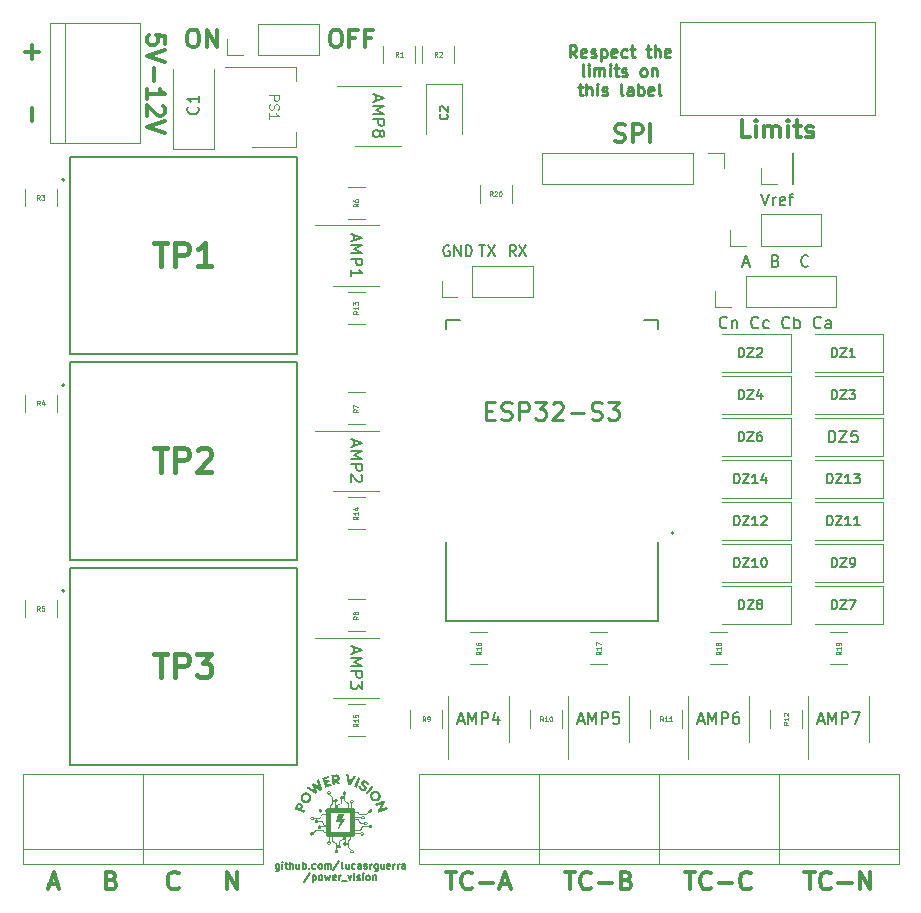
<source format=gbr>
%TF.GenerationSoftware,KiCad,Pcbnew,7.0.10*%
%TF.CreationDate,2024-07-15T02:50:03-03:00*%
%TF.ProjectId,board,626f6172-642e-46b6-9963-61645f706362,1.0*%
%TF.SameCoordinates,Original*%
%TF.FileFunction,Legend,Top*%
%TF.FilePolarity,Positive*%
%FSLAX46Y46*%
G04 Gerber Fmt 4.6, Leading zero omitted, Abs format (unit mm)*
G04 Created by KiCad (PCBNEW 7.0.10) date 2024-07-15 02:50:03*
%MOMM*%
%LPD*%
G01*
G04 APERTURE LIST*
%ADD10C,0.100000*%
%ADD11C,0.150000*%
%ADD12C,0.250000*%
%ADD13C,0.300000*%
%ADD14C,0.400000*%
%ADD15C,0.200000*%
%ADD16C,0.120000*%
%ADD17C,0.127000*%
G04 APERTURE END LIST*
D10*
X162179600Y-47244000D02*
X178740400Y-47244000D01*
X178740400Y-55118000D01*
X162179600Y-55118000D01*
X162179600Y-47244000D01*
D11*
X128263315Y-118542371D02*
X128263315Y-119028085D01*
X128263315Y-119028085D02*
X128234743Y-119085228D01*
X128234743Y-119085228D02*
X128206172Y-119113800D01*
X128206172Y-119113800D02*
X128149029Y-119142371D01*
X128149029Y-119142371D02*
X128063315Y-119142371D01*
X128063315Y-119142371D02*
X128006172Y-119113800D01*
X128263315Y-118913800D02*
X128206172Y-118942371D01*
X128206172Y-118942371D02*
X128091886Y-118942371D01*
X128091886Y-118942371D02*
X128034743Y-118913800D01*
X128034743Y-118913800D02*
X128006172Y-118885228D01*
X128006172Y-118885228D02*
X127977600Y-118828085D01*
X127977600Y-118828085D02*
X127977600Y-118656657D01*
X127977600Y-118656657D02*
X128006172Y-118599514D01*
X128006172Y-118599514D02*
X128034743Y-118570942D01*
X128034743Y-118570942D02*
X128091886Y-118542371D01*
X128091886Y-118542371D02*
X128206172Y-118542371D01*
X128206172Y-118542371D02*
X128263315Y-118570942D01*
X128549029Y-118942371D02*
X128549029Y-118542371D01*
X128549029Y-118342371D02*
X128520457Y-118370942D01*
X128520457Y-118370942D02*
X128549029Y-118399514D01*
X128549029Y-118399514D02*
X128577600Y-118370942D01*
X128577600Y-118370942D02*
X128549029Y-118342371D01*
X128549029Y-118342371D02*
X128549029Y-118399514D01*
X128749028Y-118542371D02*
X128977600Y-118542371D01*
X128834743Y-118342371D02*
X128834743Y-118856657D01*
X128834743Y-118856657D02*
X128863314Y-118913800D01*
X128863314Y-118913800D02*
X128920457Y-118942371D01*
X128920457Y-118942371D02*
X128977600Y-118942371D01*
X129177600Y-118942371D02*
X129177600Y-118342371D01*
X129434743Y-118942371D02*
X129434743Y-118628085D01*
X129434743Y-118628085D02*
X129406171Y-118570942D01*
X129406171Y-118570942D02*
X129349028Y-118542371D01*
X129349028Y-118542371D02*
X129263314Y-118542371D01*
X129263314Y-118542371D02*
X129206171Y-118570942D01*
X129206171Y-118570942D02*
X129177600Y-118599514D01*
X129977600Y-118542371D02*
X129977600Y-118942371D01*
X129720457Y-118542371D02*
X129720457Y-118856657D01*
X129720457Y-118856657D02*
X129749028Y-118913800D01*
X129749028Y-118913800D02*
X129806171Y-118942371D01*
X129806171Y-118942371D02*
X129891885Y-118942371D01*
X129891885Y-118942371D02*
X129949028Y-118913800D01*
X129949028Y-118913800D02*
X129977600Y-118885228D01*
X130263314Y-118942371D02*
X130263314Y-118342371D01*
X130263314Y-118570942D02*
X130320457Y-118542371D01*
X130320457Y-118542371D02*
X130434742Y-118542371D01*
X130434742Y-118542371D02*
X130491885Y-118570942D01*
X130491885Y-118570942D02*
X130520457Y-118599514D01*
X130520457Y-118599514D02*
X130549028Y-118656657D01*
X130549028Y-118656657D02*
X130549028Y-118828085D01*
X130549028Y-118828085D02*
X130520457Y-118885228D01*
X130520457Y-118885228D02*
X130491885Y-118913800D01*
X130491885Y-118913800D02*
X130434742Y-118942371D01*
X130434742Y-118942371D02*
X130320457Y-118942371D01*
X130320457Y-118942371D02*
X130263314Y-118913800D01*
X130806171Y-118885228D02*
X130834742Y-118913800D01*
X130834742Y-118913800D02*
X130806171Y-118942371D01*
X130806171Y-118942371D02*
X130777599Y-118913800D01*
X130777599Y-118913800D02*
X130806171Y-118885228D01*
X130806171Y-118885228D02*
X130806171Y-118942371D01*
X131349028Y-118913800D02*
X131291885Y-118942371D01*
X131291885Y-118942371D02*
X131177599Y-118942371D01*
X131177599Y-118942371D02*
X131120456Y-118913800D01*
X131120456Y-118913800D02*
X131091885Y-118885228D01*
X131091885Y-118885228D02*
X131063313Y-118828085D01*
X131063313Y-118828085D02*
X131063313Y-118656657D01*
X131063313Y-118656657D02*
X131091885Y-118599514D01*
X131091885Y-118599514D02*
X131120456Y-118570942D01*
X131120456Y-118570942D02*
X131177599Y-118542371D01*
X131177599Y-118542371D02*
X131291885Y-118542371D01*
X131291885Y-118542371D02*
X131349028Y-118570942D01*
X131691885Y-118942371D02*
X131634742Y-118913800D01*
X131634742Y-118913800D02*
X131606171Y-118885228D01*
X131606171Y-118885228D02*
X131577599Y-118828085D01*
X131577599Y-118828085D02*
X131577599Y-118656657D01*
X131577599Y-118656657D02*
X131606171Y-118599514D01*
X131606171Y-118599514D02*
X131634742Y-118570942D01*
X131634742Y-118570942D02*
X131691885Y-118542371D01*
X131691885Y-118542371D02*
X131777599Y-118542371D01*
X131777599Y-118542371D02*
X131834742Y-118570942D01*
X131834742Y-118570942D02*
X131863314Y-118599514D01*
X131863314Y-118599514D02*
X131891885Y-118656657D01*
X131891885Y-118656657D02*
X131891885Y-118828085D01*
X131891885Y-118828085D02*
X131863314Y-118885228D01*
X131863314Y-118885228D02*
X131834742Y-118913800D01*
X131834742Y-118913800D02*
X131777599Y-118942371D01*
X131777599Y-118942371D02*
X131691885Y-118942371D01*
X132149028Y-118942371D02*
X132149028Y-118542371D01*
X132149028Y-118599514D02*
X132177599Y-118570942D01*
X132177599Y-118570942D02*
X132234742Y-118542371D01*
X132234742Y-118542371D02*
X132320456Y-118542371D01*
X132320456Y-118542371D02*
X132377599Y-118570942D01*
X132377599Y-118570942D02*
X132406171Y-118628085D01*
X132406171Y-118628085D02*
X132406171Y-118942371D01*
X132406171Y-118628085D02*
X132434742Y-118570942D01*
X132434742Y-118570942D02*
X132491885Y-118542371D01*
X132491885Y-118542371D02*
X132577599Y-118542371D01*
X132577599Y-118542371D02*
X132634742Y-118570942D01*
X132634742Y-118570942D02*
X132663313Y-118628085D01*
X132663313Y-118628085D02*
X132663313Y-118942371D01*
X133377599Y-118313800D02*
X132863313Y-119085228D01*
X133663313Y-118942371D02*
X133606170Y-118913800D01*
X133606170Y-118913800D02*
X133577599Y-118856657D01*
X133577599Y-118856657D02*
X133577599Y-118342371D01*
X134149028Y-118542371D02*
X134149028Y-118942371D01*
X133891885Y-118542371D02*
X133891885Y-118856657D01*
X133891885Y-118856657D02*
X133920456Y-118913800D01*
X133920456Y-118913800D02*
X133977599Y-118942371D01*
X133977599Y-118942371D02*
X134063313Y-118942371D01*
X134063313Y-118942371D02*
X134120456Y-118913800D01*
X134120456Y-118913800D02*
X134149028Y-118885228D01*
X134691885Y-118913800D02*
X134634742Y-118942371D01*
X134634742Y-118942371D02*
X134520456Y-118942371D01*
X134520456Y-118942371D02*
X134463313Y-118913800D01*
X134463313Y-118913800D02*
X134434742Y-118885228D01*
X134434742Y-118885228D02*
X134406170Y-118828085D01*
X134406170Y-118828085D02*
X134406170Y-118656657D01*
X134406170Y-118656657D02*
X134434742Y-118599514D01*
X134434742Y-118599514D02*
X134463313Y-118570942D01*
X134463313Y-118570942D02*
X134520456Y-118542371D01*
X134520456Y-118542371D02*
X134634742Y-118542371D01*
X134634742Y-118542371D02*
X134691885Y-118570942D01*
X135206171Y-118942371D02*
X135206171Y-118628085D01*
X135206171Y-118628085D02*
X135177599Y-118570942D01*
X135177599Y-118570942D02*
X135120456Y-118542371D01*
X135120456Y-118542371D02*
X135006171Y-118542371D01*
X135006171Y-118542371D02*
X134949028Y-118570942D01*
X135206171Y-118913800D02*
X135149028Y-118942371D01*
X135149028Y-118942371D02*
X135006171Y-118942371D01*
X135006171Y-118942371D02*
X134949028Y-118913800D01*
X134949028Y-118913800D02*
X134920456Y-118856657D01*
X134920456Y-118856657D02*
X134920456Y-118799514D01*
X134920456Y-118799514D02*
X134949028Y-118742371D01*
X134949028Y-118742371D02*
X135006171Y-118713800D01*
X135006171Y-118713800D02*
X135149028Y-118713800D01*
X135149028Y-118713800D02*
X135206171Y-118685228D01*
X135463313Y-118913800D02*
X135520456Y-118942371D01*
X135520456Y-118942371D02*
X135634742Y-118942371D01*
X135634742Y-118942371D02*
X135691885Y-118913800D01*
X135691885Y-118913800D02*
X135720456Y-118856657D01*
X135720456Y-118856657D02*
X135720456Y-118828085D01*
X135720456Y-118828085D02*
X135691885Y-118770942D01*
X135691885Y-118770942D02*
X135634742Y-118742371D01*
X135634742Y-118742371D02*
X135549028Y-118742371D01*
X135549028Y-118742371D02*
X135491885Y-118713800D01*
X135491885Y-118713800D02*
X135463313Y-118656657D01*
X135463313Y-118656657D02*
X135463313Y-118628085D01*
X135463313Y-118628085D02*
X135491885Y-118570942D01*
X135491885Y-118570942D02*
X135549028Y-118542371D01*
X135549028Y-118542371D02*
X135634742Y-118542371D01*
X135634742Y-118542371D02*
X135691885Y-118570942D01*
X135977599Y-118942371D02*
X135977599Y-118542371D01*
X135977599Y-118656657D02*
X136006170Y-118599514D01*
X136006170Y-118599514D02*
X136034742Y-118570942D01*
X136034742Y-118570942D02*
X136091884Y-118542371D01*
X136091884Y-118542371D02*
X136149027Y-118542371D01*
X136606171Y-118542371D02*
X136606171Y-119028085D01*
X136606171Y-119028085D02*
X136577599Y-119085228D01*
X136577599Y-119085228D02*
X136549028Y-119113800D01*
X136549028Y-119113800D02*
X136491885Y-119142371D01*
X136491885Y-119142371D02*
X136406171Y-119142371D01*
X136406171Y-119142371D02*
X136349028Y-119113800D01*
X136606171Y-118913800D02*
X136549028Y-118942371D01*
X136549028Y-118942371D02*
X136434742Y-118942371D01*
X136434742Y-118942371D02*
X136377599Y-118913800D01*
X136377599Y-118913800D02*
X136349028Y-118885228D01*
X136349028Y-118885228D02*
X136320456Y-118828085D01*
X136320456Y-118828085D02*
X136320456Y-118656657D01*
X136320456Y-118656657D02*
X136349028Y-118599514D01*
X136349028Y-118599514D02*
X136377599Y-118570942D01*
X136377599Y-118570942D02*
X136434742Y-118542371D01*
X136434742Y-118542371D02*
X136549028Y-118542371D01*
X136549028Y-118542371D02*
X136606171Y-118570942D01*
X137149028Y-118542371D02*
X137149028Y-118942371D01*
X136891885Y-118542371D02*
X136891885Y-118856657D01*
X136891885Y-118856657D02*
X136920456Y-118913800D01*
X136920456Y-118913800D02*
X136977599Y-118942371D01*
X136977599Y-118942371D02*
X137063313Y-118942371D01*
X137063313Y-118942371D02*
X137120456Y-118913800D01*
X137120456Y-118913800D02*
X137149028Y-118885228D01*
X137663313Y-118913800D02*
X137606170Y-118942371D01*
X137606170Y-118942371D02*
X137491885Y-118942371D01*
X137491885Y-118942371D02*
X137434742Y-118913800D01*
X137434742Y-118913800D02*
X137406170Y-118856657D01*
X137406170Y-118856657D02*
X137406170Y-118628085D01*
X137406170Y-118628085D02*
X137434742Y-118570942D01*
X137434742Y-118570942D02*
X137491885Y-118542371D01*
X137491885Y-118542371D02*
X137606170Y-118542371D01*
X137606170Y-118542371D02*
X137663313Y-118570942D01*
X137663313Y-118570942D02*
X137691885Y-118628085D01*
X137691885Y-118628085D02*
X137691885Y-118685228D01*
X137691885Y-118685228D02*
X137406170Y-118742371D01*
X137949028Y-118942371D02*
X137949028Y-118542371D01*
X137949028Y-118656657D02*
X137977599Y-118599514D01*
X137977599Y-118599514D02*
X138006171Y-118570942D01*
X138006171Y-118570942D02*
X138063313Y-118542371D01*
X138063313Y-118542371D02*
X138120456Y-118542371D01*
X138320457Y-118942371D02*
X138320457Y-118542371D01*
X138320457Y-118656657D02*
X138349028Y-118599514D01*
X138349028Y-118599514D02*
X138377600Y-118570942D01*
X138377600Y-118570942D02*
X138434742Y-118542371D01*
X138434742Y-118542371D02*
X138491885Y-118542371D01*
X138949029Y-118942371D02*
X138949029Y-118628085D01*
X138949029Y-118628085D02*
X138920457Y-118570942D01*
X138920457Y-118570942D02*
X138863314Y-118542371D01*
X138863314Y-118542371D02*
X138749029Y-118542371D01*
X138749029Y-118542371D02*
X138691886Y-118570942D01*
X138949029Y-118913800D02*
X138891886Y-118942371D01*
X138891886Y-118942371D02*
X138749029Y-118942371D01*
X138749029Y-118942371D02*
X138691886Y-118913800D01*
X138691886Y-118913800D02*
X138663314Y-118856657D01*
X138663314Y-118856657D02*
X138663314Y-118799514D01*
X138663314Y-118799514D02*
X138691886Y-118742371D01*
X138691886Y-118742371D02*
X138749029Y-118713800D01*
X138749029Y-118713800D02*
X138891886Y-118713800D01*
X138891886Y-118713800D02*
X138949029Y-118685228D01*
X130906172Y-119279800D02*
X130391886Y-120051228D01*
X131106172Y-119508371D02*
X131106172Y-120108371D01*
X131106172Y-119536942D02*
X131163315Y-119508371D01*
X131163315Y-119508371D02*
X131277600Y-119508371D01*
X131277600Y-119508371D02*
X131334743Y-119536942D01*
X131334743Y-119536942D02*
X131363315Y-119565514D01*
X131363315Y-119565514D02*
X131391886Y-119622657D01*
X131391886Y-119622657D02*
X131391886Y-119794085D01*
X131391886Y-119794085D02*
X131363315Y-119851228D01*
X131363315Y-119851228D02*
X131334743Y-119879800D01*
X131334743Y-119879800D02*
X131277600Y-119908371D01*
X131277600Y-119908371D02*
X131163315Y-119908371D01*
X131163315Y-119908371D02*
X131106172Y-119879800D01*
X131734743Y-119908371D02*
X131677600Y-119879800D01*
X131677600Y-119879800D02*
X131649029Y-119851228D01*
X131649029Y-119851228D02*
X131620457Y-119794085D01*
X131620457Y-119794085D02*
X131620457Y-119622657D01*
X131620457Y-119622657D02*
X131649029Y-119565514D01*
X131649029Y-119565514D02*
X131677600Y-119536942D01*
X131677600Y-119536942D02*
X131734743Y-119508371D01*
X131734743Y-119508371D02*
X131820457Y-119508371D01*
X131820457Y-119508371D02*
X131877600Y-119536942D01*
X131877600Y-119536942D02*
X131906172Y-119565514D01*
X131906172Y-119565514D02*
X131934743Y-119622657D01*
X131934743Y-119622657D02*
X131934743Y-119794085D01*
X131934743Y-119794085D02*
X131906172Y-119851228D01*
X131906172Y-119851228D02*
X131877600Y-119879800D01*
X131877600Y-119879800D02*
X131820457Y-119908371D01*
X131820457Y-119908371D02*
X131734743Y-119908371D01*
X132134743Y-119508371D02*
X132249029Y-119908371D01*
X132249029Y-119908371D02*
X132363314Y-119622657D01*
X132363314Y-119622657D02*
X132477600Y-119908371D01*
X132477600Y-119908371D02*
X132591886Y-119508371D01*
X133049028Y-119879800D02*
X132991885Y-119908371D01*
X132991885Y-119908371D02*
X132877600Y-119908371D01*
X132877600Y-119908371D02*
X132820457Y-119879800D01*
X132820457Y-119879800D02*
X132791885Y-119822657D01*
X132791885Y-119822657D02*
X132791885Y-119594085D01*
X132791885Y-119594085D02*
X132820457Y-119536942D01*
X132820457Y-119536942D02*
X132877600Y-119508371D01*
X132877600Y-119508371D02*
X132991885Y-119508371D01*
X132991885Y-119508371D02*
X133049028Y-119536942D01*
X133049028Y-119536942D02*
X133077600Y-119594085D01*
X133077600Y-119594085D02*
X133077600Y-119651228D01*
X133077600Y-119651228D02*
X132791885Y-119708371D01*
X133334743Y-119908371D02*
X133334743Y-119508371D01*
X133334743Y-119622657D02*
X133363314Y-119565514D01*
X133363314Y-119565514D02*
X133391886Y-119536942D01*
X133391886Y-119536942D02*
X133449028Y-119508371D01*
X133449028Y-119508371D02*
X133506171Y-119508371D01*
X133563315Y-119965514D02*
X134020457Y-119965514D01*
X134106172Y-119508371D02*
X134249029Y-119908371D01*
X134249029Y-119908371D02*
X134391886Y-119508371D01*
X134620458Y-119908371D02*
X134620458Y-119508371D01*
X134620458Y-119308371D02*
X134591886Y-119336942D01*
X134591886Y-119336942D02*
X134620458Y-119365514D01*
X134620458Y-119365514D02*
X134649029Y-119336942D01*
X134649029Y-119336942D02*
X134620458Y-119308371D01*
X134620458Y-119308371D02*
X134620458Y-119365514D01*
X134877600Y-119879800D02*
X134934743Y-119908371D01*
X134934743Y-119908371D02*
X135049029Y-119908371D01*
X135049029Y-119908371D02*
X135106172Y-119879800D01*
X135106172Y-119879800D02*
X135134743Y-119822657D01*
X135134743Y-119822657D02*
X135134743Y-119794085D01*
X135134743Y-119794085D02*
X135106172Y-119736942D01*
X135106172Y-119736942D02*
X135049029Y-119708371D01*
X135049029Y-119708371D02*
X134963315Y-119708371D01*
X134963315Y-119708371D02*
X134906172Y-119679800D01*
X134906172Y-119679800D02*
X134877600Y-119622657D01*
X134877600Y-119622657D02*
X134877600Y-119594085D01*
X134877600Y-119594085D02*
X134906172Y-119536942D01*
X134906172Y-119536942D02*
X134963315Y-119508371D01*
X134963315Y-119508371D02*
X135049029Y-119508371D01*
X135049029Y-119508371D02*
X135106172Y-119536942D01*
X135391886Y-119908371D02*
X135391886Y-119508371D01*
X135391886Y-119308371D02*
X135363314Y-119336942D01*
X135363314Y-119336942D02*
X135391886Y-119365514D01*
X135391886Y-119365514D02*
X135420457Y-119336942D01*
X135420457Y-119336942D02*
X135391886Y-119308371D01*
X135391886Y-119308371D02*
X135391886Y-119365514D01*
X135763314Y-119908371D02*
X135706171Y-119879800D01*
X135706171Y-119879800D02*
X135677600Y-119851228D01*
X135677600Y-119851228D02*
X135649028Y-119794085D01*
X135649028Y-119794085D02*
X135649028Y-119622657D01*
X135649028Y-119622657D02*
X135677600Y-119565514D01*
X135677600Y-119565514D02*
X135706171Y-119536942D01*
X135706171Y-119536942D02*
X135763314Y-119508371D01*
X135763314Y-119508371D02*
X135849028Y-119508371D01*
X135849028Y-119508371D02*
X135906171Y-119536942D01*
X135906171Y-119536942D02*
X135934743Y-119565514D01*
X135934743Y-119565514D02*
X135963314Y-119622657D01*
X135963314Y-119622657D02*
X135963314Y-119794085D01*
X135963314Y-119794085D02*
X135934743Y-119851228D01*
X135934743Y-119851228D02*
X135906171Y-119879800D01*
X135906171Y-119879800D02*
X135849028Y-119908371D01*
X135849028Y-119908371D02*
X135763314Y-119908371D01*
X136220457Y-119508371D02*
X136220457Y-119908371D01*
X136220457Y-119565514D02*
X136249028Y-119536942D01*
X136249028Y-119536942D02*
X136306171Y-119508371D01*
X136306171Y-119508371D02*
X136391885Y-119508371D01*
X136391885Y-119508371D02*
X136449028Y-119536942D01*
X136449028Y-119536942D02*
X136477600Y-119594085D01*
X136477600Y-119594085D02*
X136477600Y-119908371D01*
D12*
X153432932Y-50249219D02*
X153099599Y-49773028D01*
X152861504Y-50249219D02*
X152861504Y-49249219D01*
X152861504Y-49249219D02*
X153242456Y-49249219D01*
X153242456Y-49249219D02*
X153337694Y-49296838D01*
X153337694Y-49296838D02*
X153385313Y-49344457D01*
X153385313Y-49344457D02*
X153432932Y-49439695D01*
X153432932Y-49439695D02*
X153432932Y-49582552D01*
X153432932Y-49582552D02*
X153385313Y-49677790D01*
X153385313Y-49677790D02*
X153337694Y-49725409D01*
X153337694Y-49725409D02*
X153242456Y-49773028D01*
X153242456Y-49773028D02*
X152861504Y-49773028D01*
X154242456Y-50201600D02*
X154147218Y-50249219D01*
X154147218Y-50249219D02*
X153956742Y-50249219D01*
X153956742Y-50249219D02*
X153861504Y-50201600D01*
X153861504Y-50201600D02*
X153813885Y-50106361D01*
X153813885Y-50106361D02*
X153813885Y-49725409D01*
X153813885Y-49725409D02*
X153861504Y-49630171D01*
X153861504Y-49630171D02*
X153956742Y-49582552D01*
X153956742Y-49582552D02*
X154147218Y-49582552D01*
X154147218Y-49582552D02*
X154242456Y-49630171D01*
X154242456Y-49630171D02*
X154290075Y-49725409D01*
X154290075Y-49725409D02*
X154290075Y-49820647D01*
X154290075Y-49820647D02*
X153813885Y-49915885D01*
X154671028Y-50201600D02*
X154766266Y-50249219D01*
X154766266Y-50249219D02*
X154956742Y-50249219D01*
X154956742Y-50249219D02*
X155051980Y-50201600D01*
X155051980Y-50201600D02*
X155099599Y-50106361D01*
X155099599Y-50106361D02*
X155099599Y-50058742D01*
X155099599Y-50058742D02*
X155051980Y-49963504D01*
X155051980Y-49963504D02*
X154956742Y-49915885D01*
X154956742Y-49915885D02*
X154813885Y-49915885D01*
X154813885Y-49915885D02*
X154718647Y-49868266D01*
X154718647Y-49868266D02*
X154671028Y-49773028D01*
X154671028Y-49773028D02*
X154671028Y-49725409D01*
X154671028Y-49725409D02*
X154718647Y-49630171D01*
X154718647Y-49630171D02*
X154813885Y-49582552D01*
X154813885Y-49582552D02*
X154956742Y-49582552D01*
X154956742Y-49582552D02*
X155051980Y-49630171D01*
X155528171Y-49582552D02*
X155528171Y-50582552D01*
X155528171Y-49630171D02*
X155623409Y-49582552D01*
X155623409Y-49582552D02*
X155813885Y-49582552D01*
X155813885Y-49582552D02*
X155909123Y-49630171D01*
X155909123Y-49630171D02*
X155956742Y-49677790D01*
X155956742Y-49677790D02*
X156004361Y-49773028D01*
X156004361Y-49773028D02*
X156004361Y-50058742D01*
X156004361Y-50058742D02*
X155956742Y-50153980D01*
X155956742Y-50153980D02*
X155909123Y-50201600D01*
X155909123Y-50201600D02*
X155813885Y-50249219D01*
X155813885Y-50249219D02*
X155623409Y-50249219D01*
X155623409Y-50249219D02*
X155528171Y-50201600D01*
X156813885Y-50201600D02*
X156718647Y-50249219D01*
X156718647Y-50249219D02*
X156528171Y-50249219D01*
X156528171Y-50249219D02*
X156432933Y-50201600D01*
X156432933Y-50201600D02*
X156385314Y-50106361D01*
X156385314Y-50106361D02*
X156385314Y-49725409D01*
X156385314Y-49725409D02*
X156432933Y-49630171D01*
X156432933Y-49630171D02*
X156528171Y-49582552D01*
X156528171Y-49582552D02*
X156718647Y-49582552D01*
X156718647Y-49582552D02*
X156813885Y-49630171D01*
X156813885Y-49630171D02*
X156861504Y-49725409D01*
X156861504Y-49725409D02*
X156861504Y-49820647D01*
X156861504Y-49820647D02*
X156385314Y-49915885D01*
X157718647Y-50201600D02*
X157623409Y-50249219D01*
X157623409Y-50249219D02*
X157432933Y-50249219D01*
X157432933Y-50249219D02*
X157337695Y-50201600D01*
X157337695Y-50201600D02*
X157290076Y-50153980D01*
X157290076Y-50153980D02*
X157242457Y-50058742D01*
X157242457Y-50058742D02*
X157242457Y-49773028D01*
X157242457Y-49773028D02*
X157290076Y-49677790D01*
X157290076Y-49677790D02*
X157337695Y-49630171D01*
X157337695Y-49630171D02*
X157432933Y-49582552D01*
X157432933Y-49582552D02*
X157623409Y-49582552D01*
X157623409Y-49582552D02*
X157718647Y-49630171D01*
X158004362Y-49582552D02*
X158385314Y-49582552D01*
X158147219Y-49249219D02*
X158147219Y-50106361D01*
X158147219Y-50106361D02*
X158194838Y-50201600D01*
X158194838Y-50201600D02*
X158290076Y-50249219D01*
X158290076Y-50249219D02*
X158385314Y-50249219D01*
X159337696Y-49582552D02*
X159718648Y-49582552D01*
X159480553Y-49249219D02*
X159480553Y-50106361D01*
X159480553Y-50106361D02*
X159528172Y-50201600D01*
X159528172Y-50201600D02*
X159623410Y-50249219D01*
X159623410Y-50249219D02*
X159718648Y-50249219D01*
X160051982Y-50249219D02*
X160051982Y-49249219D01*
X160480553Y-50249219D02*
X160480553Y-49725409D01*
X160480553Y-49725409D02*
X160432934Y-49630171D01*
X160432934Y-49630171D02*
X160337696Y-49582552D01*
X160337696Y-49582552D02*
X160194839Y-49582552D01*
X160194839Y-49582552D02*
X160099601Y-49630171D01*
X160099601Y-49630171D02*
X160051982Y-49677790D01*
X161337696Y-50201600D02*
X161242458Y-50249219D01*
X161242458Y-50249219D02*
X161051982Y-50249219D01*
X161051982Y-50249219D02*
X160956744Y-50201600D01*
X160956744Y-50201600D02*
X160909125Y-50106361D01*
X160909125Y-50106361D02*
X160909125Y-49725409D01*
X160909125Y-49725409D02*
X160956744Y-49630171D01*
X160956744Y-49630171D02*
X161051982Y-49582552D01*
X161051982Y-49582552D02*
X161242458Y-49582552D01*
X161242458Y-49582552D02*
X161337696Y-49630171D01*
X161337696Y-49630171D02*
X161385315Y-49725409D01*
X161385315Y-49725409D02*
X161385315Y-49820647D01*
X161385315Y-49820647D02*
X160909125Y-49915885D01*
X154099600Y-51859219D02*
X154004362Y-51811600D01*
X154004362Y-51811600D02*
X153956743Y-51716361D01*
X153956743Y-51716361D02*
X153956743Y-50859219D01*
X154480553Y-51859219D02*
X154480553Y-51192552D01*
X154480553Y-50859219D02*
X154432934Y-50906838D01*
X154432934Y-50906838D02*
X154480553Y-50954457D01*
X154480553Y-50954457D02*
X154528172Y-50906838D01*
X154528172Y-50906838D02*
X154480553Y-50859219D01*
X154480553Y-50859219D02*
X154480553Y-50954457D01*
X154956743Y-51859219D02*
X154956743Y-51192552D01*
X154956743Y-51287790D02*
X155004362Y-51240171D01*
X155004362Y-51240171D02*
X155099600Y-51192552D01*
X155099600Y-51192552D02*
X155242457Y-51192552D01*
X155242457Y-51192552D02*
X155337695Y-51240171D01*
X155337695Y-51240171D02*
X155385314Y-51335409D01*
X155385314Y-51335409D02*
X155385314Y-51859219D01*
X155385314Y-51335409D02*
X155432933Y-51240171D01*
X155432933Y-51240171D02*
X155528171Y-51192552D01*
X155528171Y-51192552D02*
X155671028Y-51192552D01*
X155671028Y-51192552D02*
X155766267Y-51240171D01*
X155766267Y-51240171D02*
X155813886Y-51335409D01*
X155813886Y-51335409D02*
X155813886Y-51859219D01*
X156290076Y-51859219D02*
X156290076Y-51192552D01*
X156290076Y-50859219D02*
X156242457Y-50906838D01*
X156242457Y-50906838D02*
X156290076Y-50954457D01*
X156290076Y-50954457D02*
X156337695Y-50906838D01*
X156337695Y-50906838D02*
X156290076Y-50859219D01*
X156290076Y-50859219D02*
X156290076Y-50954457D01*
X156623409Y-51192552D02*
X157004361Y-51192552D01*
X156766266Y-50859219D02*
X156766266Y-51716361D01*
X156766266Y-51716361D02*
X156813885Y-51811600D01*
X156813885Y-51811600D02*
X156909123Y-51859219D01*
X156909123Y-51859219D02*
X157004361Y-51859219D01*
X157290076Y-51811600D02*
X157385314Y-51859219D01*
X157385314Y-51859219D02*
X157575790Y-51859219D01*
X157575790Y-51859219D02*
X157671028Y-51811600D01*
X157671028Y-51811600D02*
X157718647Y-51716361D01*
X157718647Y-51716361D02*
X157718647Y-51668742D01*
X157718647Y-51668742D02*
X157671028Y-51573504D01*
X157671028Y-51573504D02*
X157575790Y-51525885D01*
X157575790Y-51525885D02*
X157432933Y-51525885D01*
X157432933Y-51525885D02*
X157337695Y-51478266D01*
X157337695Y-51478266D02*
X157290076Y-51383028D01*
X157290076Y-51383028D02*
X157290076Y-51335409D01*
X157290076Y-51335409D02*
X157337695Y-51240171D01*
X157337695Y-51240171D02*
X157432933Y-51192552D01*
X157432933Y-51192552D02*
X157575790Y-51192552D01*
X157575790Y-51192552D02*
X157671028Y-51240171D01*
X159051981Y-51859219D02*
X158956743Y-51811600D01*
X158956743Y-51811600D02*
X158909124Y-51763980D01*
X158909124Y-51763980D02*
X158861505Y-51668742D01*
X158861505Y-51668742D02*
X158861505Y-51383028D01*
X158861505Y-51383028D02*
X158909124Y-51287790D01*
X158909124Y-51287790D02*
X158956743Y-51240171D01*
X158956743Y-51240171D02*
X159051981Y-51192552D01*
X159051981Y-51192552D02*
X159194838Y-51192552D01*
X159194838Y-51192552D02*
X159290076Y-51240171D01*
X159290076Y-51240171D02*
X159337695Y-51287790D01*
X159337695Y-51287790D02*
X159385314Y-51383028D01*
X159385314Y-51383028D02*
X159385314Y-51668742D01*
X159385314Y-51668742D02*
X159337695Y-51763980D01*
X159337695Y-51763980D02*
X159290076Y-51811600D01*
X159290076Y-51811600D02*
X159194838Y-51859219D01*
X159194838Y-51859219D02*
X159051981Y-51859219D01*
X159813886Y-51192552D02*
X159813886Y-51859219D01*
X159813886Y-51287790D02*
X159861505Y-51240171D01*
X159861505Y-51240171D02*
X159956743Y-51192552D01*
X159956743Y-51192552D02*
X160099600Y-51192552D01*
X160099600Y-51192552D02*
X160194838Y-51240171D01*
X160194838Y-51240171D02*
X160242457Y-51335409D01*
X160242457Y-51335409D02*
X160242457Y-51859219D01*
X153575790Y-52802552D02*
X153956742Y-52802552D01*
X153718647Y-52469219D02*
X153718647Y-53326361D01*
X153718647Y-53326361D02*
X153766266Y-53421600D01*
X153766266Y-53421600D02*
X153861504Y-53469219D01*
X153861504Y-53469219D02*
X153956742Y-53469219D01*
X154290076Y-53469219D02*
X154290076Y-52469219D01*
X154718647Y-53469219D02*
X154718647Y-52945409D01*
X154718647Y-52945409D02*
X154671028Y-52850171D01*
X154671028Y-52850171D02*
X154575790Y-52802552D01*
X154575790Y-52802552D02*
X154432933Y-52802552D01*
X154432933Y-52802552D02*
X154337695Y-52850171D01*
X154337695Y-52850171D02*
X154290076Y-52897790D01*
X155194838Y-53469219D02*
X155194838Y-52802552D01*
X155194838Y-52469219D02*
X155147219Y-52516838D01*
X155147219Y-52516838D02*
X155194838Y-52564457D01*
X155194838Y-52564457D02*
X155242457Y-52516838D01*
X155242457Y-52516838D02*
X155194838Y-52469219D01*
X155194838Y-52469219D02*
X155194838Y-52564457D01*
X155623409Y-53421600D02*
X155718647Y-53469219D01*
X155718647Y-53469219D02*
X155909123Y-53469219D01*
X155909123Y-53469219D02*
X156004361Y-53421600D01*
X156004361Y-53421600D02*
X156051980Y-53326361D01*
X156051980Y-53326361D02*
X156051980Y-53278742D01*
X156051980Y-53278742D02*
X156004361Y-53183504D01*
X156004361Y-53183504D02*
X155909123Y-53135885D01*
X155909123Y-53135885D02*
X155766266Y-53135885D01*
X155766266Y-53135885D02*
X155671028Y-53088266D01*
X155671028Y-53088266D02*
X155623409Y-52993028D01*
X155623409Y-52993028D02*
X155623409Y-52945409D01*
X155623409Y-52945409D02*
X155671028Y-52850171D01*
X155671028Y-52850171D02*
X155766266Y-52802552D01*
X155766266Y-52802552D02*
X155909123Y-52802552D01*
X155909123Y-52802552D02*
X156004361Y-52850171D01*
X157385314Y-53469219D02*
X157290076Y-53421600D01*
X157290076Y-53421600D02*
X157242457Y-53326361D01*
X157242457Y-53326361D02*
X157242457Y-52469219D01*
X158194838Y-53469219D02*
X158194838Y-52945409D01*
X158194838Y-52945409D02*
X158147219Y-52850171D01*
X158147219Y-52850171D02*
X158051981Y-52802552D01*
X158051981Y-52802552D02*
X157861505Y-52802552D01*
X157861505Y-52802552D02*
X157766267Y-52850171D01*
X158194838Y-53421600D02*
X158099600Y-53469219D01*
X158099600Y-53469219D02*
X157861505Y-53469219D01*
X157861505Y-53469219D02*
X157766267Y-53421600D01*
X157766267Y-53421600D02*
X157718648Y-53326361D01*
X157718648Y-53326361D02*
X157718648Y-53231123D01*
X157718648Y-53231123D02*
X157766267Y-53135885D01*
X157766267Y-53135885D02*
X157861505Y-53088266D01*
X157861505Y-53088266D02*
X158099600Y-53088266D01*
X158099600Y-53088266D02*
X158194838Y-53040647D01*
X158671029Y-53469219D02*
X158671029Y-52469219D01*
X158671029Y-52850171D02*
X158766267Y-52802552D01*
X158766267Y-52802552D02*
X158956743Y-52802552D01*
X158956743Y-52802552D02*
X159051981Y-52850171D01*
X159051981Y-52850171D02*
X159099600Y-52897790D01*
X159099600Y-52897790D02*
X159147219Y-52993028D01*
X159147219Y-52993028D02*
X159147219Y-53278742D01*
X159147219Y-53278742D02*
X159099600Y-53373980D01*
X159099600Y-53373980D02*
X159051981Y-53421600D01*
X159051981Y-53421600D02*
X158956743Y-53469219D01*
X158956743Y-53469219D02*
X158766267Y-53469219D01*
X158766267Y-53469219D02*
X158671029Y-53421600D01*
X159956743Y-53421600D02*
X159861505Y-53469219D01*
X159861505Y-53469219D02*
X159671029Y-53469219D01*
X159671029Y-53469219D02*
X159575791Y-53421600D01*
X159575791Y-53421600D02*
X159528172Y-53326361D01*
X159528172Y-53326361D02*
X159528172Y-52945409D01*
X159528172Y-52945409D02*
X159575791Y-52850171D01*
X159575791Y-52850171D02*
X159671029Y-52802552D01*
X159671029Y-52802552D02*
X159861505Y-52802552D01*
X159861505Y-52802552D02*
X159956743Y-52850171D01*
X159956743Y-52850171D02*
X160004362Y-52945409D01*
X160004362Y-52945409D02*
X160004362Y-53040647D01*
X160004362Y-53040647D02*
X159528172Y-53135885D01*
X160575791Y-53469219D02*
X160480553Y-53421600D01*
X160480553Y-53421600D02*
X160432934Y-53326361D01*
X160432934Y-53326361D02*
X160432934Y-52469219D01*
D13*
X168148885Y-57040928D02*
X167434599Y-57040928D01*
X167434599Y-57040928D02*
X167434599Y-55540928D01*
X168648885Y-57040928D02*
X168648885Y-56040928D01*
X168648885Y-55540928D02*
X168577457Y-55612357D01*
X168577457Y-55612357D02*
X168648885Y-55683785D01*
X168648885Y-55683785D02*
X168720314Y-55612357D01*
X168720314Y-55612357D02*
X168648885Y-55540928D01*
X168648885Y-55540928D02*
X168648885Y-55683785D01*
X169363171Y-57040928D02*
X169363171Y-56040928D01*
X169363171Y-56183785D02*
X169434600Y-56112357D01*
X169434600Y-56112357D02*
X169577457Y-56040928D01*
X169577457Y-56040928D02*
X169791743Y-56040928D01*
X169791743Y-56040928D02*
X169934600Y-56112357D01*
X169934600Y-56112357D02*
X170006029Y-56255214D01*
X170006029Y-56255214D02*
X170006029Y-57040928D01*
X170006029Y-56255214D02*
X170077457Y-56112357D01*
X170077457Y-56112357D02*
X170220314Y-56040928D01*
X170220314Y-56040928D02*
X170434600Y-56040928D01*
X170434600Y-56040928D02*
X170577457Y-56112357D01*
X170577457Y-56112357D02*
X170648886Y-56255214D01*
X170648886Y-56255214D02*
X170648886Y-57040928D01*
X171363171Y-57040928D02*
X171363171Y-56040928D01*
X171363171Y-55540928D02*
X171291743Y-55612357D01*
X171291743Y-55612357D02*
X171363171Y-55683785D01*
X171363171Y-55683785D02*
X171434600Y-55612357D01*
X171434600Y-55612357D02*
X171363171Y-55540928D01*
X171363171Y-55540928D02*
X171363171Y-55683785D01*
X171863172Y-56040928D02*
X172434600Y-56040928D01*
X172077457Y-55540928D02*
X172077457Y-56826642D01*
X172077457Y-56826642D02*
X172148886Y-56969500D01*
X172148886Y-56969500D02*
X172291743Y-57040928D01*
X172291743Y-57040928D02*
X172434600Y-57040928D01*
X172863172Y-56969500D02*
X173006029Y-57040928D01*
X173006029Y-57040928D02*
X173291743Y-57040928D01*
X173291743Y-57040928D02*
X173434600Y-56969500D01*
X173434600Y-56969500D02*
X173506029Y-56826642D01*
X173506029Y-56826642D02*
X173506029Y-56755214D01*
X173506029Y-56755214D02*
X173434600Y-56612357D01*
X173434600Y-56612357D02*
X173291743Y-56540928D01*
X173291743Y-56540928D02*
X173077458Y-56540928D01*
X173077458Y-56540928D02*
X172934600Y-56469500D01*
X172934600Y-56469500D02*
X172863172Y-56326642D01*
X172863172Y-56326642D02*
X172863172Y-56255214D01*
X172863172Y-56255214D02*
X172934600Y-56112357D01*
X172934600Y-56112357D02*
X173077458Y-56040928D01*
X173077458Y-56040928D02*
X173291743Y-56040928D01*
X173291743Y-56040928D02*
X173434600Y-56112357D01*
D11*
X134617033Y-100205600D02*
X134617033Y-100672267D01*
X134337033Y-100112267D02*
X135317033Y-100438934D01*
X135317033Y-100438934D02*
X134337033Y-100765600D01*
X134337033Y-101092267D02*
X135317033Y-101092267D01*
X135317033Y-101092267D02*
X134617033Y-101418934D01*
X134617033Y-101418934D02*
X135317033Y-101745600D01*
X135317033Y-101745600D02*
X134337033Y-101745600D01*
X134337033Y-102212267D02*
X135317033Y-102212267D01*
X135317033Y-102212267D02*
X135317033Y-102585600D01*
X135317033Y-102585600D02*
X135270366Y-102678934D01*
X135270366Y-102678934D02*
X135223700Y-102725600D01*
X135223700Y-102725600D02*
X135130366Y-102772267D01*
X135130366Y-102772267D02*
X134990366Y-102772267D01*
X134990366Y-102772267D02*
X134897033Y-102725600D01*
X134897033Y-102725600D02*
X134850366Y-102678934D01*
X134850366Y-102678934D02*
X134803700Y-102585600D01*
X134803700Y-102585600D02*
X134803700Y-102212267D01*
X135317033Y-103098934D02*
X135317033Y-103705600D01*
X135317033Y-103705600D02*
X134943700Y-103378934D01*
X134943700Y-103378934D02*
X134943700Y-103518934D01*
X134943700Y-103518934D02*
X134897033Y-103612267D01*
X134897033Y-103612267D02*
X134850366Y-103658934D01*
X134850366Y-103658934D02*
X134757033Y-103705600D01*
X134757033Y-103705600D02*
X134523700Y-103705600D01*
X134523700Y-103705600D02*
X134430366Y-103658934D01*
X134430366Y-103658934D02*
X134383700Y-103612267D01*
X134383700Y-103612267D02*
X134337033Y-103518934D01*
X134337033Y-103518934D02*
X134337033Y-103238934D01*
X134337033Y-103238934D02*
X134383700Y-103145600D01*
X134383700Y-103145600D02*
X134430366Y-103098934D01*
X166822219Y-86315895D02*
X166822219Y-85515895D01*
X166822219Y-85515895D02*
X167012695Y-85515895D01*
X167012695Y-85515895D02*
X167126981Y-85553990D01*
X167126981Y-85553990D02*
X167203171Y-85630180D01*
X167203171Y-85630180D02*
X167241266Y-85706371D01*
X167241266Y-85706371D02*
X167279362Y-85858752D01*
X167279362Y-85858752D02*
X167279362Y-85973038D01*
X167279362Y-85973038D02*
X167241266Y-86125419D01*
X167241266Y-86125419D02*
X167203171Y-86201609D01*
X167203171Y-86201609D02*
X167126981Y-86277800D01*
X167126981Y-86277800D02*
X167012695Y-86315895D01*
X167012695Y-86315895D02*
X166822219Y-86315895D01*
X167546028Y-85515895D02*
X168079362Y-85515895D01*
X168079362Y-85515895D02*
X167546028Y-86315895D01*
X167546028Y-86315895D02*
X168079362Y-86315895D01*
X168803171Y-86315895D02*
X168346028Y-86315895D01*
X168574600Y-86315895D02*
X168574600Y-85515895D01*
X168574600Y-85515895D02*
X168498409Y-85630180D01*
X168498409Y-85630180D02*
X168422219Y-85706371D01*
X168422219Y-85706371D02*
X168346028Y-85744466D01*
X169488886Y-85782561D02*
X169488886Y-86315895D01*
X169298410Y-85477800D02*
X169107933Y-86049228D01*
X169107933Y-86049228D02*
X169603172Y-86049228D01*
D10*
X140649933Y-106453447D02*
X140516600Y-106262971D01*
X140421362Y-106453447D02*
X140421362Y-106053447D01*
X140421362Y-106053447D02*
X140573743Y-106053447D01*
X140573743Y-106053447D02*
X140611838Y-106072495D01*
X140611838Y-106072495D02*
X140630885Y-106091542D01*
X140630885Y-106091542D02*
X140649933Y-106129638D01*
X140649933Y-106129638D02*
X140649933Y-106186780D01*
X140649933Y-106186780D02*
X140630885Y-106224876D01*
X140630885Y-106224876D02*
X140611838Y-106243923D01*
X140611838Y-106243923D02*
X140573743Y-106262971D01*
X140573743Y-106262971D02*
X140421362Y-106262971D01*
X140840409Y-106453447D02*
X140916600Y-106453447D01*
X140916600Y-106453447D02*
X140954695Y-106434400D01*
X140954695Y-106434400D02*
X140973743Y-106415352D01*
X140973743Y-106415352D02*
X141011838Y-106358209D01*
X141011838Y-106358209D02*
X141030885Y-106282019D01*
X141030885Y-106282019D02*
X141030885Y-106129638D01*
X141030885Y-106129638D02*
X141011838Y-106091542D01*
X141011838Y-106091542D02*
X140992790Y-106072495D01*
X140992790Y-106072495D02*
X140954695Y-106053447D01*
X140954695Y-106053447D02*
X140878504Y-106053447D01*
X140878504Y-106053447D02*
X140840409Y-106072495D01*
X140840409Y-106072495D02*
X140821362Y-106091542D01*
X140821362Y-106091542D02*
X140802314Y-106129638D01*
X140802314Y-106129638D02*
X140802314Y-106224876D01*
X140802314Y-106224876D02*
X140821362Y-106262971D01*
X140821362Y-106262971D02*
X140840409Y-106282019D01*
X140840409Y-106282019D02*
X140878504Y-106301066D01*
X140878504Y-106301066D02*
X140954695Y-106301066D01*
X140954695Y-106301066D02*
X140992790Y-106282019D01*
X140992790Y-106282019D02*
X141011838Y-106262971D01*
X141011838Y-106262971D02*
X141030885Y-106224876D01*
D11*
X136487033Y-53469600D02*
X136487033Y-53936267D01*
X136207033Y-53376267D02*
X137187033Y-53702934D01*
X137187033Y-53702934D02*
X136207033Y-54029600D01*
X136207033Y-54356267D02*
X137187033Y-54356267D01*
X137187033Y-54356267D02*
X136487033Y-54682934D01*
X136487033Y-54682934D02*
X137187033Y-55009600D01*
X137187033Y-55009600D02*
X136207033Y-55009600D01*
X136207033Y-55476267D02*
X137187033Y-55476267D01*
X137187033Y-55476267D02*
X137187033Y-55849600D01*
X137187033Y-55849600D02*
X137140366Y-55942934D01*
X137140366Y-55942934D02*
X137093700Y-55989600D01*
X137093700Y-55989600D02*
X137000366Y-56036267D01*
X137000366Y-56036267D02*
X136860366Y-56036267D01*
X136860366Y-56036267D02*
X136767033Y-55989600D01*
X136767033Y-55989600D02*
X136720366Y-55942934D01*
X136720366Y-55942934D02*
X136673700Y-55849600D01*
X136673700Y-55849600D02*
X136673700Y-55476267D01*
X136767033Y-56596267D02*
X136813700Y-56502934D01*
X136813700Y-56502934D02*
X136860366Y-56456267D01*
X136860366Y-56456267D02*
X136953700Y-56409600D01*
X136953700Y-56409600D02*
X137000366Y-56409600D01*
X137000366Y-56409600D02*
X137093700Y-56456267D01*
X137093700Y-56456267D02*
X137140366Y-56502934D01*
X137140366Y-56502934D02*
X137187033Y-56596267D01*
X137187033Y-56596267D02*
X137187033Y-56782934D01*
X137187033Y-56782934D02*
X137140366Y-56876267D01*
X137140366Y-56876267D02*
X137093700Y-56922934D01*
X137093700Y-56922934D02*
X137000366Y-56969600D01*
X137000366Y-56969600D02*
X136953700Y-56969600D01*
X136953700Y-56969600D02*
X136860366Y-56922934D01*
X136860366Y-56922934D02*
X136813700Y-56876267D01*
X136813700Y-56876267D02*
X136767033Y-56782934D01*
X136767033Y-56782934D02*
X136767033Y-56596267D01*
X136767033Y-56596267D02*
X136720366Y-56502934D01*
X136720366Y-56502934D02*
X136673700Y-56456267D01*
X136673700Y-56456267D02*
X136580366Y-56409600D01*
X136580366Y-56409600D02*
X136393700Y-56409600D01*
X136393700Y-56409600D02*
X136300366Y-56456267D01*
X136300366Y-56456267D02*
X136253700Y-56502934D01*
X136253700Y-56502934D02*
X136207033Y-56596267D01*
X136207033Y-56596267D02*
X136207033Y-56782934D01*
X136207033Y-56782934D02*
X136253700Y-56876267D01*
X136253700Y-56876267D02*
X136300366Y-56922934D01*
X136300366Y-56922934D02*
X136393700Y-56969600D01*
X136393700Y-56969600D02*
X136580366Y-56969600D01*
X136580366Y-56969600D02*
X136673700Y-56922934D01*
X136673700Y-56922934D02*
X136720366Y-56876267D01*
X136720366Y-56876267D02*
X136767033Y-56782934D01*
X167195171Y-75647895D02*
X167195171Y-74847895D01*
X167195171Y-74847895D02*
X167385647Y-74847895D01*
X167385647Y-74847895D02*
X167499933Y-74885990D01*
X167499933Y-74885990D02*
X167576123Y-74962180D01*
X167576123Y-74962180D02*
X167614218Y-75038371D01*
X167614218Y-75038371D02*
X167652314Y-75190752D01*
X167652314Y-75190752D02*
X167652314Y-75305038D01*
X167652314Y-75305038D02*
X167614218Y-75457419D01*
X167614218Y-75457419D02*
X167576123Y-75533609D01*
X167576123Y-75533609D02*
X167499933Y-75609800D01*
X167499933Y-75609800D02*
X167385647Y-75647895D01*
X167385647Y-75647895D02*
X167195171Y-75647895D01*
X167918980Y-74847895D02*
X168452314Y-74847895D01*
X168452314Y-74847895D02*
X167918980Y-75647895D01*
X167918980Y-75647895D02*
X168452314Y-75647895D01*
X168718980Y-74924085D02*
X168757076Y-74885990D01*
X168757076Y-74885990D02*
X168833266Y-74847895D01*
X168833266Y-74847895D02*
X169023742Y-74847895D01*
X169023742Y-74847895D02*
X169099933Y-74885990D01*
X169099933Y-74885990D02*
X169138028Y-74924085D01*
X169138028Y-74924085D02*
X169176123Y-75000276D01*
X169176123Y-75000276D02*
X169176123Y-75076466D01*
X169176123Y-75076466D02*
X169138028Y-75190752D01*
X169138028Y-75190752D02*
X168680885Y-75647895D01*
X168680885Y-75647895D02*
X169176123Y-75647895D01*
D14*
X117665790Y-83334038D02*
X118808647Y-83334038D01*
X118237218Y-85334038D02*
X118237218Y-83334038D01*
X119475314Y-85334038D02*
X119475314Y-83334038D01*
X119475314Y-83334038D02*
X120237219Y-83334038D01*
X120237219Y-83334038D02*
X120427695Y-83429276D01*
X120427695Y-83429276D02*
X120522933Y-83524514D01*
X120522933Y-83524514D02*
X120618171Y-83714990D01*
X120618171Y-83714990D02*
X120618171Y-84000704D01*
X120618171Y-84000704D02*
X120522933Y-84191180D01*
X120522933Y-84191180D02*
X120427695Y-84286419D01*
X120427695Y-84286419D02*
X120237219Y-84381657D01*
X120237219Y-84381657D02*
X119475314Y-84381657D01*
X121380076Y-83524514D02*
X121475314Y-83429276D01*
X121475314Y-83429276D02*
X121665790Y-83334038D01*
X121665790Y-83334038D02*
X122141981Y-83334038D01*
X122141981Y-83334038D02*
X122332457Y-83429276D01*
X122332457Y-83429276D02*
X122427695Y-83524514D01*
X122427695Y-83524514D02*
X122522933Y-83714990D01*
X122522933Y-83714990D02*
X122522933Y-83905466D01*
X122522933Y-83905466D02*
X122427695Y-84191180D01*
X122427695Y-84191180D02*
X121284838Y-85334038D01*
X121284838Y-85334038D02*
X122522933Y-85334038D01*
D10*
X134962447Y-80051266D02*
X134771971Y-80184599D01*
X134962447Y-80279837D02*
X134562447Y-80279837D01*
X134562447Y-80279837D02*
X134562447Y-80127456D01*
X134562447Y-80127456D02*
X134581495Y-80089361D01*
X134581495Y-80089361D02*
X134600542Y-80070314D01*
X134600542Y-80070314D02*
X134638638Y-80051266D01*
X134638638Y-80051266D02*
X134695780Y-80051266D01*
X134695780Y-80051266D02*
X134733876Y-80070314D01*
X134733876Y-80070314D02*
X134752923Y-80089361D01*
X134752923Y-80089361D02*
X134771971Y-80127456D01*
X134771971Y-80127456D02*
X134771971Y-80279837D01*
X134562447Y-79917933D02*
X134562447Y-79651266D01*
X134562447Y-79651266D02*
X134962447Y-79822695D01*
X145341447Y-100561742D02*
X145150971Y-100695075D01*
X145341447Y-100790313D02*
X144941447Y-100790313D01*
X144941447Y-100790313D02*
X144941447Y-100637932D01*
X144941447Y-100637932D02*
X144960495Y-100599837D01*
X144960495Y-100599837D02*
X144979542Y-100580790D01*
X144979542Y-100580790D02*
X145017638Y-100561742D01*
X145017638Y-100561742D02*
X145074780Y-100561742D01*
X145074780Y-100561742D02*
X145112876Y-100580790D01*
X145112876Y-100580790D02*
X145131923Y-100599837D01*
X145131923Y-100599837D02*
X145150971Y-100637932D01*
X145150971Y-100637932D02*
X145150971Y-100790313D01*
X145341447Y-100180790D02*
X145341447Y-100409361D01*
X145341447Y-100295075D02*
X144941447Y-100295075D01*
X144941447Y-100295075D02*
X144998590Y-100333171D01*
X144998590Y-100333171D02*
X145036685Y-100371266D01*
X145036685Y-100371266D02*
X145055733Y-100409361D01*
X144941447Y-99837933D02*
X144941447Y-99914123D01*
X144941447Y-99914123D02*
X144960495Y-99952219D01*
X144960495Y-99952219D02*
X144979542Y-99971266D01*
X144979542Y-99971266D02*
X145036685Y-100009361D01*
X145036685Y-100009361D02*
X145112876Y-100028409D01*
X145112876Y-100028409D02*
X145265257Y-100028409D01*
X145265257Y-100028409D02*
X145303352Y-100009361D01*
X145303352Y-100009361D02*
X145322400Y-99990314D01*
X145322400Y-99990314D02*
X145341447Y-99952219D01*
X145341447Y-99952219D02*
X145341447Y-99876028D01*
X145341447Y-99876028D02*
X145322400Y-99837933D01*
X145322400Y-99837933D02*
X145303352Y-99818885D01*
X145303352Y-99818885D02*
X145265257Y-99799838D01*
X145265257Y-99799838D02*
X145170019Y-99799838D01*
X145170019Y-99799838D02*
X145131923Y-99818885D01*
X145131923Y-99818885D02*
X145112876Y-99837933D01*
X145112876Y-99837933D02*
X145093828Y-99876028D01*
X145093828Y-99876028D02*
X145093828Y-99952219D01*
X145093828Y-99952219D02*
X145112876Y-99990314D01*
X145112876Y-99990314D02*
X145131923Y-100009361D01*
X145131923Y-100009361D02*
X145170019Y-100028409D01*
D12*
X145800172Y-80160814D02*
X146300172Y-80160814D01*
X146514458Y-80946528D02*
X145800172Y-80946528D01*
X145800172Y-80946528D02*
X145800172Y-79446528D01*
X145800172Y-79446528D02*
X146514458Y-79446528D01*
X147085887Y-80875100D02*
X147300173Y-80946528D01*
X147300173Y-80946528D02*
X147657315Y-80946528D01*
X147657315Y-80946528D02*
X147800173Y-80875100D01*
X147800173Y-80875100D02*
X147871601Y-80803671D01*
X147871601Y-80803671D02*
X147943030Y-80660814D01*
X147943030Y-80660814D02*
X147943030Y-80517957D01*
X147943030Y-80517957D02*
X147871601Y-80375100D01*
X147871601Y-80375100D02*
X147800173Y-80303671D01*
X147800173Y-80303671D02*
X147657315Y-80232242D01*
X147657315Y-80232242D02*
X147371601Y-80160814D01*
X147371601Y-80160814D02*
X147228744Y-80089385D01*
X147228744Y-80089385D02*
X147157315Y-80017957D01*
X147157315Y-80017957D02*
X147085887Y-79875100D01*
X147085887Y-79875100D02*
X147085887Y-79732242D01*
X147085887Y-79732242D02*
X147157315Y-79589385D01*
X147157315Y-79589385D02*
X147228744Y-79517957D01*
X147228744Y-79517957D02*
X147371601Y-79446528D01*
X147371601Y-79446528D02*
X147728744Y-79446528D01*
X147728744Y-79446528D02*
X147943030Y-79517957D01*
X148585886Y-80946528D02*
X148585886Y-79446528D01*
X148585886Y-79446528D02*
X149157315Y-79446528D01*
X149157315Y-79446528D02*
X149300172Y-79517957D01*
X149300172Y-79517957D02*
X149371601Y-79589385D01*
X149371601Y-79589385D02*
X149443029Y-79732242D01*
X149443029Y-79732242D02*
X149443029Y-79946528D01*
X149443029Y-79946528D02*
X149371601Y-80089385D01*
X149371601Y-80089385D02*
X149300172Y-80160814D01*
X149300172Y-80160814D02*
X149157315Y-80232242D01*
X149157315Y-80232242D02*
X148585886Y-80232242D01*
X149943029Y-79446528D02*
X150871601Y-79446528D01*
X150871601Y-79446528D02*
X150371601Y-80017957D01*
X150371601Y-80017957D02*
X150585886Y-80017957D01*
X150585886Y-80017957D02*
X150728744Y-80089385D01*
X150728744Y-80089385D02*
X150800172Y-80160814D01*
X150800172Y-80160814D02*
X150871601Y-80303671D01*
X150871601Y-80303671D02*
X150871601Y-80660814D01*
X150871601Y-80660814D02*
X150800172Y-80803671D01*
X150800172Y-80803671D02*
X150728744Y-80875100D01*
X150728744Y-80875100D02*
X150585886Y-80946528D01*
X150585886Y-80946528D02*
X150157315Y-80946528D01*
X150157315Y-80946528D02*
X150014458Y-80875100D01*
X150014458Y-80875100D02*
X149943029Y-80803671D01*
X151443029Y-79589385D02*
X151514457Y-79517957D01*
X151514457Y-79517957D02*
X151657315Y-79446528D01*
X151657315Y-79446528D02*
X152014457Y-79446528D01*
X152014457Y-79446528D02*
X152157315Y-79517957D01*
X152157315Y-79517957D02*
X152228743Y-79589385D01*
X152228743Y-79589385D02*
X152300172Y-79732242D01*
X152300172Y-79732242D02*
X152300172Y-79875100D01*
X152300172Y-79875100D02*
X152228743Y-80089385D01*
X152228743Y-80089385D02*
X151371600Y-80946528D01*
X151371600Y-80946528D02*
X152300172Y-80946528D01*
X152943028Y-80375100D02*
X154085886Y-80375100D01*
X154728743Y-80875100D02*
X154943029Y-80946528D01*
X154943029Y-80946528D02*
X155300171Y-80946528D01*
X155300171Y-80946528D02*
X155443029Y-80875100D01*
X155443029Y-80875100D02*
X155514457Y-80803671D01*
X155514457Y-80803671D02*
X155585886Y-80660814D01*
X155585886Y-80660814D02*
X155585886Y-80517957D01*
X155585886Y-80517957D02*
X155514457Y-80375100D01*
X155514457Y-80375100D02*
X155443029Y-80303671D01*
X155443029Y-80303671D02*
X155300171Y-80232242D01*
X155300171Y-80232242D02*
X155014457Y-80160814D01*
X155014457Y-80160814D02*
X154871600Y-80089385D01*
X154871600Y-80089385D02*
X154800171Y-80017957D01*
X154800171Y-80017957D02*
X154728743Y-79875100D01*
X154728743Y-79875100D02*
X154728743Y-79732242D01*
X154728743Y-79732242D02*
X154800171Y-79589385D01*
X154800171Y-79589385D02*
X154871600Y-79517957D01*
X154871600Y-79517957D02*
X155014457Y-79446528D01*
X155014457Y-79446528D02*
X155371600Y-79446528D01*
X155371600Y-79446528D02*
X155585886Y-79517957D01*
X156085885Y-79446528D02*
X157014457Y-79446528D01*
X157014457Y-79446528D02*
X156514457Y-80017957D01*
X156514457Y-80017957D02*
X156728742Y-80017957D01*
X156728742Y-80017957D02*
X156871600Y-80089385D01*
X156871600Y-80089385D02*
X156943028Y-80160814D01*
X156943028Y-80160814D02*
X157014457Y-80303671D01*
X157014457Y-80303671D02*
X157014457Y-80660814D01*
X157014457Y-80660814D02*
X156943028Y-80803671D01*
X156943028Y-80803671D02*
X156871600Y-80875100D01*
X156871600Y-80875100D02*
X156728742Y-80946528D01*
X156728742Y-80946528D02*
X156300171Y-80946528D01*
X156300171Y-80946528D02*
X156157314Y-80875100D01*
X156157314Y-80875100D02*
X156085885Y-80803671D01*
D11*
X163731600Y-106404166D02*
X164198267Y-106404166D01*
X163638267Y-106684166D02*
X163964934Y-105704166D01*
X163964934Y-105704166D02*
X164291600Y-106684166D01*
X164618267Y-106684166D02*
X164618267Y-105704166D01*
X164618267Y-105704166D02*
X164944934Y-106404166D01*
X164944934Y-106404166D02*
X165271600Y-105704166D01*
X165271600Y-105704166D02*
X165271600Y-106684166D01*
X165738267Y-106684166D02*
X165738267Y-105704166D01*
X165738267Y-105704166D02*
X166111600Y-105704166D01*
X166111600Y-105704166D02*
X166204934Y-105750833D01*
X166204934Y-105750833D02*
X166251600Y-105797500D01*
X166251600Y-105797500D02*
X166298267Y-105890833D01*
X166298267Y-105890833D02*
X166298267Y-106030833D01*
X166298267Y-106030833D02*
X166251600Y-106124166D01*
X166251600Y-106124166D02*
X166204934Y-106170833D01*
X166204934Y-106170833D02*
X166111600Y-106217500D01*
X166111600Y-106217500D02*
X165738267Y-106217500D01*
X167138267Y-105704166D02*
X166951600Y-105704166D01*
X166951600Y-105704166D02*
X166858267Y-105750833D01*
X166858267Y-105750833D02*
X166811600Y-105797500D01*
X166811600Y-105797500D02*
X166718267Y-105937500D01*
X166718267Y-105937500D02*
X166671600Y-106124166D01*
X166671600Y-106124166D02*
X166671600Y-106497500D01*
X166671600Y-106497500D02*
X166718267Y-106590833D01*
X166718267Y-106590833D02*
X166764934Y-106637500D01*
X166764934Y-106637500D02*
X166858267Y-106684166D01*
X166858267Y-106684166D02*
X167044934Y-106684166D01*
X167044934Y-106684166D02*
X167138267Y-106637500D01*
X167138267Y-106637500D02*
X167184934Y-106590833D01*
X167184934Y-106590833D02*
X167231600Y-106497500D01*
X167231600Y-106497500D02*
X167231600Y-106264166D01*
X167231600Y-106264166D02*
X167184934Y-106170833D01*
X167184934Y-106170833D02*
X167138267Y-106124166D01*
X167138267Y-106124166D02*
X167044934Y-106077500D01*
X167044934Y-106077500D02*
X166858267Y-106077500D01*
X166858267Y-106077500D02*
X166764934Y-106124166D01*
X166764934Y-106124166D02*
X166718267Y-106170833D01*
X166718267Y-106170833D02*
X166671600Y-106264166D01*
X174670219Y-86326895D02*
X174670219Y-85526895D01*
X174670219Y-85526895D02*
X174860695Y-85526895D01*
X174860695Y-85526895D02*
X174974981Y-85564990D01*
X174974981Y-85564990D02*
X175051171Y-85641180D01*
X175051171Y-85641180D02*
X175089266Y-85717371D01*
X175089266Y-85717371D02*
X175127362Y-85869752D01*
X175127362Y-85869752D02*
X175127362Y-85984038D01*
X175127362Y-85984038D02*
X175089266Y-86136419D01*
X175089266Y-86136419D02*
X175051171Y-86212609D01*
X175051171Y-86212609D02*
X174974981Y-86288800D01*
X174974981Y-86288800D02*
X174860695Y-86326895D01*
X174860695Y-86326895D02*
X174670219Y-86326895D01*
X175394028Y-85526895D02*
X175927362Y-85526895D01*
X175927362Y-85526895D02*
X175394028Y-86326895D01*
X175394028Y-86326895D02*
X175927362Y-86326895D01*
X176651171Y-86326895D02*
X176194028Y-86326895D01*
X176422600Y-86326895D02*
X176422600Y-85526895D01*
X176422600Y-85526895D02*
X176346409Y-85641180D01*
X176346409Y-85641180D02*
X176270219Y-85717371D01*
X176270219Y-85717371D02*
X176194028Y-85755466D01*
X176917838Y-85526895D02*
X177413076Y-85526895D01*
X177413076Y-85526895D02*
X177146410Y-85831657D01*
X177146410Y-85831657D02*
X177260695Y-85831657D01*
X177260695Y-85831657D02*
X177336886Y-85869752D01*
X177336886Y-85869752D02*
X177374981Y-85907847D01*
X177374981Y-85907847D02*
X177413076Y-85984038D01*
X177413076Y-85984038D02*
X177413076Y-86174514D01*
X177413076Y-86174514D02*
X177374981Y-86250704D01*
X177374981Y-86250704D02*
X177336886Y-86288800D01*
X177336886Y-86288800D02*
X177260695Y-86326895D01*
X177260695Y-86326895D02*
X177032124Y-86326895D01*
X177032124Y-86326895D02*
X176955933Y-86288800D01*
X176955933Y-86288800D02*
X176917838Y-86250704D01*
X143411600Y-106404166D02*
X143878267Y-106404166D01*
X143318267Y-106684166D02*
X143644934Y-105704166D01*
X143644934Y-105704166D02*
X143971600Y-106684166D01*
X144298267Y-106684166D02*
X144298267Y-105704166D01*
X144298267Y-105704166D02*
X144624934Y-106404166D01*
X144624934Y-106404166D02*
X144951600Y-105704166D01*
X144951600Y-105704166D02*
X144951600Y-106684166D01*
X145418267Y-106684166D02*
X145418267Y-105704166D01*
X145418267Y-105704166D02*
X145791600Y-105704166D01*
X145791600Y-105704166D02*
X145884934Y-105750833D01*
X145884934Y-105750833D02*
X145931600Y-105797500D01*
X145931600Y-105797500D02*
X145978267Y-105890833D01*
X145978267Y-105890833D02*
X145978267Y-106030833D01*
X145978267Y-106030833D02*
X145931600Y-106124166D01*
X145931600Y-106124166D02*
X145884934Y-106170833D01*
X145884934Y-106170833D02*
X145791600Y-106217500D01*
X145791600Y-106217500D02*
X145418267Y-106217500D01*
X146818267Y-106030833D02*
X146818267Y-106684166D01*
X146584934Y-105657500D02*
X146351600Y-106357500D01*
X146351600Y-106357500D02*
X146958267Y-106357500D01*
D10*
X155501447Y-100561742D02*
X155310971Y-100695075D01*
X155501447Y-100790313D02*
X155101447Y-100790313D01*
X155101447Y-100790313D02*
X155101447Y-100637932D01*
X155101447Y-100637932D02*
X155120495Y-100599837D01*
X155120495Y-100599837D02*
X155139542Y-100580790D01*
X155139542Y-100580790D02*
X155177638Y-100561742D01*
X155177638Y-100561742D02*
X155234780Y-100561742D01*
X155234780Y-100561742D02*
X155272876Y-100580790D01*
X155272876Y-100580790D02*
X155291923Y-100599837D01*
X155291923Y-100599837D02*
X155310971Y-100637932D01*
X155310971Y-100637932D02*
X155310971Y-100790313D01*
X155501447Y-100180790D02*
X155501447Y-100409361D01*
X155501447Y-100295075D02*
X155101447Y-100295075D01*
X155101447Y-100295075D02*
X155158590Y-100333171D01*
X155158590Y-100333171D02*
X155196685Y-100371266D01*
X155196685Y-100371266D02*
X155215733Y-100409361D01*
X155101447Y-100047457D02*
X155101447Y-99780790D01*
X155101447Y-99780790D02*
X155501447Y-99952219D01*
D11*
X167190171Y-82759895D02*
X167190171Y-81959895D01*
X167190171Y-81959895D02*
X167380647Y-81959895D01*
X167380647Y-81959895D02*
X167494933Y-81997990D01*
X167494933Y-81997990D02*
X167571123Y-82074180D01*
X167571123Y-82074180D02*
X167609218Y-82150371D01*
X167609218Y-82150371D02*
X167647314Y-82302752D01*
X167647314Y-82302752D02*
X167647314Y-82417038D01*
X167647314Y-82417038D02*
X167609218Y-82569419D01*
X167609218Y-82569419D02*
X167571123Y-82645609D01*
X167571123Y-82645609D02*
X167494933Y-82721800D01*
X167494933Y-82721800D02*
X167380647Y-82759895D01*
X167380647Y-82759895D02*
X167190171Y-82759895D01*
X167913980Y-81959895D02*
X168447314Y-81959895D01*
X168447314Y-81959895D02*
X167913980Y-82759895D01*
X167913980Y-82759895D02*
X168447314Y-82759895D01*
X169094933Y-81959895D02*
X168942552Y-81959895D01*
X168942552Y-81959895D02*
X168866361Y-81997990D01*
X168866361Y-81997990D02*
X168828266Y-82036085D01*
X168828266Y-82036085D02*
X168752076Y-82150371D01*
X168752076Y-82150371D02*
X168713980Y-82302752D01*
X168713980Y-82302752D02*
X168713980Y-82607514D01*
X168713980Y-82607514D02*
X168752076Y-82683704D01*
X168752076Y-82683704D02*
X168790171Y-82721800D01*
X168790171Y-82721800D02*
X168866361Y-82759895D01*
X168866361Y-82759895D02*
X169018742Y-82759895D01*
X169018742Y-82759895D02*
X169094933Y-82721800D01*
X169094933Y-82721800D02*
X169133028Y-82683704D01*
X169133028Y-82683704D02*
X169171123Y-82607514D01*
X169171123Y-82607514D02*
X169171123Y-82417038D01*
X169171123Y-82417038D02*
X169133028Y-82340847D01*
X169133028Y-82340847D02*
X169094933Y-82302752D01*
X169094933Y-82302752D02*
X169018742Y-82264657D01*
X169018742Y-82264657D02*
X168866361Y-82264657D01*
X168866361Y-82264657D02*
X168790171Y-82302752D01*
X168790171Y-82302752D02*
X168752076Y-82340847D01*
X168752076Y-82340847D02*
X168713980Y-82417038D01*
X174795314Y-82852419D02*
X174795314Y-81852419D01*
X174795314Y-81852419D02*
X175033409Y-81852419D01*
X175033409Y-81852419D02*
X175176266Y-81900038D01*
X175176266Y-81900038D02*
X175271504Y-81995276D01*
X175271504Y-81995276D02*
X175319123Y-82090514D01*
X175319123Y-82090514D02*
X175366742Y-82280990D01*
X175366742Y-82280990D02*
X175366742Y-82423847D01*
X175366742Y-82423847D02*
X175319123Y-82614323D01*
X175319123Y-82614323D02*
X175271504Y-82709561D01*
X175271504Y-82709561D02*
X175176266Y-82804800D01*
X175176266Y-82804800D02*
X175033409Y-82852419D01*
X175033409Y-82852419D02*
X174795314Y-82852419D01*
X175700076Y-81852419D02*
X176366742Y-81852419D01*
X176366742Y-81852419D02*
X175700076Y-82852419D01*
X175700076Y-82852419D02*
X176366742Y-82852419D01*
X177223885Y-81852419D02*
X176747695Y-81852419D01*
X176747695Y-81852419D02*
X176700076Y-82328609D01*
X176700076Y-82328609D02*
X176747695Y-82280990D01*
X176747695Y-82280990D02*
X176842933Y-82233371D01*
X176842933Y-82233371D02*
X177081028Y-82233371D01*
X177081028Y-82233371D02*
X177176266Y-82280990D01*
X177176266Y-82280990D02*
X177223885Y-82328609D01*
X177223885Y-82328609D02*
X177271504Y-82423847D01*
X177271504Y-82423847D02*
X177271504Y-82661942D01*
X177271504Y-82661942D02*
X177223885Y-82757180D01*
X177223885Y-82757180D02*
X177176266Y-82804800D01*
X177176266Y-82804800D02*
X177081028Y-82852419D01*
X177081028Y-82852419D02*
X176842933Y-82852419D01*
X176842933Y-82852419D02*
X176747695Y-82804800D01*
X176747695Y-82804800D02*
X176700076Y-82757180D01*
D14*
X117665790Y-65935038D02*
X118808647Y-65935038D01*
X118237218Y-67935038D02*
X118237218Y-65935038D01*
X119475314Y-67935038D02*
X119475314Y-65935038D01*
X119475314Y-65935038D02*
X120237219Y-65935038D01*
X120237219Y-65935038D02*
X120427695Y-66030276D01*
X120427695Y-66030276D02*
X120522933Y-66125514D01*
X120522933Y-66125514D02*
X120618171Y-66315990D01*
X120618171Y-66315990D02*
X120618171Y-66601704D01*
X120618171Y-66601704D02*
X120522933Y-66792180D01*
X120522933Y-66792180D02*
X120427695Y-66887419D01*
X120427695Y-66887419D02*
X120237219Y-66982657D01*
X120237219Y-66982657D02*
X119475314Y-66982657D01*
X122522933Y-67935038D02*
X121380076Y-67935038D01*
X121951504Y-67935038D02*
X121951504Y-65935038D01*
X121951504Y-65935038D02*
X121761028Y-66220752D01*
X121761028Y-66220752D02*
X121570552Y-66411228D01*
X121570552Y-66411228D02*
X121380076Y-66506466D01*
D13*
X172748743Y-119207928D02*
X173605886Y-119207928D01*
X173177314Y-120707928D02*
X173177314Y-119207928D01*
X174963028Y-120565071D02*
X174891600Y-120636500D01*
X174891600Y-120636500D02*
X174677314Y-120707928D01*
X174677314Y-120707928D02*
X174534457Y-120707928D01*
X174534457Y-120707928D02*
X174320171Y-120636500D01*
X174320171Y-120636500D02*
X174177314Y-120493642D01*
X174177314Y-120493642D02*
X174105885Y-120350785D01*
X174105885Y-120350785D02*
X174034457Y-120065071D01*
X174034457Y-120065071D02*
X174034457Y-119850785D01*
X174034457Y-119850785D02*
X174105885Y-119565071D01*
X174105885Y-119565071D02*
X174177314Y-119422214D01*
X174177314Y-119422214D02*
X174320171Y-119279357D01*
X174320171Y-119279357D02*
X174534457Y-119207928D01*
X174534457Y-119207928D02*
X174677314Y-119207928D01*
X174677314Y-119207928D02*
X174891600Y-119279357D01*
X174891600Y-119279357D02*
X174963028Y-119350785D01*
X175605885Y-120136500D02*
X176748743Y-120136500D01*
X177463028Y-120707928D02*
X177463028Y-119207928D01*
X177463028Y-119207928D02*
X178320171Y-120707928D01*
X178320171Y-120707928D02*
X178320171Y-119207928D01*
D10*
X108010933Y-79721947D02*
X107877600Y-79531471D01*
X107782362Y-79721947D02*
X107782362Y-79321947D01*
X107782362Y-79321947D02*
X107934743Y-79321947D01*
X107934743Y-79321947D02*
X107972838Y-79340995D01*
X107972838Y-79340995D02*
X107991885Y-79360042D01*
X107991885Y-79360042D02*
X108010933Y-79398138D01*
X108010933Y-79398138D02*
X108010933Y-79455280D01*
X108010933Y-79455280D02*
X107991885Y-79493376D01*
X107991885Y-79493376D02*
X107972838Y-79512423D01*
X107972838Y-79512423D02*
X107934743Y-79531471D01*
X107934743Y-79531471D02*
X107782362Y-79531471D01*
X108353790Y-79455280D02*
X108353790Y-79721947D01*
X108258552Y-79302900D02*
X108163314Y-79588614D01*
X108163314Y-79588614D02*
X108410933Y-79588614D01*
D14*
X117665790Y-100733038D02*
X118808647Y-100733038D01*
X118237218Y-102733038D02*
X118237218Y-100733038D01*
X119475314Y-102733038D02*
X119475314Y-100733038D01*
X119475314Y-100733038D02*
X120237219Y-100733038D01*
X120237219Y-100733038D02*
X120427695Y-100828276D01*
X120427695Y-100828276D02*
X120522933Y-100923514D01*
X120522933Y-100923514D02*
X120618171Y-101113990D01*
X120618171Y-101113990D02*
X120618171Y-101399704D01*
X120618171Y-101399704D02*
X120522933Y-101590180D01*
X120522933Y-101590180D02*
X120427695Y-101685419D01*
X120427695Y-101685419D02*
X120237219Y-101780657D01*
X120237219Y-101780657D02*
X119475314Y-101780657D01*
X121284838Y-100733038D02*
X122522933Y-100733038D01*
X122522933Y-100733038D02*
X121856266Y-101494942D01*
X121856266Y-101494942D02*
X122141981Y-101494942D01*
X122141981Y-101494942D02*
X122332457Y-101590180D01*
X122332457Y-101590180D02*
X122427695Y-101685419D01*
X122427695Y-101685419D02*
X122522933Y-101875895D01*
X122522933Y-101875895D02*
X122522933Y-102352085D01*
X122522933Y-102352085D02*
X122427695Y-102542561D01*
X122427695Y-102542561D02*
X122332457Y-102637800D01*
X122332457Y-102637800D02*
X122141981Y-102733038D01*
X122141981Y-102733038D02*
X121570552Y-102733038D01*
X121570552Y-102733038D02*
X121380076Y-102637800D01*
X121380076Y-102637800D02*
X121284838Y-102542561D01*
D15*
X145224886Y-66175557D02*
X145739172Y-66175557D01*
X145482029Y-67075557D02*
X145482029Y-66175557D01*
X145953457Y-66175557D02*
X146553457Y-67075557D01*
X146553457Y-66175557D02*
X145953457Y-67075557D01*
X142684886Y-66218414D02*
X142599172Y-66175557D01*
X142599172Y-66175557D02*
X142470600Y-66175557D01*
X142470600Y-66175557D02*
X142342029Y-66218414D01*
X142342029Y-66218414D02*
X142256314Y-66304128D01*
X142256314Y-66304128D02*
X142213457Y-66389842D01*
X142213457Y-66389842D02*
X142170600Y-66561271D01*
X142170600Y-66561271D02*
X142170600Y-66689842D01*
X142170600Y-66689842D02*
X142213457Y-66861271D01*
X142213457Y-66861271D02*
X142256314Y-66946985D01*
X142256314Y-66946985D02*
X142342029Y-67032700D01*
X142342029Y-67032700D02*
X142470600Y-67075557D01*
X142470600Y-67075557D02*
X142556314Y-67075557D01*
X142556314Y-67075557D02*
X142684886Y-67032700D01*
X142684886Y-67032700D02*
X142727743Y-66989842D01*
X142727743Y-66989842D02*
X142727743Y-66689842D01*
X142727743Y-66689842D02*
X142556314Y-66689842D01*
X143113457Y-67075557D02*
X143113457Y-66175557D01*
X143113457Y-66175557D02*
X143627743Y-67075557D01*
X143627743Y-67075557D02*
X143627743Y-66175557D01*
X144056314Y-67075557D02*
X144056314Y-66175557D01*
X144056314Y-66175557D02*
X144270600Y-66175557D01*
X144270600Y-66175557D02*
X144399171Y-66218414D01*
X144399171Y-66218414D02*
X144484886Y-66304128D01*
X144484886Y-66304128D02*
X144527743Y-66389842D01*
X144527743Y-66389842D02*
X144570600Y-66561271D01*
X144570600Y-66561271D02*
X144570600Y-66689842D01*
X144570600Y-66689842D02*
X144527743Y-66861271D01*
X144527743Y-66861271D02*
X144484886Y-66946985D01*
X144484886Y-66946985D02*
X144399171Y-67032700D01*
X144399171Y-67032700D02*
X144270600Y-67075557D01*
X144270600Y-67075557D02*
X144056314Y-67075557D01*
X148300600Y-67075557D02*
X148000600Y-66646985D01*
X147786314Y-67075557D02*
X147786314Y-66175557D01*
X147786314Y-66175557D02*
X148129171Y-66175557D01*
X148129171Y-66175557D02*
X148214886Y-66218414D01*
X148214886Y-66218414D02*
X148257743Y-66261271D01*
X148257743Y-66261271D02*
X148300600Y-66346985D01*
X148300600Y-66346985D02*
X148300600Y-66475557D01*
X148300600Y-66475557D02*
X148257743Y-66561271D01*
X148257743Y-66561271D02*
X148214886Y-66604128D01*
X148214886Y-66604128D02*
X148129171Y-66646985D01*
X148129171Y-66646985D02*
X147786314Y-66646985D01*
X148600600Y-66175557D02*
X149200600Y-67075557D01*
X149200600Y-66175557D02*
X148600600Y-67075557D01*
D10*
X141665933Y-50192447D02*
X141532600Y-50001971D01*
X141437362Y-50192447D02*
X141437362Y-49792447D01*
X141437362Y-49792447D02*
X141589743Y-49792447D01*
X141589743Y-49792447D02*
X141627838Y-49811495D01*
X141627838Y-49811495D02*
X141646885Y-49830542D01*
X141646885Y-49830542D02*
X141665933Y-49868638D01*
X141665933Y-49868638D02*
X141665933Y-49925780D01*
X141665933Y-49925780D02*
X141646885Y-49963876D01*
X141646885Y-49963876D02*
X141627838Y-49982923D01*
X141627838Y-49982923D02*
X141589743Y-50001971D01*
X141589743Y-50001971D02*
X141437362Y-50001971D01*
X141818314Y-49830542D02*
X141837362Y-49811495D01*
X141837362Y-49811495D02*
X141875457Y-49792447D01*
X141875457Y-49792447D02*
X141970695Y-49792447D01*
X141970695Y-49792447D02*
X142008790Y-49811495D01*
X142008790Y-49811495D02*
X142027838Y-49830542D01*
X142027838Y-49830542D02*
X142046885Y-49868638D01*
X142046885Y-49868638D02*
X142046885Y-49906733D01*
X142046885Y-49906733D02*
X142027838Y-49963876D01*
X142027838Y-49963876D02*
X141799266Y-50192447D01*
X141799266Y-50192447D02*
X142046885Y-50192447D01*
X165661447Y-100561742D02*
X165470971Y-100695075D01*
X165661447Y-100790313D02*
X165261447Y-100790313D01*
X165261447Y-100790313D02*
X165261447Y-100637932D01*
X165261447Y-100637932D02*
X165280495Y-100599837D01*
X165280495Y-100599837D02*
X165299542Y-100580790D01*
X165299542Y-100580790D02*
X165337638Y-100561742D01*
X165337638Y-100561742D02*
X165394780Y-100561742D01*
X165394780Y-100561742D02*
X165432876Y-100580790D01*
X165432876Y-100580790D02*
X165451923Y-100599837D01*
X165451923Y-100599837D02*
X165470971Y-100637932D01*
X165470971Y-100637932D02*
X165470971Y-100790313D01*
X165661447Y-100180790D02*
X165661447Y-100409361D01*
X165661447Y-100295075D02*
X165261447Y-100295075D01*
X165261447Y-100295075D02*
X165318590Y-100333171D01*
X165318590Y-100333171D02*
X165356685Y-100371266D01*
X165356685Y-100371266D02*
X165375733Y-100409361D01*
X165432876Y-99952219D02*
X165413828Y-99990314D01*
X165413828Y-99990314D02*
X165394780Y-100009361D01*
X165394780Y-100009361D02*
X165356685Y-100028409D01*
X165356685Y-100028409D02*
X165337638Y-100028409D01*
X165337638Y-100028409D02*
X165299542Y-100009361D01*
X165299542Y-100009361D02*
X165280495Y-99990314D01*
X165280495Y-99990314D02*
X165261447Y-99952219D01*
X165261447Y-99952219D02*
X165261447Y-99876028D01*
X165261447Y-99876028D02*
X165280495Y-99837933D01*
X165280495Y-99837933D02*
X165299542Y-99818885D01*
X165299542Y-99818885D02*
X165337638Y-99799838D01*
X165337638Y-99799838D02*
X165356685Y-99799838D01*
X165356685Y-99799838D02*
X165394780Y-99818885D01*
X165394780Y-99818885D02*
X165413828Y-99837933D01*
X165413828Y-99837933D02*
X165432876Y-99876028D01*
X165432876Y-99876028D02*
X165432876Y-99952219D01*
X165432876Y-99952219D02*
X165451923Y-99990314D01*
X165451923Y-99990314D02*
X165470971Y-100009361D01*
X165470971Y-100009361D02*
X165509066Y-100028409D01*
X165509066Y-100028409D02*
X165585257Y-100028409D01*
X165585257Y-100028409D02*
X165623352Y-100009361D01*
X165623352Y-100009361D02*
X165642400Y-99990314D01*
X165642400Y-99990314D02*
X165661447Y-99952219D01*
X165661447Y-99952219D02*
X165661447Y-99876028D01*
X165661447Y-99876028D02*
X165642400Y-99837933D01*
X165642400Y-99837933D02*
X165623352Y-99818885D01*
X165623352Y-99818885D02*
X165585257Y-99799838D01*
X165585257Y-99799838D02*
X165509066Y-99799838D01*
X165509066Y-99799838D02*
X165470971Y-99818885D01*
X165470971Y-99818885D02*
X165451923Y-99837933D01*
X165451923Y-99837933D02*
X165432876Y-99876028D01*
X160779457Y-106453447D02*
X160646124Y-106262971D01*
X160550886Y-106453447D02*
X160550886Y-106053447D01*
X160550886Y-106053447D02*
X160703267Y-106053447D01*
X160703267Y-106053447D02*
X160741362Y-106072495D01*
X160741362Y-106072495D02*
X160760409Y-106091542D01*
X160760409Y-106091542D02*
X160779457Y-106129638D01*
X160779457Y-106129638D02*
X160779457Y-106186780D01*
X160779457Y-106186780D02*
X160760409Y-106224876D01*
X160760409Y-106224876D02*
X160741362Y-106243923D01*
X160741362Y-106243923D02*
X160703267Y-106262971D01*
X160703267Y-106262971D02*
X160550886Y-106262971D01*
X161160409Y-106453447D02*
X160931838Y-106453447D01*
X161046124Y-106453447D02*
X161046124Y-106053447D01*
X161046124Y-106053447D02*
X161008028Y-106110590D01*
X161008028Y-106110590D02*
X160969933Y-106148685D01*
X160969933Y-106148685D02*
X160931838Y-106167733D01*
X161541361Y-106453447D02*
X161312790Y-106453447D01*
X161427076Y-106453447D02*
X161427076Y-106053447D01*
X161427076Y-106053447D02*
X161388980Y-106110590D01*
X161388980Y-106110590D02*
X161350885Y-106148685D01*
X161350885Y-106148685D02*
X161312790Y-106167733D01*
D11*
X174670219Y-89882895D02*
X174670219Y-89082895D01*
X174670219Y-89082895D02*
X174860695Y-89082895D01*
X174860695Y-89082895D02*
X174974981Y-89120990D01*
X174974981Y-89120990D02*
X175051171Y-89197180D01*
X175051171Y-89197180D02*
X175089266Y-89273371D01*
X175089266Y-89273371D02*
X175127362Y-89425752D01*
X175127362Y-89425752D02*
X175127362Y-89540038D01*
X175127362Y-89540038D02*
X175089266Y-89692419D01*
X175089266Y-89692419D02*
X175051171Y-89768609D01*
X175051171Y-89768609D02*
X174974981Y-89844800D01*
X174974981Y-89844800D02*
X174860695Y-89882895D01*
X174860695Y-89882895D02*
X174670219Y-89882895D01*
X175394028Y-89082895D02*
X175927362Y-89082895D01*
X175927362Y-89082895D02*
X175394028Y-89882895D01*
X175394028Y-89882895D02*
X175927362Y-89882895D01*
X176651171Y-89882895D02*
X176194028Y-89882895D01*
X176422600Y-89882895D02*
X176422600Y-89082895D01*
X176422600Y-89082895D02*
X176346409Y-89197180D01*
X176346409Y-89197180D02*
X176270219Y-89273371D01*
X176270219Y-89273371D02*
X176194028Y-89311466D01*
X177413076Y-89882895D02*
X176955933Y-89882895D01*
X177184505Y-89882895D02*
X177184505Y-89082895D01*
X177184505Y-89082895D02*
X177108314Y-89197180D01*
X177108314Y-89197180D02*
X177032124Y-89273371D01*
X177032124Y-89273371D02*
X176955933Y-89311466D01*
D13*
X132938029Y-47906928D02*
X133223743Y-47906928D01*
X133223743Y-47906928D02*
X133366600Y-47978357D01*
X133366600Y-47978357D02*
X133509457Y-48121214D01*
X133509457Y-48121214D02*
X133580886Y-48406928D01*
X133580886Y-48406928D02*
X133580886Y-48906928D01*
X133580886Y-48906928D02*
X133509457Y-49192642D01*
X133509457Y-49192642D02*
X133366600Y-49335500D01*
X133366600Y-49335500D02*
X133223743Y-49406928D01*
X133223743Y-49406928D02*
X132938029Y-49406928D01*
X132938029Y-49406928D02*
X132795172Y-49335500D01*
X132795172Y-49335500D02*
X132652314Y-49192642D01*
X132652314Y-49192642D02*
X132580886Y-48906928D01*
X132580886Y-48906928D02*
X132580886Y-48406928D01*
X132580886Y-48406928D02*
X132652314Y-48121214D01*
X132652314Y-48121214D02*
X132795172Y-47978357D01*
X132795172Y-47978357D02*
X132938029Y-47906928D01*
X134723743Y-48621214D02*
X134223743Y-48621214D01*
X134223743Y-49406928D02*
X134223743Y-47906928D01*
X134223743Y-47906928D02*
X134938029Y-47906928D01*
X136009457Y-48621214D02*
X135509457Y-48621214D01*
X135509457Y-49406928D02*
X135509457Y-47906928D01*
X135509457Y-47906928D02*
X136223743Y-47906928D01*
X120865028Y-47906928D02*
X121150742Y-47906928D01*
X121150742Y-47906928D02*
X121293599Y-47978357D01*
X121293599Y-47978357D02*
X121436456Y-48121214D01*
X121436456Y-48121214D02*
X121507885Y-48406928D01*
X121507885Y-48406928D02*
X121507885Y-48906928D01*
X121507885Y-48906928D02*
X121436456Y-49192642D01*
X121436456Y-49192642D02*
X121293599Y-49335500D01*
X121293599Y-49335500D02*
X121150742Y-49406928D01*
X121150742Y-49406928D02*
X120865028Y-49406928D01*
X120865028Y-49406928D02*
X120722171Y-49335500D01*
X120722171Y-49335500D02*
X120579313Y-49192642D01*
X120579313Y-49192642D02*
X120507885Y-48906928D01*
X120507885Y-48906928D02*
X120507885Y-48406928D01*
X120507885Y-48406928D02*
X120579313Y-48121214D01*
X120579313Y-48121214D02*
X120722171Y-47978357D01*
X120722171Y-47978357D02*
X120865028Y-47906928D01*
X122150742Y-49406928D02*
X122150742Y-47906928D01*
X122150742Y-47906928D02*
X123007885Y-49406928D01*
X123007885Y-49406928D02*
X123007885Y-47906928D01*
D10*
X134962447Y-62652266D02*
X134771971Y-62785599D01*
X134962447Y-62880837D02*
X134562447Y-62880837D01*
X134562447Y-62880837D02*
X134562447Y-62728456D01*
X134562447Y-62728456D02*
X134581495Y-62690361D01*
X134581495Y-62690361D02*
X134600542Y-62671314D01*
X134600542Y-62671314D02*
X134638638Y-62652266D01*
X134638638Y-62652266D02*
X134695780Y-62652266D01*
X134695780Y-62652266D02*
X134733876Y-62671314D01*
X134733876Y-62671314D02*
X134752923Y-62690361D01*
X134752923Y-62690361D02*
X134771971Y-62728456D01*
X134771971Y-62728456D02*
X134771971Y-62880837D01*
X134562447Y-62309409D02*
X134562447Y-62385599D01*
X134562447Y-62385599D02*
X134581495Y-62423695D01*
X134581495Y-62423695D02*
X134600542Y-62442742D01*
X134600542Y-62442742D02*
X134657685Y-62480837D01*
X134657685Y-62480837D02*
X134733876Y-62499885D01*
X134733876Y-62499885D02*
X134886257Y-62499885D01*
X134886257Y-62499885D02*
X134924352Y-62480837D01*
X134924352Y-62480837D02*
X134943400Y-62461790D01*
X134943400Y-62461790D02*
X134962447Y-62423695D01*
X134962447Y-62423695D02*
X134962447Y-62347504D01*
X134962447Y-62347504D02*
X134943400Y-62309409D01*
X134943400Y-62309409D02*
X134924352Y-62290361D01*
X134924352Y-62290361D02*
X134886257Y-62271314D01*
X134886257Y-62271314D02*
X134791019Y-62271314D01*
X134791019Y-62271314D02*
X134752923Y-62290361D01*
X134752923Y-62290361D02*
X134733876Y-62309409D01*
X134733876Y-62309409D02*
X134714828Y-62347504D01*
X134714828Y-62347504D02*
X134714828Y-62423695D01*
X134714828Y-62423695D02*
X134733876Y-62461790D01*
X134733876Y-62461790D02*
X134752923Y-62480837D01*
X134752923Y-62480837D02*
X134791019Y-62499885D01*
D11*
X175051171Y-79214895D02*
X175051171Y-78414895D01*
X175051171Y-78414895D02*
X175241647Y-78414895D01*
X175241647Y-78414895D02*
X175355933Y-78452990D01*
X175355933Y-78452990D02*
X175432123Y-78529180D01*
X175432123Y-78529180D02*
X175470218Y-78605371D01*
X175470218Y-78605371D02*
X175508314Y-78757752D01*
X175508314Y-78757752D02*
X175508314Y-78872038D01*
X175508314Y-78872038D02*
X175470218Y-79024419D01*
X175470218Y-79024419D02*
X175432123Y-79100609D01*
X175432123Y-79100609D02*
X175355933Y-79176800D01*
X175355933Y-79176800D02*
X175241647Y-79214895D01*
X175241647Y-79214895D02*
X175051171Y-79214895D01*
X175774980Y-78414895D02*
X176308314Y-78414895D01*
X176308314Y-78414895D02*
X175774980Y-79214895D01*
X175774980Y-79214895D02*
X176308314Y-79214895D01*
X176536885Y-78414895D02*
X177032123Y-78414895D01*
X177032123Y-78414895D02*
X176765457Y-78719657D01*
X176765457Y-78719657D02*
X176879742Y-78719657D01*
X176879742Y-78719657D02*
X176955933Y-78757752D01*
X176955933Y-78757752D02*
X176994028Y-78795847D01*
X176994028Y-78795847D02*
X177032123Y-78872038D01*
X177032123Y-78872038D02*
X177032123Y-79062514D01*
X177032123Y-79062514D02*
X176994028Y-79138704D01*
X176994028Y-79138704D02*
X176955933Y-79176800D01*
X176955933Y-79176800D02*
X176879742Y-79214895D01*
X176879742Y-79214895D02*
X176651171Y-79214895D01*
X176651171Y-79214895D02*
X176574980Y-79176800D01*
X176574980Y-79176800D02*
X176536885Y-79138704D01*
D10*
X150619457Y-106453447D02*
X150486124Y-106262971D01*
X150390886Y-106453447D02*
X150390886Y-106053447D01*
X150390886Y-106053447D02*
X150543267Y-106053447D01*
X150543267Y-106053447D02*
X150581362Y-106072495D01*
X150581362Y-106072495D02*
X150600409Y-106091542D01*
X150600409Y-106091542D02*
X150619457Y-106129638D01*
X150619457Y-106129638D02*
X150619457Y-106186780D01*
X150619457Y-106186780D02*
X150600409Y-106224876D01*
X150600409Y-106224876D02*
X150581362Y-106243923D01*
X150581362Y-106243923D02*
X150543267Y-106262971D01*
X150543267Y-106262971D02*
X150390886Y-106262971D01*
X151000409Y-106453447D02*
X150771838Y-106453447D01*
X150886124Y-106453447D02*
X150886124Y-106053447D01*
X150886124Y-106053447D02*
X150848028Y-106110590D01*
X150848028Y-106110590D02*
X150809933Y-106148685D01*
X150809933Y-106148685D02*
X150771838Y-106167733D01*
X151248028Y-106053447D02*
X151286123Y-106053447D01*
X151286123Y-106053447D02*
X151324219Y-106072495D01*
X151324219Y-106072495D02*
X151343266Y-106091542D01*
X151343266Y-106091542D02*
X151362314Y-106129638D01*
X151362314Y-106129638D02*
X151381361Y-106205828D01*
X151381361Y-106205828D02*
X151381361Y-106301066D01*
X151381361Y-106301066D02*
X151362314Y-106377257D01*
X151362314Y-106377257D02*
X151343266Y-106415352D01*
X151343266Y-106415352D02*
X151324219Y-106434400D01*
X151324219Y-106434400D02*
X151286123Y-106453447D01*
X151286123Y-106453447D02*
X151248028Y-106453447D01*
X151248028Y-106453447D02*
X151209933Y-106434400D01*
X151209933Y-106434400D02*
X151190885Y-106415352D01*
X151190885Y-106415352D02*
X151171838Y-106377257D01*
X151171838Y-106377257D02*
X151152790Y-106301066D01*
X151152790Y-106301066D02*
X151152790Y-106205828D01*
X151152790Y-106205828D02*
X151171838Y-106129638D01*
X151171838Y-106129638D02*
X151190885Y-106091542D01*
X151190885Y-106091542D02*
X151209933Y-106072495D01*
X151209933Y-106072495D02*
X151248028Y-106053447D01*
X108010933Y-62322947D02*
X107877600Y-62132471D01*
X107782362Y-62322947D02*
X107782362Y-61922947D01*
X107782362Y-61922947D02*
X107934743Y-61922947D01*
X107934743Y-61922947D02*
X107972838Y-61941995D01*
X107972838Y-61941995D02*
X107991885Y-61961042D01*
X107991885Y-61961042D02*
X108010933Y-61999138D01*
X108010933Y-61999138D02*
X108010933Y-62056280D01*
X108010933Y-62056280D02*
X107991885Y-62094376D01*
X107991885Y-62094376D02*
X107972838Y-62113423D01*
X107972838Y-62113423D02*
X107934743Y-62132471D01*
X107934743Y-62132471D02*
X107782362Y-62132471D01*
X108144266Y-61922947D02*
X108391885Y-61922947D01*
X108391885Y-61922947D02*
X108258552Y-62075328D01*
X108258552Y-62075328D02*
X108315695Y-62075328D01*
X108315695Y-62075328D02*
X108353790Y-62094376D01*
X108353790Y-62094376D02*
X108372838Y-62113423D01*
X108372838Y-62113423D02*
X108391885Y-62151519D01*
X108391885Y-62151519D02*
X108391885Y-62246757D01*
X108391885Y-62246757D02*
X108372838Y-62284852D01*
X108372838Y-62284852D02*
X108353790Y-62303900D01*
X108353790Y-62303900D02*
X108315695Y-62322947D01*
X108315695Y-62322947D02*
X108201409Y-62322947D01*
X108201409Y-62322947D02*
X108163314Y-62303900D01*
X108163314Y-62303900D02*
X108144266Y-62284852D01*
X171376447Y-106530742D02*
X171185971Y-106664075D01*
X171376447Y-106759313D02*
X170976447Y-106759313D01*
X170976447Y-106759313D02*
X170976447Y-106606932D01*
X170976447Y-106606932D02*
X170995495Y-106568837D01*
X170995495Y-106568837D02*
X171014542Y-106549790D01*
X171014542Y-106549790D02*
X171052638Y-106530742D01*
X171052638Y-106530742D02*
X171109780Y-106530742D01*
X171109780Y-106530742D02*
X171147876Y-106549790D01*
X171147876Y-106549790D02*
X171166923Y-106568837D01*
X171166923Y-106568837D02*
X171185971Y-106606932D01*
X171185971Y-106606932D02*
X171185971Y-106759313D01*
X171376447Y-106149790D02*
X171376447Y-106378361D01*
X171376447Y-106264075D02*
X170976447Y-106264075D01*
X170976447Y-106264075D02*
X171033590Y-106302171D01*
X171033590Y-106302171D02*
X171071685Y-106340266D01*
X171071685Y-106340266D02*
X171090733Y-106378361D01*
X171014542Y-105997409D02*
X170995495Y-105978361D01*
X170995495Y-105978361D02*
X170976447Y-105940266D01*
X170976447Y-105940266D02*
X170976447Y-105845028D01*
X170976447Y-105845028D02*
X170995495Y-105806933D01*
X170995495Y-105806933D02*
X171014542Y-105787885D01*
X171014542Y-105787885D02*
X171052638Y-105768838D01*
X171052638Y-105768838D02*
X171090733Y-105768838D01*
X171090733Y-105768838D02*
X171147876Y-105787885D01*
X171147876Y-105787885D02*
X171376447Y-106016457D01*
X171376447Y-106016457D02*
X171376447Y-105768838D01*
D11*
X166809219Y-89871895D02*
X166809219Y-89071895D01*
X166809219Y-89071895D02*
X166999695Y-89071895D01*
X166999695Y-89071895D02*
X167113981Y-89109990D01*
X167113981Y-89109990D02*
X167190171Y-89186180D01*
X167190171Y-89186180D02*
X167228266Y-89262371D01*
X167228266Y-89262371D02*
X167266362Y-89414752D01*
X167266362Y-89414752D02*
X167266362Y-89529038D01*
X167266362Y-89529038D02*
X167228266Y-89681419D01*
X167228266Y-89681419D02*
X167190171Y-89757609D01*
X167190171Y-89757609D02*
X167113981Y-89833800D01*
X167113981Y-89833800D02*
X166999695Y-89871895D01*
X166999695Y-89871895D02*
X166809219Y-89871895D01*
X167533028Y-89071895D02*
X168066362Y-89071895D01*
X168066362Y-89071895D02*
X167533028Y-89871895D01*
X167533028Y-89871895D02*
X168066362Y-89871895D01*
X168790171Y-89871895D02*
X168333028Y-89871895D01*
X168561600Y-89871895D02*
X168561600Y-89071895D01*
X168561600Y-89071895D02*
X168485409Y-89186180D01*
X168485409Y-89186180D02*
X168409219Y-89262371D01*
X168409219Y-89262371D02*
X168333028Y-89300466D01*
X169094933Y-89148085D02*
X169133029Y-89109990D01*
X169133029Y-89109990D02*
X169209219Y-89071895D01*
X169209219Y-89071895D02*
X169399695Y-89071895D01*
X169399695Y-89071895D02*
X169475886Y-89109990D01*
X169475886Y-89109990D02*
X169513981Y-89148085D01*
X169513981Y-89148085D02*
X169552076Y-89224276D01*
X169552076Y-89224276D02*
X169552076Y-89300466D01*
X169552076Y-89300466D02*
X169513981Y-89414752D01*
X169513981Y-89414752D02*
X169056838Y-89871895D01*
X169056838Y-89871895D02*
X169552076Y-89871895D01*
X142489966Y-55082266D02*
X142523300Y-55115599D01*
X142523300Y-55115599D02*
X142556633Y-55215599D01*
X142556633Y-55215599D02*
X142556633Y-55282266D01*
X142556633Y-55282266D02*
X142523300Y-55382266D01*
X142523300Y-55382266D02*
X142456633Y-55448933D01*
X142456633Y-55448933D02*
X142389966Y-55482266D01*
X142389966Y-55482266D02*
X142256633Y-55515599D01*
X142256633Y-55515599D02*
X142156633Y-55515599D01*
X142156633Y-55515599D02*
X142023300Y-55482266D01*
X142023300Y-55482266D02*
X141956633Y-55448933D01*
X141956633Y-55448933D02*
X141889966Y-55382266D01*
X141889966Y-55382266D02*
X141856633Y-55282266D01*
X141856633Y-55282266D02*
X141856633Y-55215599D01*
X141856633Y-55215599D02*
X141889966Y-55115599D01*
X141889966Y-55115599D02*
X141923300Y-55082266D01*
X141923300Y-54815599D02*
X141889966Y-54782266D01*
X141889966Y-54782266D02*
X141856633Y-54715599D01*
X141856633Y-54715599D02*
X141856633Y-54548933D01*
X141856633Y-54548933D02*
X141889966Y-54482266D01*
X141889966Y-54482266D02*
X141923300Y-54448933D01*
X141923300Y-54448933D02*
X141989966Y-54415599D01*
X141989966Y-54415599D02*
X142056633Y-54415599D01*
X142056633Y-54415599D02*
X142156633Y-54448933D01*
X142156633Y-54448933D02*
X142556633Y-54848933D01*
X142556633Y-54848933D02*
X142556633Y-54415599D01*
D13*
X142411600Y-119207928D02*
X143268743Y-119207928D01*
X142840171Y-120707928D02*
X142840171Y-119207928D01*
X144625885Y-120565071D02*
X144554457Y-120636500D01*
X144554457Y-120636500D02*
X144340171Y-120707928D01*
X144340171Y-120707928D02*
X144197314Y-120707928D01*
X144197314Y-120707928D02*
X143983028Y-120636500D01*
X143983028Y-120636500D02*
X143840171Y-120493642D01*
X143840171Y-120493642D02*
X143768742Y-120350785D01*
X143768742Y-120350785D02*
X143697314Y-120065071D01*
X143697314Y-120065071D02*
X143697314Y-119850785D01*
X143697314Y-119850785D02*
X143768742Y-119565071D01*
X143768742Y-119565071D02*
X143840171Y-119422214D01*
X143840171Y-119422214D02*
X143983028Y-119279357D01*
X143983028Y-119279357D02*
X144197314Y-119207928D01*
X144197314Y-119207928D02*
X144340171Y-119207928D01*
X144340171Y-119207928D02*
X144554457Y-119279357D01*
X144554457Y-119279357D02*
X144625885Y-119350785D01*
X145268742Y-120136500D02*
X146411600Y-120136500D01*
X147054457Y-120279357D02*
X147768743Y-120279357D01*
X146911600Y-120707928D02*
X147411600Y-119207928D01*
X147411600Y-119207928D02*
X147911600Y-120707928D01*
X108812172Y-120279357D02*
X109526458Y-120279357D01*
X108669315Y-120707928D02*
X109169315Y-119207928D01*
X109169315Y-119207928D02*
X109669315Y-120707928D01*
X114097885Y-119922214D02*
X114312171Y-119993642D01*
X114312171Y-119993642D02*
X114383600Y-120065071D01*
X114383600Y-120065071D02*
X114455028Y-120207928D01*
X114455028Y-120207928D02*
X114455028Y-120422214D01*
X114455028Y-120422214D02*
X114383600Y-120565071D01*
X114383600Y-120565071D02*
X114312171Y-120636500D01*
X114312171Y-120636500D02*
X114169314Y-120707928D01*
X114169314Y-120707928D02*
X113597885Y-120707928D01*
X113597885Y-120707928D02*
X113597885Y-119207928D01*
X113597885Y-119207928D02*
X114097885Y-119207928D01*
X114097885Y-119207928D02*
X114240743Y-119279357D01*
X114240743Y-119279357D02*
X114312171Y-119350785D01*
X114312171Y-119350785D02*
X114383600Y-119493642D01*
X114383600Y-119493642D02*
X114383600Y-119636500D01*
X114383600Y-119636500D02*
X114312171Y-119779357D01*
X114312171Y-119779357D02*
X114240743Y-119850785D01*
X114240743Y-119850785D02*
X114097885Y-119922214D01*
X114097885Y-119922214D02*
X113597885Y-119922214D01*
D10*
X175821447Y-100561742D02*
X175630971Y-100695075D01*
X175821447Y-100790313D02*
X175421447Y-100790313D01*
X175421447Y-100790313D02*
X175421447Y-100637932D01*
X175421447Y-100637932D02*
X175440495Y-100599837D01*
X175440495Y-100599837D02*
X175459542Y-100580790D01*
X175459542Y-100580790D02*
X175497638Y-100561742D01*
X175497638Y-100561742D02*
X175554780Y-100561742D01*
X175554780Y-100561742D02*
X175592876Y-100580790D01*
X175592876Y-100580790D02*
X175611923Y-100599837D01*
X175611923Y-100599837D02*
X175630971Y-100637932D01*
X175630971Y-100637932D02*
X175630971Y-100790313D01*
X175821447Y-100180790D02*
X175821447Y-100409361D01*
X175821447Y-100295075D02*
X175421447Y-100295075D01*
X175421447Y-100295075D02*
X175478590Y-100333171D01*
X175478590Y-100333171D02*
X175516685Y-100371266D01*
X175516685Y-100371266D02*
X175535733Y-100409361D01*
X175821447Y-99990314D02*
X175821447Y-99914123D01*
X175821447Y-99914123D02*
X175802400Y-99876028D01*
X175802400Y-99876028D02*
X175783352Y-99856980D01*
X175783352Y-99856980D02*
X175726209Y-99818885D01*
X175726209Y-99818885D02*
X175650019Y-99799838D01*
X175650019Y-99799838D02*
X175497638Y-99799838D01*
X175497638Y-99799838D02*
X175459542Y-99818885D01*
X175459542Y-99818885D02*
X175440495Y-99837933D01*
X175440495Y-99837933D02*
X175421447Y-99876028D01*
X175421447Y-99876028D02*
X175421447Y-99952219D01*
X175421447Y-99952219D02*
X175440495Y-99990314D01*
X175440495Y-99990314D02*
X175459542Y-100009361D01*
X175459542Y-100009361D02*
X175497638Y-100028409D01*
X175497638Y-100028409D02*
X175592876Y-100028409D01*
X175592876Y-100028409D02*
X175630971Y-100009361D01*
X175630971Y-100009361D02*
X175650019Y-99990314D01*
X175650019Y-99990314D02*
X175669066Y-99952219D01*
X175669066Y-99952219D02*
X175669066Y-99876028D01*
X175669066Y-99876028D02*
X175650019Y-99837933D01*
X175650019Y-99837933D02*
X175630971Y-99818885D01*
X175630971Y-99818885D02*
X175592876Y-99799838D01*
D15*
X167545695Y-67705104D02*
X168021885Y-67705104D01*
X167450457Y-67990819D02*
X167783790Y-66990819D01*
X167783790Y-66990819D02*
X168117123Y-67990819D01*
X170307600Y-67467009D02*
X170450457Y-67514628D01*
X170450457Y-67514628D02*
X170498076Y-67562247D01*
X170498076Y-67562247D02*
X170545695Y-67657485D01*
X170545695Y-67657485D02*
X170545695Y-67800342D01*
X170545695Y-67800342D02*
X170498076Y-67895580D01*
X170498076Y-67895580D02*
X170450457Y-67943200D01*
X170450457Y-67943200D02*
X170355219Y-67990819D01*
X170355219Y-67990819D02*
X169974267Y-67990819D01*
X169974267Y-67990819D02*
X169974267Y-66990819D01*
X169974267Y-66990819D02*
X170307600Y-66990819D01*
X170307600Y-66990819D02*
X170402838Y-67038438D01*
X170402838Y-67038438D02*
X170450457Y-67086057D01*
X170450457Y-67086057D02*
X170498076Y-67181295D01*
X170498076Y-67181295D02*
X170498076Y-67276533D01*
X170498076Y-67276533D02*
X170450457Y-67371771D01*
X170450457Y-67371771D02*
X170402838Y-67419390D01*
X170402838Y-67419390D02*
X170307600Y-67467009D01*
X170307600Y-67467009D02*
X169974267Y-67467009D01*
X173069505Y-67895580D02*
X173021886Y-67943200D01*
X173021886Y-67943200D02*
X172879029Y-67990819D01*
X172879029Y-67990819D02*
X172783791Y-67990819D01*
X172783791Y-67990819D02*
X172640934Y-67943200D01*
X172640934Y-67943200D02*
X172545696Y-67847961D01*
X172545696Y-67847961D02*
X172498077Y-67752723D01*
X172498077Y-67752723D02*
X172450458Y-67562247D01*
X172450458Y-67562247D02*
X172450458Y-67419390D01*
X172450458Y-67419390D02*
X172498077Y-67228914D01*
X172498077Y-67228914D02*
X172545696Y-67133676D01*
X172545696Y-67133676D02*
X172640934Y-67038438D01*
X172640934Y-67038438D02*
X172783791Y-66990819D01*
X172783791Y-66990819D02*
X172879029Y-66990819D01*
X172879029Y-66990819D02*
X173021886Y-67038438D01*
X173021886Y-67038438D02*
X173069505Y-67086057D01*
D10*
X134962447Y-106657742D02*
X134771971Y-106791075D01*
X134962447Y-106886313D02*
X134562447Y-106886313D01*
X134562447Y-106886313D02*
X134562447Y-106733932D01*
X134562447Y-106733932D02*
X134581495Y-106695837D01*
X134581495Y-106695837D02*
X134600542Y-106676790D01*
X134600542Y-106676790D02*
X134638638Y-106657742D01*
X134638638Y-106657742D02*
X134695780Y-106657742D01*
X134695780Y-106657742D02*
X134733876Y-106676790D01*
X134733876Y-106676790D02*
X134752923Y-106695837D01*
X134752923Y-106695837D02*
X134771971Y-106733932D01*
X134771971Y-106733932D02*
X134771971Y-106886313D01*
X134962447Y-106276790D02*
X134962447Y-106505361D01*
X134962447Y-106391075D02*
X134562447Y-106391075D01*
X134562447Y-106391075D02*
X134619590Y-106429171D01*
X134619590Y-106429171D02*
X134657685Y-106467266D01*
X134657685Y-106467266D02*
X134676733Y-106505361D01*
X134562447Y-105914885D02*
X134562447Y-106105361D01*
X134562447Y-106105361D02*
X134752923Y-106124409D01*
X134752923Y-106124409D02*
X134733876Y-106105361D01*
X134733876Y-106105361D02*
X134714828Y-106067266D01*
X134714828Y-106067266D02*
X134714828Y-105972028D01*
X134714828Y-105972028D02*
X134733876Y-105933933D01*
X134733876Y-105933933D02*
X134752923Y-105914885D01*
X134752923Y-105914885D02*
X134791019Y-105895838D01*
X134791019Y-105895838D02*
X134886257Y-105895838D01*
X134886257Y-105895838D02*
X134924352Y-105914885D01*
X134924352Y-105914885D02*
X134943400Y-105933933D01*
X134943400Y-105933933D02*
X134962447Y-105972028D01*
X134962447Y-105972028D02*
X134962447Y-106067266D01*
X134962447Y-106067266D02*
X134943400Y-106105361D01*
X134943400Y-106105361D02*
X134924352Y-106124409D01*
D11*
X175051171Y-93438895D02*
X175051171Y-92638895D01*
X175051171Y-92638895D02*
X175241647Y-92638895D01*
X175241647Y-92638895D02*
X175355933Y-92676990D01*
X175355933Y-92676990D02*
X175432123Y-92753180D01*
X175432123Y-92753180D02*
X175470218Y-92829371D01*
X175470218Y-92829371D02*
X175508314Y-92981752D01*
X175508314Y-92981752D02*
X175508314Y-93096038D01*
X175508314Y-93096038D02*
X175470218Y-93248419D01*
X175470218Y-93248419D02*
X175432123Y-93324609D01*
X175432123Y-93324609D02*
X175355933Y-93400800D01*
X175355933Y-93400800D02*
X175241647Y-93438895D01*
X175241647Y-93438895D02*
X175051171Y-93438895D01*
X175774980Y-92638895D02*
X176308314Y-92638895D01*
X176308314Y-92638895D02*
X175774980Y-93438895D01*
X175774980Y-93438895D02*
X176308314Y-93438895D01*
X176651171Y-93438895D02*
X176803552Y-93438895D01*
X176803552Y-93438895D02*
X176879742Y-93400800D01*
X176879742Y-93400800D02*
X176917838Y-93362704D01*
X176917838Y-93362704D02*
X176994028Y-93248419D01*
X176994028Y-93248419D02*
X177032123Y-93096038D01*
X177032123Y-93096038D02*
X177032123Y-92791276D01*
X177032123Y-92791276D02*
X176994028Y-92715085D01*
X176994028Y-92715085D02*
X176955933Y-92676990D01*
X176955933Y-92676990D02*
X176879742Y-92638895D01*
X176879742Y-92638895D02*
X176727361Y-92638895D01*
X176727361Y-92638895D02*
X176651171Y-92676990D01*
X176651171Y-92676990D02*
X176613076Y-92715085D01*
X176613076Y-92715085D02*
X176574980Y-92791276D01*
X176574980Y-92791276D02*
X176574980Y-92981752D01*
X176574980Y-92981752D02*
X176613076Y-93057942D01*
X176613076Y-93057942D02*
X176651171Y-93096038D01*
X176651171Y-93096038D02*
X176727361Y-93134133D01*
X176727361Y-93134133D02*
X176879742Y-93134133D01*
X176879742Y-93134133D02*
X176955933Y-93096038D01*
X176955933Y-93096038D02*
X176994028Y-93057942D01*
X176994028Y-93057942D02*
X177032123Y-92981752D01*
X175051171Y-96994895D02*
X175051171Y-96194895D01*
X175051171Y-96194895D02*
X175241647Y-96194895D01*
X175241647Y-96194895D02*
X175355933Y-96232990D01*
X175355933Y-96232990D02*
X175432123Y-96309180D01*
X175432123Y-96309180D02*
X175470218Y-96385371D01*
X175470218Y-96385371D02*
X175508314Y-96537752D01*
X175508314Y-96537752D02*
X175508314Y-96652038D01*
X175508314Y-96652038D02*
X175470218Y-96804419D01*
X175470218Y-96804419D02*
X175432123Y-96880609D01*
X175432123Y-96880609D02*
X175355933Y-96956800D01*
X175355933Y-96956800D02*
X175241647Y-96994895D01*
X175241647Y-96994895D02*
X175051171Y-96994895D01*
X175774980Y-96194895D02*
X176308314Y-96194895D01*
X176308314Y-96194895D02*
X175774980Y-96994895D01*
X175774980Y-96994895D02*
X176308314Y-96994895D01*
X176536885Y-96194895D02*
X177070219Y-96194895D01*
X177070219Y-96194895D02*
X176727361Y-96994895D01*
D13*
X162624457Y-119207928D02*
X163481600Y-119207928D01*
X163053028Y-120707928D02*
X163053028Y-119207928D01*
X164838742Y-120565071D02*
X164767314Y-120636500D01*
X164767314Y-120636500D02*
X164553028Y-120707928D01*
X164553028Y-120707928D02*
X164410171Y-120707928D01*
X164410171Y-120707928D02*
X164195885Y-120636500D01*
X164195885Y-120636500D02*
X164053028Y-120493642D01*
X164053028Y-120493642D02*
X163981599Y-120350785D01*
X163981599Y-120350785D02*
X163910171Y-120065071D01*
X163910171Y-120065071D02*
X163910171Y-119850785D01*
X163910171Y-119850785D02*
X163981599Y-119565071D01*
X163981599Y-119565071D02*
X164053028Y-119422214D01*
X164053028Y-119422214D02*
X164195885Y-119279357D01*
X164195885Y-119279357D02*
X164410171Y-119207928D01*
X164410171Y-119207928D02*
X164553028Y-119207928D01*
X164553028Y-119207928D02*
X164767314Y-119279357D01*
X164767314Y-119279357D02*
X164838742Y-119350785D01*
X165481599Y-120136500D02*
X166624457Y-120136500D01*
X168195885Y-120565071D02*
X168124457Y-120636500D01*
X168124457Y-120636500D02*
X167910171Y-120707928D01*
X167910171Y-120707928D02*
X167767314Y-120707928D01*
X167767314Y-120707928D02*
X167553028Y-120636500D01*
X167553028Y-120636500D02*
X167410171Y-120493642D01*
X167410171Y-120493642D02*
X167338742Y-120350785D01*
X167338742Y-120350785D02*
X167267314Y-120065071D01*
X167267314Y-120065071D02*
X167267314Y-119850785D01*
X167267314Y-119850785D02*
X167338742Y-119565071D01*
X167338742Y-119565071D02*
X167410171Y-119422214D01*
X167410171Y-119422214D02*
X167553028Y-119279357D01*
X167553028Y-119279357D02*
X167767314Y-119207928D01*
X167767314Y-119207928D02*
X167910171Y-119207928D01*
X167910171Y-119207928D02*
X168124457Y-119279357D01*
X168124457Y-119279357D02*
X168195885Y-119350785D01*
D10*
X108010933Y-97120947D02*
X107877600Y-96930471D01*
X107782362Y-97120947D02*
X107782362Y-96720947D01*
X107782362Y-96720947D02*
X107934743Y-96720947D01*
X107934743Y-96720947D02*
X107972838Y-96739995D01*
X107972838Y-96739995D02*
X107991885Y-96759042D01*
X107991885Y-96759042D02*
X108010933Y-96797138D01*
X108010933Y-96797138D02*
X108010933Y-96854280D01*
X108010933Y-96854280D02*
X107991885Y-96892376D01*
X107991885Y-96892376D02*
X107972838Y-96911423D01*
X107972838Y-96911423D02*
X107934743Y-96930471D01*
X107934743Y-96930471D02*
X107782362Y-96930471D01*
X108372838Y-96720947D02*
X108182362Y-96720947D01*
X108182362Y-96720947D02*
X108163314Y-96911423D01*
X108163314Y-96911423D02*
X108182362Y-96892376D01*
X108182362Y-96892376D02*
X108220457Y-96873328D01*
X108220457Y-96873328D02*
X108315695Y-96873328D01*
X108315695Y-96873328D02*
X108353790Y-96892376D01*
X108353790Y-96892376D02*
X108372838Y-96911423D01*
X108372838Y-96911423D02*
X108391885Y-96949519D01*
X108391885Y-96949519D02*
X108391885Y-97044757D01*
X108391885Y-97044757D02*
X108372838Y-97082852D01*
X108372838Y-97082852D02*
X108353790Y-97101900D01*
X108353790Y-97101900D02*
X108315695Y-97120947D01*
X108315695Y-97120947D02*
X108220457Y-97120947D01*
X108220457Y-97120947D02*
X108182362Y-97101900D01*
X108182362Y-97101900D02*
X108163314Y-97082852D01*
D13*
X156706886Y-57350500D02*
X156921172Y-57421928D01*
X156921172Y-57421928D02*
X157278314Y-57421928D01*
X157278314Y-57421928D02*
X157421172Y-57350500D01*
X157421172Y-57350500D02*
X157492600Y-57279071D01*
X157492600Y-57279071D02*
X157564029Y-57136214D01*
X157564029Y-57136214D02*
X157564029Y-56993357D01*
X157564029Y-56993357D02*
X157492600Y-56850500D01*
X157492600Y-56850500D02*
X157421172Y-56779071D01*
X157421172Y-56779071D02*
X157278314Y-56707642D01*
X157278314Y-56707642D02*
X156992600Y-56636214D01*
X156992600Y-56636214D02*
X156849743Y-56564785D01*
X156849743Y-56564785D02*
X156778314Y-56493357D01*
X156778314Y-56493357D02*
X156706886Y-56350500D01*
X156706886Y-56350500D02*
X156706886Y-56207642D01*
X156706886Y-56207642D02*
X156778314Y-56064785D01*
X156778314Y-56064785D02*
X156849743Y-55993357D01*
X156849743Y-55993357D02*
X156992600Y-55921928D01*
X156992600Y-55921928D02*
X157349743Y-55921928D01*
X157349743Y-55921928D02*
X157564029Y-55993357D01*
X158206885Y-57421928D02*
X158206885Y-55921928D01*
X158206885Y-55921928D02*
X158778314Y-55921928D01*
X158778314Y-55921928D02*
X158921171Y-55993357D01*
X158921171Y-55993357D02*
X158992600Y-56064785D01*
X158992600Y-56064785D02*
X159064028Y-56207642D01*
X159064028Y-56207642D02*
X159064028Y-56421928D01*
X159064028Y-56421928D02*
X158992600Y-56564785D01*
X158992600Y-56564785D02*
X158921171Y-56636214D01*
X158921171Y-56636214D02*
X158778314Y-56707642D01*
X158778314Y-56707642D02*
X158206885Y-56707642D01*
X159706885Y-57421928D02*
X159706885Y-55921928D01*
D11*
X167195171Y-79203895D02*
X167195171Y-78403895D01*
X167195171Y-78403895D02*
X167385647Y-78403895D01*
X167385647Y-78403895D02*
X167499933Y-78441990D01*
X167499933Y-78441990D02*
X167576123Y-78518180D01*
X167576123Y-78518180D02*
X167614218Y-78594371D01*
X167614218Y-78594371D02*
X167652314Y-78746752D01*
X167652314Y-78746752D02*
X167652314Y-78861038D01*
X167652314Y-78861038D02*
X167614218Y-79013419D01*
X167614218Y-79013419D02*
X167576123Y-79089609D01*
X167576123Y-79089609D02*
X167499933Y-79165800D01*
X167499933Y-79165800D02*
X167385647Y-79203895D01*
X167385647Y-79203895D02*
X167195171Y-79203895D01*
X167918980Y-78403895D02*
X168452314Y-78403895D01*
X168452314Y-78403895D02*
X167918980Y-79203895D01*
X167918980Y-79203895D02*
X168452314Y-79203895D01*
X169099933Y-78670561D02*
X169099933Y-79203895D01*
X168909457Y-78365800D02*
X168718980Y-78937228D01*
X168718980Y-78937228D02*
X169214219Y-78937228D01*
D15*
X166188551Y-73102580D02*
X166140932Y-73150200D01*
X166140932Y-73150200D02*
X165998075Y-73197819D01*
X165998075Y-73197819D02*
X165902837Y-73197819D01*
X165902837Y-73197819D02*
X165759980Y-73150200D01*
X165759980Y-73150200D02*
X165664742Y-73054961D01*
X165664742Y-73054961D02*
X165617123Y-72959723D01*
X165617123Y-72959723D02*
X165569504Y-72769247D01*
X165569504Y-72769247D02*
X165569504Y-72626390D01*
X165569504Y-72626390D02*
X165617123Y-72435914D01*
X165617123Y-72435914D02*
X165664742Y-72340676D01*
X165664742Y-72340676D02*
X165759980Y-72245438D01*
X165759980Y-72245438D02*
X165902837Y-72197819D01*
X165902837Y-72197819D02*
X165998075Y-72197819D01*
X165998075Y-72197819D02*
X166140932Y-72245438D01*
X166140932Y-72245438D02*
X166188551Y-72293057D01*
X166617123Y-72531152D02*
X166617123Y-73197819D01*
X166617123Y-72626390D02*
X166664742Y-72578771D01*
X166664742Y-72578771D02*
X166759980Y-72531152D01*
X166759980Y-72531152D02*
X166902837Y-72531152D01*
X166902837Y-72531152D02*
X166998075Y-72578771D01*
X166998075Y-72578771D02*
X167045694Y-72674009D01*
X167045694Y-72674009D02*
X167045694Y-73197819D01*
X168855218Y-73102580D02*
X168807599Y-73150200D01*
X168807599Y-73150200D02*
X168664742Y-73197819D01*
X168664742Y-73197819D02*
X168569504Y-73197819D01*
X168569504Y-73197819D02*
X168426647Y-73150200D01*
X168426647Y-73150200D02*
X168331409Y-73054961D01*
X168331409Y-73054961D02*
X168283790Y-72959723D01*
X168283790Y-72959723D02*
X168236171Y-72769247D01*
X168236171Y-72769247D02*
X168236171Y-72626390D01*
X168236171Y-72626390D02*
X168283790Y-72435914D01*
X168283790Y-72435914D02*
X168331409Y-72340676D01*
X168331409Y-72340676D02*
X168426647Y-72245438D01*
X168426647Y-72245438D02*
X168569504Y-72197819D01*
X168569504Y-72197819D02*
X168664742Y-72197819D01*
X168664742Y-72197819D02*
X168807599Y-72245438D01*
X168807599Y-72245438D02*
X168855218Y-72293057D01*
X169712361Y-73150200D02*
X169617123Y-73197819D01*
X169617123Y-73197819D02*
X169426647Y-73197819D01*
X169426647Y-73197819D02*
X169331409Y-73150200D01*
X169331409Y-73150200D02*
X169283790Y-73102580D01*
X169283790Y-73102580D02*
X169236171Y-73007342D01*
X169236171Y-73007342D02*
X169236171Y-72721628D01*
X169236171Y-72721628D02*
X169283790Y-72626390D01*
X169283790Y-72626390D02*
X169331409Y-72578771D01*
X169331409Y-72578771D02*
X169426647Y-72531152D01*
X169426647Y-72531152D02*
X169617123Y-72531152D01*
X169617123Y-72531152D02*
X169712361Y-72578771D01*
X171474266Y-73102580D02*
X171426647Y-73150200D01*
X171426647Y-73150200D02*
X171283790Y-73197819D01*
X171283790Y-73197819D02*
X171188552Y-73197819D01*
X171188552Y-73197819D02*
X171045695Y-73150200D01*
X171045695Y-73150200D02*
X170950457Y-73054961D01*
X170950457Y-73054961D02*
X170902838Y-72959723D01*
X170902838Y-72959723D02*
X170855219Y-72769247D01*
X170855219Y-72769247D02*
X170855219Y-72626390D01*
X170855219Y-72626390D02*
X170902838Y-72435914D01*
X170902838Y-72435914D02*
X170950457Y-72340676D01*
X170950457Y-72340676D02*
X171045695Y-72245438D01*
X171045695Y-72245438D02*
X171188552Y-72197819D01*
X171188552Y-72197819D02*
X171283790Y-72197819D01*
X171283790Y-72197819D02*
X171426647Y-72245438D01*
X171426647Y-72245438D02*
X171474266Y-72293057D01*
X171902838Y-73197819D02*
X171902838Y-72197819D01*
X171902838Y-72578771D02*
X171998076Y-72531152D01*
X171998076Y-72531152D02*
X172188552Y-72531152D01*
X172188552Y-72531152D02*
X172283790Y-72578771D01*
X172283790Y-72578771D02*
X172331409Y-72626390D01*
X172331409Y-72626390D02*
X172379028Y-72721628D01*
X172379028Y-72721628D02*
X172379028Y-73007342D01*
X172379028Y-73007342D02*
X172331409Y-73102580D01*
X172331409Y-73102580D02*
X172283790Y-73150200D01*
X172283790Y-73150200D02*
X172188552Y-73197819D01*
X172188552Y-73197819D02*
X171998076Y-73197819D01*
X171998076Y-73197819D02*
X171902838Y-73150200D01*
X174140933Y-73102580D02*
X174093314Y-73150200D01*
X174093314Y-73150200D02*
X173950457Y-73197819D01*
X173950457Y-73197819D02*
X173855219Y-73197819D01*
X173855219Y-73197819D02*
X173712362Y-73150200D01*
X173712362Y-73150200D02*
X173617124Y-73054961D01*
X173617124Y-73054961D02*
X173569505Y-72959723D01*
X173569505Y-72959723D02*
X173521886Y-72769247D01*
X173521886Y-72769247D02*
X173521886Y-72626390D01*
X173521886Y-72626390D02*
X173569505Y-72435914D01*
X173569505Y-72435914D02*
X173617124Y-72340676D01*
X173617124Y-72340676D02*
X173712362Y-72245438D01*
X173712362Y-72245438D02*
X173855219Y-72197819D01*
X173855219Y-72197819D02*
X173950457Y-72197819D01*
X173950457Y-72197819D02*
X174093314Y-72245438D01*
X174093314Y-72245438D02*
X174140933Y-72293057D01*
X174998076Y-73197819D02*
X174998076Y-72674009D01*
X174998076Y-72674009D02*
X174950457Y-72578771D01*
X174950457Y-72578771D02*
X174855219Y-72531152D01*
X174855219Y-72531152D02*
X174664743Y-72531152D01*
X174664743Y-72531152D02*
X174569505Y-72578771D01*
X174998076Y-73150200D02*
X174902838Y-73197819D01*
X174902838Y-73197819D02*
X174664743Y-73197819D01*
X174664743Y-73197819D02*
X174569505Y-73150200D01*
X174569505Y-73150200D02*
X174521886Y-73054961D01*
X174521886Y-73054961D02*
X174521886Y-72959723D01*
X174521886Y-72959723D02*
X174569505Y-72864485D01*
X174569505Y-72864485D02*
X174664743Y-72816866D01*
X174664743Y-72816866D02*
X174902838Y-72816866D01*
X174902838Y-72816866D02*
X174998076Y-72769247D01*
D10*
X134962447Y-71732742D02*
X134771971Y-71866075D01*
X134962447Y-71961313D02*
X134562447Y-71961313D01*
X134562447Y-71961313D02*
X134562447Y-71808932D01*
X134562447Y-71808932D02*
X134581495Y-71770837D01*
X134581495Y-71770837D02*
X134600542Y-71751790D01*
X134600542Y-71751790D02*
X134638638Y-71732742D01*
X134638638Y-71732742D02*
X134695780Y-71732742D01*
X134695780Y-71732742D02*
X134733876Y-71751790D01*
X134733876Y-71751790D02*
X134752923Y-71770837D01*
X134752923Y-71770837D02*
X134771971Y-71808932D01*
X134771971Y-71808932D02*
X134771971Y-71961313D01*
X134962447Y-71351790D02*
X134962447Y-71580361D01*
X134962447Y-71466075D02*
X134562447Y-71466075D01*
X134562447Y-71466075D02*
X134619590Y-71504171D01*
X134619590Y-71504171D02*
X134657685Y-71542266D01*
X134657685Y-71542266D02*
X134676733Y-71580361D01*
X134562447Y-71218457D02*
X134562447Y-70970838D01*
X134562447Y-70970838D02*
X134714828Y-71104171D01*
X134714828Y-71104171D02*
X134714828Y-71047028D01*
X134714828Y-71047028D02*
X134733876Y-71008933D01*
X134733876Y-71008933D02*
X134752923Y-70989885D01*
X134752923Y-70989885D02*
X134791019Y-70970838D01*
X134791019Y-70970838D02*
X134886257Y-70970838D01*
X134886257Y-70970838D02*
X134924352Y-70989885D01*
X134924352Y-70989885D02*
X134943400Y-71008933D01*
X134943400Y-71008933D02*
X134962447Y-71047028D01*
X134962447Y-71047028D02*
X134962447Y-71161314D01*
X134962447Y-71161314D02*
X134943400Y-71199409D01*
X134943400Y-71199409D02*
X134924352Y-71218457D01*
D11*
X175051171Y-75647895D02*
X175051171Y-74847895D01*
X175051171Y-74847895D02*
X175241647Y-74847895D01*
X175241647Y-74847895D02*
X175355933Y-74885990D01*
X175355933Y-74885990D02*
X175432123Y-74962180D01*
X175432123Y-74962180D02*
X175470218Y-75038371D01*
X175470218Y-75038371D02*
X175508314Y-75190752D01*
X175508314Y-75190752D02*
X175508314Y-75305038D01*
X175508314Y-75305038D02*
X175470218Y-75457419D01*
X175470218Y-75457419D02*
X175432123Y-75533609D01*
X175432123Y-75533609D02*
X175355933Y-75609800D01*
X175355933Y-75609800D02*
X175241647Y-75647895D01*
X175241647Y-75647895D02*
X175051171Y-75647895D01*
X175774980Y-74847895D02*
X176308314Y-74847895D01*
X176308314Y-74847895D02*
X175774980Y-75647895D01*
X175774980Y-75647895D02*
X176308314Y-75647895D01*
X177032123Y-75647895D02*
X176574980Y-75647895D01*
X176803552Y-75647895D02*
X176803552Y-74847895D01*
X176803552Y-74847895D02*
X176727361Y-74962180D01*
X176727361Y-74962180D02*
X176651171Y-75038371D01*
X176651171Y-75038371D02*
X176574980Y-75076466D01*
X121391180Y-54444266D02*
X121438800Y-54491885D01*
X121438800Y-54491885D02*
X121486419Y-54634742D01*
X121486419Y-54634742D02*
X121486419Y-54729980D01*
X121486419Y-54729980D02*
X121438800Y-54872837D01*
X121438800Y-54872837D02*
X121343561Y-54968075D01*
X121343561Y-54968075D02*
X121248323Y-55015694D01*
X121248323Y-55015694D02*
X121057847Y-55063313D01*
X121057847Y-55063313D02*
X120914990Y-55063313D01*
X120914990Y-55063313D02*
X120724514Y-55015694D01*
X120724514Y-55015694D02*
X120629276Y-54968075D01*
X120629276Y-54968075D02*
X120534038Y-54872837D01*
X120534038Y-54872837D02*
X120486419Y-54729980D01*
X120486419Y-54729980D02*
X120486419Y-54634742D01*
X120486419Y-54634742D02*
X120534038Y-54491885D01*
X120534038Y-54491885D02*
X120581657Y-54444266D01*
X121486419Y-53491885D02*
X121486419Y-54063313D01*
X121486419Y-53777599D02*
X120486419Y-53777599D01*
X120486419Y-53777599D02*
X120629276Y-53872837D01*
X120629276Y-53872837D02*
X120724514Y-53968075D01*
X120724514Y-53968075D02*
X120772133Y-54063313D01*
D10*
X134962447Y-97577266D02*
X134771971Y-97710599D01*
X134962447Y-97805837D02*
X134562447Y-97805837D01*
X134562447Y-97805837D02*
X134562447Y-97653456D01*
X134562447Y-97653456D02*
X134581495Y-97615361D01*
X134581495Y-97615361D02*
X134600542Y-97596314D01*
X134600542Y-97596314D02*
X134638638Y-97577266D01*
X134638638Y-97577266D02*
X134695780Y-97577266D01*
X134695780Y-97577266D02*
X134733876Y-97596314D01*
X134733876Y-97596314D02*
X134752923Y-97615361D01*
X134752923Y-97615361D02*
X134771971Y-97653456D01*
X134771971Y-97653456D02*
X134771971Y-97805837D01*
X134733876Y-97348695D02*
X134714828Y-97386790D01*
X134714828Y-97386790D02*
X134695780Y-97405837D01*
X134695780Y-97405837D02*
X134657685Y-97424885D01*
X134657685Y-97424885D02*
X134638638Y-97424885D01*
X134638638Y-97424885D02*
X134600542Y-97405837D01*
X134600542Y-97405837D02*
X134581495Y-97386790D01*
X134581495Y-97386790D02*
X134562447Y-97348695D01*
X134562447Y-97348695D02*
X134562447Y-97272504D01*
X134562447Y-97272504D02*
X134581495Y-97234409D01*
X134581495Y-97234409D02*
X134600542Y-97215361D01*
X134600542Y-97215361D02*
X134638638Y-97196314D01*
X134638638Y-97196314D02*
X134657685Y-97196314D01*
X134657685Y-97196314D02*
X134695780Y-97215361D01*
X134695780Y-97215361D02*
X134714828Y-97234409D01*
X134714828Y-97234409D02*
X134733876Y-97272504D01*
X134733876Y-97272504D02*
X134733876Y-97348695D01*
X134733876Y-97348695D02*
X134752923Y-97386790D01*
X134752923Y-97386790D02*
X134771971Y-97405837D01*
X134771971Y-97405837D02*
X134810066Y-97424885D01*
X134810066Y-97424885D02*
X134886257Y-97424885D01*
X134886257Y-97424885D02*
X134924352Y-97405837D01*
X134924352Y-97405837D02*
X134943400Y-97386790D01*
X134943400Y-97386790D02*
X134962447Y-97348695D01*
X134962447Y-97348695D02*
X134962447Y-97272504D01*
X134962447Y-97272504D02*
X134943400Y-97234409D01*
X134943400Y-97234409D02*
X134924352Y-97215361D01*
X134924352Y-97215361D02*
X134886257Y-97196314D01*
X134886257Y-97196314D02*
X134810066Y-97196314D01*
X134810066Y-97196314D02*
X134771971Y-97215361D01*
X134771971Y-97215361D02*
X134752923Y-97234409D01*
X134752923Y-97234409D02*
X134733876Y-97272504D01*
D13*
X119757885Y-120565071D02*
X119686457Y-120636500D01*
X119686457Y-120636500D02*
X119472171Y-120707928D01*
X119472171Y-120707928D02*
X119329314Y-120707928D01*
X119329314Y-120707928D02*
X119115028Y-120636500D01*
X119115028Y-120636500D02*
X118972171Y-120493642D01*
X118972171Y-120493642D02*
X118900742Y-120350785D01*
X118900742Y-120350785D02*
X118829314Y-120065071D01*
X118829314Y-120065071D02*
X118829314Y-119850785D01*
X118829314Y-119850785D02*
X118900742Y-119565071D01*
X118900742Y-119565071D02*
X118972171Y-119422214D01*
X118972171Y-119422214D02*
X119115028Y-119279357D01*
X119115028Y-119279357D02*
X119329314Y-119207928D01*
X119329314Y-119207928D02*
X119472171Y-119207928D01*
X119472171Y-119207928D02*
X119686457Y-119279357D01*
X119686457Y-119279357D02*
X119757885Y-119350785D01*
X123829313Y-120707928D02*
X123829313Y-119207928D01*
X123829313Y-119207928D02*
X124686456Y-120707928D01*
X124686456Y-120707928D02*
X124686456Y-119207928D01*
D15*
X169077457Y-61783819D02*
X169410790Y-62783819D01*
X169410790Y-62783819D02*
X169744123Y-61783819D01*
X170077457Y-62783819D02*
X170077457Y-62117152D01*
X170077457Y-62307628D02*
X170125076Y-62212390D01*
X170125076Y-62212390D02*
X170172695Y-62164771D01*
X170172695Y-62164771D02*
X170267933Y-62117152D01*
X170267933Y-62117152D02*
X170363171Y-62117152D01*
X171077457Y-62736200D02*
X170982219Y-62783819D01*
X170982219Y-62783819D02*
X170791743Y-62783819D01*
X170791743Y-62783819D02*
X170696505Y-62736200D01*
X170696505Y-62736200D02*
X170648886Y-62640961D01*
X170648886Y-62640961D02*
X170648886Y-62260009D01*
X170648886Y-62260009D02*
X170696505Y-62164771D01*
X170696505Y-62164771D02*
X170791743Y-62117152D01*
X170791743Y-62117152D02*
X170982219Y-62117152D01*
X170982219Y-62117152D02*
X171077457Y-62164771D01*
X171077457Y-62164771D02*
X171125076Y-62260009D01*
X171125076Y-62260009D02*
X171125076Y-62355247D01*
X171125076Y-62355247D02*
X170648886Y-62450485D01*
X171410791Y-62117152D02*
X171791743Y-62117152D01*
X171553648Y-62783819D02*
X171553648Y-61926676D01*
X171553648Y-61926676D02*
X171601267Y-61831438D01*
X171601267Y-61831438D02*
X171696505Y-61783819D01*
X171696505Y-61783819D02*
X171791743Y-61783819D01*
D16*
X127423744Y-53472171D02*
X128223744Y-53472171D01*
X128223744Y-53472171D02*
X128223744Y-53776933D01*
X128223744Y-53776933D02*
X128185649Y-53853123D01*
X128185649Y-53853123D02*
X128147554Y-53891218D01*
X128147554Y-53891218D02*
X128071363Y-53929314D01*
X128071363Y-53929314D02*
X127957078Y-53929314D01*
X127957078Y-53929314D02*
X127880887Y-53891218D01*
X127880887Y-53891218D02*
X127842792Y-53853123D01*
X127842792Y-53853123D02*
X127804697Y-53776933D01*
X127804697Y-53776933D02*
X127804697Y-53472171D01*
X127461840Y-54234075D02*
X127423744Y-54348361D01*
X127423744Y-54348361D02*
X127423744Y-54538837D01*
X127423744Y-54538837D02*
X127461840Y-54615028D01*
X127461840Y-54615028D02*
X127499935Y-54653123D01*
X127499935Y-54653123D02*
X127576125Y-54691218D01*
X127576125Y-54691218D02*
X127652316Y-54691218D01*
X127652316Y-54691218D02*
X127728506Y-54653123D01*
X127728506Y-54653123D02*
X127766601Y-54615028D01*
X127766601Y-54615028D02*
X127804697Y-54538837D01*
X127804697Y-54538837D02*
X127842792Y-54386456D01*
X127842792Y-54386456D02*
X127880887Y-54310266D01*
X127880887Y-54310266D02*
X127918982Y-54272171D01*
X127918982Y-54272171D02*
X127995173Y-54234075D01*
X127995173Y-54234075D02*
X128071363Y-54234075D01*
X128071363Y-54234075D02*
X128147554Y-54272171D01*
X128147554Y-54272171D02*
X128185649Y-54310266D01*
X128185649Y-54310266D02*
X128223744Y-54386456D01*
X128223744Y-54386456D02*
X128223744Y-54576933D01*
X128223744Y-54576933D02*
X128185649Y-54691218D01*
X127423744Y-55453123D02*
X127423744Y-54995980D01*
X127423744Y-55224552D02*
X128223744Y-55224552D01*
X128223744Y-55224552D02*
X128109459Y-55148361D01*
X128109459Y-55148361D02*
X128033268Y-55072171D01*
X128033268Y-55072171D02*
X127995173Y-54995980D01*
D10*
X134962447Y-89131742D02*
X134771971Y-89265075D01*
X134962447Y-89360313D02*
X134562447Y-89360313D01*
X134562447Y-89360313D02*
X134562447Y-89207932D01*
X134562447Y-89207932D02*
X134581495Y-89169837D01*
X134581495Y-89169837D02*
X134600542Y-89150790D01*
X134600542Y-89150790D02*
X134638638Y-89131742D01*
X134638638Y-89131742D02*
X134695780Y-89131742D01*
X134695780Y-89131742D02*
X134733876Y-89150790D01*
X134733876Y-89150790D02*
X134752923Y-89169837D01*
X134752923Y-89169837D02*
X134771971Y-89207932D01*
X134771971Y-89207932D02*
X134771971Y-89360313D01*
X134962447Y-88750790D02*
X134962447Y-88979361D01*
X134962447Y-88865075D02*
X134562447Y-88865075D01*
X134562447Y-88865075D02*
X134619590Y-88903171D01*
X134619590Y-88903171D02*
X134657685Y-88941266D01*
X134657685Y-88941266D02*
X134676733Y-88979361D01*
X134695780Y-88407933D02*
X134962447Y-88407933D01*
X134543400Y-88503171D02*
X134829114Y-88598409D01*
X134829114Y-88598409D02*
X134829114Y-88350790D01*
D11*
X167203171Y-96983895D02*
X167203171Y-96183895D01*
X167203171Y-96183895D02*
X167393647Y-96183895D01*
X167393647Y-96183895D02*
X167507933Y-96221990D01*
X167507933Y-96221990D02*
X167584123Y-96298180D01*
X167584123Y-96298180D02*
X167622218Y-96374371D01*
X167622218Y-96374371D02*
X167660314Y-96526752D01*
X167660314Y-96526752D02*
X167660314Y-96641038D01*
X167660314Y-96641038D02*
X167622218Y-96793419D01*
X167622218Y-96793419D02*
X167584123Y-96869609D01*
X167584123Y-96869609D02*
X167507933Y-96945800D01*
X167507933Y-96945800D02*
X167393647Y-96983895D01*
X167393647Y-96983895D02*
X167203171Y-96983895D01*
X167926980Y-96183895D02*
X168460314Y-96183895D01*
X168460314Y-96183895D02*
X167926980Y-96983895D01*
X167926980Y-96983895D02*
X168460314Y-96983895D01*
X168879361Y-96526752D02*
X168803171Y-96488657D01*
X168803171Y-96488657D02*
X168765076Y-96450561D01*
X168765076Y-96450561D02*
X168726980Y-96374371D01*
X168726980Y-96374371D02*
X168726980Y-96336276D01*
X168726980Y-96336276D02*
X168765076Y-96260085D01*
X168765076Y-96260085D02*
X168803171Y-96221990D01*
X168803171Y-96221990D02*
X168879361Y-96183895D01*
X168879361Y-96183895D02*
X169031742Y-96183895D01*
X169031742Y-96183895D02*
X169107933Y-96221990D01*
X169107933Y-96221990D02*
X169146028Y-96260085D01*
X169146028Y-96260085D02*
X169184123Y-96336276D01*
X169184123Y-96336276D02*
X169184123Y-96374371D01*
X169184123Y-96374371D02*
X169146028Y-96450561D01*
X169146028Y-96450561D02*
X169107933Y-96488657D01*
X169107933Y-96488657D02*
X169031742Y-96526752D01*
X169031742Y-96526752D02*
X168879361Y-96526752D01*
X168879361Y-96526752D02*
X168803171Y-96564847D01*
X168803171Y-96564847D02*
X168765076Y-96602942D01*
X168765076Y-96602942D02*
X168726980Y-96679133D01*
X168726980Y-96679133D02*
X168726980Y-96831514D01*
X168726980Y-96831514D02*
X168765076Y-96907704D01*
X168765076Y-96907704D02*
X168803171Y-96945800D01*
X168803171Y-96945800D02*
X168879361Y-96983895D01*
X168879361Y-96983895D02*
X169031742Y-96983895D01*
X169031742Y-96983895D02*
X169107933Y-96945800D01*
X169107933Y-96945800D02*
X169146028Y-96907704D01*
X169146028Y-96907704D02*
X169184123Y-96831514D01*
X169184123Y-96831514D02*
X169184123Y-96679133D01*
X169184123Y-96679133D02*
X169146028Y-96602942D01*
X169146028Y-96602942D02*
X169107933Y-96564847D01*
X169107933Y-96564847D02*
X169031742Y-96526752D01*
X166809219Y-93427895D02*
X166809219Y-92627895D01*
X166809219Y-92627895D02*
X166999695Y-92627895D01*
X166999695Y-92627895D02*
X167113981Y-92665990D01*
X167113981Y-92665990D02*
X167190171Y-92742180D01*
X167190171Y-92742180D02*
X167228266Y-92818371D01*
X167228266Y-92818371D02*
X167266362Y-92970752D01*
X167266362Y-92970752D02*
X167266362Y-93085038D01*
X167266362Y-93085038D02*
X167228266Y-93237419D01*
X167228266Y-93237419D02*
X167190171Y-93313609D01*
X167190171Y-93313609D02*
X167113981Y-93389800D01*
X167113981Y-93389800D02*
X166999695Y-93427895D01*
X166999695Y-93427895D02*
X166809219Y-93427895D01*
X167533028Y-92627895D02*
X168066362Y-92627895D01*
X168066362Y-92627895D02*
X167533028Y-93427895D01*
X167533028Y-93427895D02*
X168066362Y-93427895D01*
X168790171Y-93427895D02*
X168333028Y-93427895D01*
X168561600Y-93427895D02*
X168561600Y-92627895D01*
X168561600Y-92627895D02*
X168485409Y-92742180D01*
X168485409Y-92742180D02*
X168409219Y-92818371D01*
X168409219Y-92818371D02*
X168333028Y-92856466D01*
X169285410Y-92627895D02*
X169361600Y-92627895D01*
X169361600Y-92627895D02*
X169437791Y-92665990D01*
X169437791Y-92665990D02*
X169475886Y-92704085D01*
X169475886Y-92704085D02*
X169513981Y-92780276D01*
X169513981Y-92780276D02*
X169552076Y-92932657D01*
X169552076Y-92932657D02*
X169552076Y-93123133D01*
X169552076Y-93123133D02*
X169513981Y-93275514D01*
X169513981Y-93275514D02*
X169475886Y-93351704D01*
X169475886Y-93351704D02*
X169437791Y-93389800D01*
X169437791Y-93389800D02*
X169361600Y-93427895D01*
X169361600Y-93427895D02*
X169285410Y-93427895D01*
X169285410Y-93427895D02*
X169209219Y-93389800D01*
X169209219Y-93389800D02*
X169171124Y-93351704D01*
X169171124Y-93351704D02*
X169133029Y-93275514D01*
X169133029Y-93275514D02*
X169094933Y-93123133D01*
X169094933Y-93123133D02*
X169094933Y-92932657D01*
X169094933Y-92932657D02*
X169133029Y-92780276D01*
X169133029Y-92780276D02*
X169171124Y-92704085D01*
X169171124Y-92704085D02*
X169209219Y-92665990D01*
X169209219Y-92665990D02*
X169285410Y-92627895D01*
D10*
X146351657Y-62003447D02*
X146218324Y-61812971D01*
X146123086Y-62003447D02*
X146123086Y-61603447D01*
X146123086Y-61603447D02*
X146275467Y-61603447D01*
X146275467Y-61603447D02*
X146313562Y-61622495D01*
X146313562Y-61622495D02*
X146332609Y-61641542D01*
X146332609Y-61641542D02*
X146351657Y-61679638D01*
X146351657Y-61679638D02*
X146351657Y-61736780D01*
X146351657Y-61736780D02*
X146332609Y-61774876D01*
X146332609Y-61774876D02*
X146313562Y-61793923D01*
X146313562Y-61793923D02*
X146275467Y-61812971D01*
X146275467Y-61812971D02*
X146123086Y-61812971D01*
X146504038Y-61641542D02*
X146523086Y-61622495D01*
X146523086Y-61622495D02*
X146561181Y-61603447D01*
X146561181Y-61603447D02*
X146656419Y-61603447D01*
X146656419Y-61603447D02*
X146694514Y-61622495D01*
X146694514Y-61622495D02*
X146713562Y-61641542D01*
X146713562Y-61641542D02*
X146732609Y-61679638D01*
X146732609Y-61679638D02*
X146732609Y-61717733D01*
X146732609Y-61717733D02*
X146713562Y-61774876D01*
X146713562Y-61774876D02*
X146484990Y-62003447D01*
X146484990Y-62003447D02*
X146732609Y-62003447D01*
X146980228Y-61603447D02*
X147018323Y-61603447D01*
X147018323Y-61603447D02*
X147056419Y-61622495D01*
X147056419Y-61622495D02*
X147075466Y-61641542D01*
X147075466Y-61641542D02*
X147094514Y-61679638D01*
X147094514Y-61679638D02*
X147113561Y-61755828D01*
X147113561Y-61755828D02*
X147113561Y-61851066D01*
X147113561Y-61851066D02*
X147094514Y-61927257D01*
X147094514Y-61927257D02*
X147075466Y-61965352D01*
X147075466Y-61965352D02*
X147056419Y-61984400D01*
X147056419Y-61984400D02*
X147018323Y-62003447D01*
X147018323Y-62003447D02*
X146980228Y-62003447D01*
X146980228Y-62003447D02*
X146942133Y-61984400D01*
X146942133Y-61984400D02*
X146923085Y-61965352D01*
X146923085Y-61965352D02*
X146904038Y-61927257D01*
X146904038Y-61927257D02*
X146884990Y-61851066D01*
X146884990Y-61851066D02*
X146884990Y-61755828D01*
X146884990Y-61755828D02*
X146904038Y-61679638D01*
X146904038Y-61679638D02*
X146923085Y-61641542D01*
X146923085Y-61641542D02*
X146942133Y-61622495D01*
X146942133Y-61622495D02*
X146980228Y-61603447D01*
D11*
X173891600Y-106404166D02*
X174358267Y-106404166D01*
X173798267Y-106684166D02*
X174124934Y-105704166D01*
X174124934Y-105704166D02*
X174451600Y-106684166D01*
X174778267Y-106684166D02*
X174778267Y-105704166D01*
X174778267Y-105704166D02*
X175104934Y-106404166D01*
X175104934Y-106404166D02*
X175431600Y-105704166D01*
X175431600Y-105704166D02*
X175431600Y-106684166D01*
X175898267Y-106684166D02*
X175898267Y-105704166D01*
X175898267Y-105704166D02*
X176271600Y-105704166D01*
X176271600Y-105704166D02*
X176364934Y-105750833D01*
X176364934Y-105750833D02*
X176411600Y-105797500D01*
X176411600Y-105797500D02*
X176458267Y-105890833D01*
X176458267Y-105890833D02*
X176458267Y-106030833D01*
X176458267Y-106030833D02*
X176411600Y-106124166D01*
X176411600Y-106124166D02*
X176364934Y-106170833D01*
X176364934Y-106170833D02*
X176271600Y-106217500D01*
X176271600Y-106217500D02*
X175898267Y-106217500D01*
X176784934Y-105704166D02*
X177438267Y-105704166D01*
X177438267Y-105704166D02*
X177018267Y-106684166D01*
X153571600Y-106404166D02*
X154038267Y-106404166D01*
X153478267Y-106684166D02*
X153804934Y-105704166D01*
X153804934Y-105704166D02*
X154131600Y-106684166D01*
X154458267Y-106684166D02*
X154458267Y-105704166D01*
X154458267Y-105704166D02*
X154784934Y-106404166D01*
X154784934Y-106404166D02*
X155111600Y-105704166D01*
X155111600Y-105704166D02*
X155111600Y-106684166D01*
X155578267Y-106684166D02*
X155578267Y-105704166D01*
X155578267Y-105704166D02*
X155951600Y-105704166D01*
X155951600Y-105704166D02*
X156044934Y-105750833D01*
X156044934Y-105750833D02*
X156091600Y-105797500D01*
X156091600Y-105797500D02*
X156138267Y-105890833D01*
X156138267Y-105890833D02*
X156138267Y-106030833D01*
X156138267Y-106030833D02*
X156091600Y-106124166D01*
X156091600Y-106124166D02*
X156044934Y-106170833D01*
X156044934Y-106170833D02*
X155951600Y-106217500D01*
X155951600Y-106217500D02*
X155578267Y-106217500D01*
X157024934Y-105704166D02*
X156558267Y-105704166D01*
X156558267Y-105704166D02*
X156511600Y-106170833D01*
X156511600Y-106170833D02*
X156558267Y-106124166D01*
X156558267Y-106124166D02*
X156651600Y-106077500D01*
X156651600Y-106077500D02*
X156884934Y-106077500D01*
X156884934Y-106077500D02*
X156978267Y-106124166D01*
X156978267Y-106124166D02*
X157024934Y-106170833D01*
X157024934Y-106170833D02*
X157071600Y-106264166D01*
X157071600Y-106264166D02*
X157071600Y-106497500D01*
X157071600Y-106497500D02*
X157024934Y-106590833D01*
X157024934Y-106590833D02*
X156978267Y-106637500D01*
X156978267Y-106637500D02*
X156884934Y-106684166D01*
X156884934Y-106684166D02*
X156651600Y-106684166D01*
X156651600Y-106684166D02*
X156558267Y-106637500D01*
X156558267Y-106637500D02*
X156511600Y-106590833D01*
D10*
X138363933Y-50192447D02*
X138230600Y-50001971D01*
X138135362Y-50192447D02*
X138135362Y-49792447D01*
X138135362Y-49792447D02*
X138287743Y-49792447D01*
X138287743Y-49792447D02*
X138325838Y-49811495D01*
X138325838Y-49811495D02*
X138344885Y-49830542D01*
X138344885Y-49830542D02*
X138363933Y-49868638D01*
X138363933Y-49868638D02*
X138363933Y-49925780D01*
X138363933Y-49925780D02*
X138344885Y-49963876D01*
X138344885Y-49963876D02*
X138325838Y-49982923D01*
X138325838Y-49982923D02*
X138287743Y-50001971D01*
X138287743Y-50001971D02*
X138135362Y-50001971D01*
X138744885Y-50192447D02*
X138516314Y-50192447D01*
X138630600Y-50192447D02*
X138630600Y-49792447D01*
X138630600Y-49792447D02*
X138592504Y-49849590D01*
X138592504Y-49849590D02*
X138554409Y-49887685D01*
X138554409Y-49887685D02*
X138516314Y-49906733D01*
D13*
X152464457Y-119207928D02*
X153321600Y-119207928D01*
X152893028Y-120707928D02*
X152893028Y-119207928D01*
X154678742Y-120565071D02*
X154607314Y-120636500D01*
X154607314Y-120636500D02*
X154393028Y-120707928D01*
X154393028Y-120707928D02*
X154250171Y-120707928D01*
X154250171Y-120707928D02*
X154035885Y-120636500D01*
X154035885Y-120636500D02*
X153893028Y-120493642D01*
X153893028Y-120493642D02*
X153821599Y-120350785D01*
X153821599Y-120350785D02*
X153750171Y-120065071D01*
X153750171Y-120065071D02*
X153750171Y-119850785D01*
X153750171Y-119850785D02*
X153821599Y-119565071D01*
X153821599Y-119565071D02*
X153893028Y-119422214D01*
X153893028Y-119422214D02*
X154035885Y-119279357D01*
X154035885Y-119279357D02*
X154250171Y-119207928D01*
X154250171Y-119207928D02*
X154393028Y-119207928D01*
X154393028Y-119207928D02*
X154607314Y-119279357D01*
X154607314Y-119279357D02*
X154678742Y-119350785D01*
X155321599Y-120136500D02*
X156464457Y-120136500D01*
X157678742Y-119922214D02*
X157893028Y-119993642D01*
X157893028Y-119993642D02*
X157964457Y-120065071D01*
X157964457Y-120065071D02*
X158035885Y-120207928D01*
X158035885Y-120207928D02*
X158035885Y-120422214D01*
X158035885Y-120422214D02*
X157964457Y-120565071D01*
X157964457Y-120565071D02*
X157893028Y-120636500D01*
X157893028Y-120636500D02*
X157750171Y-120707928D01*
X157750171Y-120707928D02*
X157178742Y-120707928D01*
X157178742Y-120707928D02*
X157178742Y-119207928D01*
X157178742Y-119207928D02*
X157678742Y-119207928D01*
X157678742Y-119207928D02*
X157821600Y-119279357D01*
X157821600Y-119279357D02*
X157893028Y-119350785D01*
X157893028Y-119350785D02*
X157964457Y-119493642D01*
X157964457Y-119493642D02*
X157964457Y-119636500D01*
X157964457Y-119636500D02*
X157893028Y-119779357D01*
X157893028Y-119779357D02*
X157821600Y-119850785D01*
X157821600Y-119850785D02*
X157678742Y-119922214D01*
X157678742Y-119922214D02*
X157178742Y-119922214D01*
X107335300Y-49236714D02*
X107335300Y-50379572D01*
X106763871Y-49808143D02*
X107906728Y-49808143D01*
X107335300Y-54522428D02*
X107335300Y-55665286D01*
X118576271Y-49139886D02*
X118576271Y-48425600D01*
X118576271Y-48425600D02*
X117861985Y-48354172D01*
X117861985Y-48354172D02*
X117933414Y-48425600D01*
X117933414Y-48425600D02*
X118004842Y-48568458D01*
X118004842Y-48568458D02*
X118004842Y-48925600D01*
X118004842Y-48925600D02*
X117933414Y-49068458D01*
X117933414Y-49068458D02*
X117861985Y-49139886D01*
X117861985Y-49139886D02*
X117719128Y-49211315D01*
X117719128Y-49211315D02*
X117361985Y-49211315D01*
X117361985Y-49211315D02*
X117219128Y-49139886D01*
X117219128Y-49139886D02*
X117147700Y-49068458D01*
X117147700Y-49068458D02*
X117076271Y-48925600D01*
X117076271Y-48925600D02*
X117076271Y-48568458D01*
X117076271Y-48568458D02*
X117147700Y-48425600D01*
X117147700Y-48425600D02*
X117219128Y-48354172D01*
X118576271Y-49639886D02*
X117076271Y-50139886D01*
X117076271Y-50139886D02*
X118576271Y-50639886D01*
X117647700Y-51139885D02*
X117647700Y-52282743D01*
X117076271Y-53782743D02*
X117076271Y-52925600D01*
X117076271Y-53354171D02*
X118576271Y-53354171D01*
X118576271Y-53354171D02*
X118361985Y-53211314D01*
X118361985Y-53211314D02*
X118219128Y-53068457D01*
X118219128Y-53068457D02*
X118147700Y-52925600D01*
X118433414Y-54354171D02*
X118504842Y-54425599D01*
X118504842Y-54425599D02*
X118576271Y-54568457D01*
X118576271Y-54568457D02*
X118576271Y-54925599D01*
X118576271Y-54925599D02*
X118504842Y-55068457D01*
X118504842Y-55068457D02*
X118433414Y-55139885D01*
X118433414Y-55139885D02*
X118290557Y-55211314D01*
X118290557Y-55211314D02*
X118147700Y-55211314D01*
X118147700Y-55211314D02*
X117933414Y-55139885D01*
X117933414Y-55139885D02*
X117076271Y-54282742D01*
X117076271Y-54282742D02*
X117076271Y-55211314D01*
X118576271Y-55639885D02*
X117076271Y-56139885D01*
X117076271Y-56139885D02*
X118576271Y-56639885D01*
D11*
X134617033Y-82679600D02*
X134617033Y-83146267D01*
X134337033Y-82586267D02*
X135317033Y-82912934D01*
X135317033Y-82912934D02*
X134337033Y-83239600D01*
X134337033Y-83566267D02*
X135317033Y-83566267D01*
X135317033Y-83566267D02*
X134617033Y-83892934D01*
X134617033Y-83892934D02*
X135317033Y-84219600D01*
X135317033Y-84219600D02*
X134337033Y-84219600D01*
X134337033Y-84686267D02*
X135317033Y-84686267D01*
X135317033Y-84686267D02*
X135317033Y-85059600D01*
X135317033Y-85059600D02*
X135270366Y-85152934D01*
X135270366Y-85152934D02*
X135223700Y-85199600D01*
X135223700Y-85199600D02*
X135130366Y-85246267D01*
X135130366Y-85246267D02*
X134990366Y-85246267D01*
X134990366Y-85246267D02*
X134897033Y-85199600D01*
X134897033Y-85199600D02*
X134850366Y-85152934D01*
X134850366Y-85152934D02*
X134803700Y-85059600D01*
X134803700Y-85059600D02*
X134803700Y-84686267D01*
X135223700Y-85619600D02*
X135270366Y-85666267D01*
X135270366Y-85666267D02*
X135317033Y-85759600D01*
X135317033Y-85759600D02*
X135317033Y-85992934D01*
X135317033Y-85992934D02*
X135270366Y-86086267D01*
X135270366Y-86086267D02*
X135223700Y-86132934D01*
X135223700Y-86132934D02*
X135130366Y-86179600D01*
X135130366Y-86179600D02*
X135037033Y-86179600D01*
X135037033Y-86179600D02*
X134897033Y-86132934D01*
X134897033Y-86132934D02*
X134337033Y-85572934D01*
X134337033Y-85572934D02*
X134337033Y-86179600D01*
X134617033Y-65280600D02*
X134617033Y-65747267D01*
X134337033Y-65187267D02*
X135317033Y-65513934D01*
X135317033Y-65513934D02*
X134337033Y-65840600D01*
X134337033Y-66167267D02*
X135317033Y-66167267D01*
X135317033Y-66167267D02*
X134617033Y-66493934D01*
X134617033Y-66493934D02*
X135317033Y-66820600D01*
X135317033Y-66820600D02*
X134337033Y-66820600D01*
X134337033Y-67287267D02*
X135317033Y-67287267D01*
X135317033Y-67287267D02*
X135317033Y-67660600D01*
X135317033Y-67660600D02*
X135270366Y-67753934D01*
X135270366Y-67753934D02*
X135223700Y-67800600D01*
X135223700Y-67800600D02*
X135130366Y-67847267D01*
X135130366Y-67847267D02*
X134990366Y-67847267D01*
X134990366Y-67847267D02*
X134897033Y-67800600D01*
X134897033Y-67800600D02*
X134850366Y-67753934D01*
X134850366Y-67753934D02*
X134803700Y-67660600D01*
X134803700Y-67660600D02*
X134803700Y-67287267D01*
X134337033Y-68780600D02*
X134337033Y-68220600D01*
X134337033Y-68500600D02*
X135317033Y-68500600D01*
X135317033Y-68500600D02*
X135177033Y-68407267D01*
X135177033Y-68407267D02*
X135083700Y-68313934D01*
X135083700Y-68313934D02*
X135037033Y-68220600D01*
D16*
%TO.C,AMP3*%
X134782600Y-99395600D02*
X131332600Y-99395600D01*
X134782600Y-99395600D02*
X136732600Y-99395600D01*
X134782600Y-104515600D02*
X132832600Y-104515600D01*
X134782600Y-104515600D02*
X136732600Y-104515600D01*
%TO.C,DZ14*%
X171571600Y-87563600D02*
X171571600Y-84343600D01*
X171571600Y-84343600D02*
X165761600Y-84343600D01*
X165761600Y-87563600D02*
X171571600Y-87563600D01*
%TO.C,R9*%
X142071600Y-105549863D02*
X142071600Y-106997337D01*
X139361600Y-105549863D02*
X139361600Y-106997337D01*
%TO.C,AMP8*%
X136652600Y-52659600D02*
X133202600Y-52659600D01*
X136652600Y-52659600D02*
X138602600Y-52659600D01*
X136652600Y-57779600D02*
X134702600Y-57779600D01*
X136652600Y-57779600D02*
X138602600Y-57779600D01*
%TO.C,DZ2*%
X171576600Y-76895600D02*
X171576600Y-73675600D01*
X171576600Y-73675600D02*
X165766600Y-73675600D01*
X165766600Y-76895600D02*
X171576600Y-76895600D01*
D17*
%TO.C,TP2*%
X110589600Y-76079600D02*
X129789600Y-76079600D01*
X110589600Y-92779600D02*
X110589600Y-76079600D01*
X129789600Y-76079600D02*
X129789600Y-92779600D01*
X129789600Y-92779600D02*
X110589600Y-92779600D01*
D15*
X110089600Y-78029600D02*
G75*
G03*
X109889600Y-78029600I-100000J0D01*
G01*
X109889600Y-78029600D02*
G75*
G03*
X110089600Y-78029600I100000J0D01*
G01*
D16*
%TO.C,R7*%
X134058863Y-78629600D02*
X135506337Y-78629600D01*
X134058863Y-81339600D02*
X135506337Y-81339600D01*
%TO.C,R16*%
X145885337Y-101659600D02*
X144437863Y-101659600D01*
X145885337Y-98949600D02*
X144437863Y-98949600D01*
D17*
%TO.C,MCU1*%
X160371600Y-98015600D02*
X142371600Y-98015600D01*
X160371600Y-91295600D02*
X160371600Y-98015600D01*
X160371600Y-73245600D02*
X160371600Y-72515600D01*
X160371600Y-72515600D02*
X159126600Y-72515600D01*
X142371600Y-98015600D02*
X142371600Y-91295600D01*
X142371600Y-73245600D02*
X142371600Y-72515600D01*
X142371600Y-72515600D02*
X143616600Y-72515600D01*
D15*
X161671600Y-90525600D02*
G75*
G03*
X161471600Y-90525600I-100000J0D01*
G01*
X161471600Y-90525600D02*
G75*
G03*
X161671600Y-90525600I100000J0D01*
G01*
D16*
%TO.C,AMP6*%
X162921600Y-106238600D02*
X162921600Y-109688600D01*
X162921600Y-106238600D02*
X162921600Y-104288600D01*
X168041600Y-106238600D02*
X168041600Y-108188600D01*
X168041600Y-106238600D02*
X168041600Y-104288600D01*
%TO.C,DZ13*%
X179432600Y-87563600D02*
X179432600Y-84343600D01*
X179432600Y-84343600D02*
X173622600Y-84343600D01*
X173622600Y-87563600D02*
X179432600Y-87563600D01*
%TO.C,AMP4*%
X142601600Y-106238600D02*
X142601600Y-109688600D01*
X142601600Y-106238600D02*
X142601600Y-104288600D01*
X147721600Y-106238600D02*
X147721600Y-108188600D01*
X147721600Y-106238600D02*
X147721600Y-104288600D01*
%TO.C,R17*%
X156045337Y-101659600D02*
X154597863Y-101659600D01*
X156045337Y-98949600D02*
X154597863Y-98949600D01*
%TO.C,DZ6*%
X171571600Y-84007600D02*
X171571600Y-80787600D01*
X171571600Y-80787600D02*
X165761600Y-80787600D01*
X165761600Y-84007600D02*
X171571600Y-84007600D01*
%TO.C,DZ5*%
X179419600Y-84007600D02*
X179419600Y-80787600D01*
X179419600Y-80787600D02*
X173609600Y-80787600D01*
X173609600Y-84007600D02*
X179419600Y-84007600D01*
D17*
%TO.C,TP1*%
X110589600Y-58680600D02*
X129789600Y-58680600D01*
X110589600Y-75380600D02*
X110589600Y-58680600D01*
X129789600Y-58680600D02*
X129789600Y-75380600D01*
X129789600Y-75380600D02*
X110589600Y-75380600D01*
D15*
X110089600Y-60630600D02*
G75*
G03*
X109889600Y-60630600I-100000J0D01*
G01*
X109889600Y-60630600D02*
G75*
G03*
X110089600Y-60630600I100000J0D01*
G01*
D16*
%TO.C,J7*%
X170561600Y-110972600D02*
X170561600Y-118592600D01*
X170561600Y-118592600D02*
X180721600Y-118592600D01*
X180721600Y-110972600D02*
X170561600Y-110972600D01*
X180721600Y-117322600D02*
X170561600Y-117322600D01*
X180721600Y-118592600D02*
X180721600Y-110972600D01*
%TO.C,R4*%
X109432600Y-78818363D02*
X109432600Y-80265837D01*
X106722600Y-78818363D02*
X106722600Y-80265837D01*
D17*
%TO.C,TP3*%
X110589600Y-93478600D02*
X129789600Y-93478600D01*
X110589600Y-110178600D02*
X110589600Y-93478600D01*
X129789600Y-93478600D02*
X129789600Y-110178600D01*
X129789600Y-110178600D02*
X110589600Y-110178600D01*
D15*
X110089600Y-95428600D02*
G75*
G03*
X109889600Y-95428600I-100000J0D01*
G01*
X109889600Y-95428600D02*
G75*
G03*
X110089600Y-95428600I100000J0D01*
G01*
D16*
%TO.C,P1*%
X142040600Y-70539600D02*
X142040600Y-69209600D01*
X143370600Y-70539600D02*
X142040600Y-70539600D01*
X144640600Y-70539600D02*
X149780600Y-70539600D01*
X144640600Y-70539600D02*
X144640600Y-67879600D01*
X149780600Y-70539600D02*
X149780600Y-67879600D01*
X144640600Y-67879600D02*
X149780600Y-67879600D01*
%TO.C,R2*%
X140377600Y-50736337D02*
X140377600Y-49288863D01*
X143087600Y-50736337D02*
X143087600Y-49288863D01*
%TO.C,R18*%
X166205337Y-101659600D02*
X164757863Y-101659600D01*
X166205337Y-98949600D02*
X164757863Y-98949600D01*
%TO.C,R11*%
X162391600Y-105549863D02*
X162391600Y-106997337D01*
X159681600Y-105549863D02*
X159681600Y-106997337D01*
%TO.C,DZ11*%
X179432600Y-91119600D02*
X179432600Y-87899600D01*
X179432600Y-87899600D02*
X173622600Y-87899600D01*
X173622600Y-91119600D02*
X179432600Y-91119600D01*
%TO.C,SW1*%
X123892600Y-50058600D02*
X123892600Y-48728600D01*
X125222600Y-50058600D02*
X123892600Y-50058600D01*
X126492600Y-50058600D02*
X131632600Y-50058600D01*
X126492600Y-50058600D02*
X126492600Y-47398600D01*
X131632600Y-50058600D02*
X131632600Y-47398600D01*
X126492600Y-47398600D02*
X131632600Y-47398600D01*
%TO.C,R6*%
X134058863Y-61230600D02*
X135506337Y-61230600D01*
X134058863Y-63940600D02*
X135506337Y-63940600D01*
%TO.C,DZ3*%
X179432600Y-80451600D02*
X179432600Y-77231600D01*
X179432600Y-77231600D02*
X173622600Y-77231600D01*
X173622600Y-80451600D02*
X179432600Y-80451600D01*
%TO.C,R10*%
X152231600Y-105549863D02*
X152231600Y-106997337D01*
X149521600Y-105549863D02*
X149521600Y-106997337D01*
%TO.C,R3*%
X109432600Y-61419363D02*
X109432600Y-62866837D01*
X106722600Y-61419363D02*
X106722600Y-62866837D01*
%TO.C,R12*%
X172551600Y-105549863D02*
X172551600Y-106997337D01*
X169841600Y-105549863D02*
X169841600Y-106997337D01*
%TO.C,DZ12*%
X171571600Y-91119600D02*
X171571600Y-87899600D01*
X171571600Y-87899600D02*
X165761600Y-87899600D01*
X165761600Y-91119600D02*
X171571600Y-91119600D01*
%TO.C,C2*%
X143750600Y-52505600D02*
X140730600Y-52505600D01*
X140730600Y-52505600D02*
X140730600Y-56715600D01*
X143750600Y-56715600D02*
X143750600Y-52505600D01*
%TO.C,J4*%
X140081600Y-110972600D02*
X140081600Y-118592600D01*
X140081600Y-118592600D02*
X150241600Y-118592600D01*
X150241600Y-110972600D02*
X140081600Y-110972600D01*
X150241600Y-117322600D02*
X140081600Y-117322600D01*
X150241600Y-118592600D02*
X150241600Y-110972600D01*
%TO.C,J3*%
X106553600Y-110972600D02*
X106553600Y-118592600D01*
X106553600Y-118592600D02*
X116713600Y-118592600D01*
X116713600Y-110972600D02*
X106553600Y-110972600D01*
X116713600Y-117322600D02*
X106553600Y-117322600D01*
X116713600Y-118592600D02*
X116713600Y-110972600D01*
%TO.C,R19*%
X176365337Y-101659600D02*
X174917863Y-101659600D01*
X176365337Y-98949600D02*
X174917863Y-98949600D01*
%TO.C,P4*%
X166437600Y-66201600D02*
X166437600Y-64871600D01*
X167767600Y-66201600D02*
X166437600Y-66201600D01*
X169037600Y-66201600D02*
X174177600Y-66201600D01*
X169037600Y-66201600D02*
X169037600Y-63541600D01*
X174177600Y-66201600D02*
X174177600Y-63541600D01*
X169037600Y-63541600D02*
X174177600Y-63541600D01*
%TO.C,R15*%
X135506337Y-107755600D02*
X134058863Y-107755600D01*
X135506337Y-105045600D02*
X134058863Y-105045600D01*
%TO.C,DZ9*%
X179432600Y-94675600D02*
X179432600Y-91455600D01*
X179432600Y-91455600D02*
X173622600Y-91455600D01*
X173622600Y-94675600D02*
X179432600Y-94675600D01*
%TO.C,DZ7*%
X179432600Y-98231600D02*
X179432600Y-95011600D01*
X179432600Y-95011600D02*
X173622600Y-95011600D01*
X173622600Y-98231600D02*
X179432600Y-98231600D01*
%TO.C,G\u002A\u002A\u002A*%
G36*
X133737412Y-115724300D02*
G01*
X133734912Y-115726800D01*
X133732412Y-115724300D01*
X133734912Y-115721800D01*
X133737412Y-115724300D01*
G37*
%TO.C,J6*%
X160401600Y-110972600D02*
X160401600Y-118592600D01*
X160401600Y-118592600D02*
X170561600Y-118592600D01*
X170561600Y-110972600D02*
X160401600Y-110972600D01*
X170561600Y-117322600D02*
X160401600Y-117322600D01*
X170561600Y-118592600D02*
X170561600Y-110972600D01*
%TO.C,R5*%
X109432600Y-96217363D02*
X109432600Y-97664837D01*
X106722600Y-96217363D02*
X106722600Y-97664837D01*
%TO.C,P5*%
X165897600Y-58334600D02*
X165897600Y-59664600D01*
X164567600Y-58334600D02*
X165897600Y-58334600D01*
X163297600Y-58334600D02*
X150537600Y-58334600D01*
X163297600Y-58334600D02*
X163297600Y-60994600D01*
X150537600Y-58334600D02*
X150537600Y-60994600D01*
X163297600Y-60994600D02*
X150537600Y-60994600D01*
%TO.C,DZ4*%
X171576600Y-80451600D02*
X171576600Y-77231600D01*
X171576600Y-77231600D02*
X165766600Y-77231600D01*
X165766600Y-80451600D02*
X171576600Y-80451600D01*
%TO.C,G\u002A\u002A\u002A*%
G36*
X133212947Y-115711704D02*
G01*
X133210447Y-115714204D01*
X133207947Y-115711704D01*
X133210447Y-115709204D01*
X133212947Y-115711704D01*
G37*
G36*
X134960709Y-111205958D02*
G01*
X134973635Y-111209983D01*
X134992294Y-111216640D01*
X135014976Y-111225236D01*
X135039973Y-111235079D01*
X135065575Y-111245475D01*
X135090071Y-111255733D01*
X135111753Y-111265161D01*
X135128912Y-111273064D01*
X135139837Y-111278752D01*
X135142947Y-111281304D01*
X135141130Y-111286657D01*
X135135860Y-111300607D01*
X135127408Y-111322469D01*
X135116043Y-111351558D01*
X135102035Y-111387191D01*
X135085655Y-111428682D01*
X135067172Y-111475346D01*
X135046857Y-111526500D01*
X135024980Y-111581459D01*
X135001811Y-111639538D01*
X134984466Y-111682940D01*
X134954401Y-111757981D01*
X134927802Y-111824080D01*
X134904510Y-111881613D01*
X134884367Y-111930958D01*
X134867214Y-111972492D01*
X134852894Y-112006593D01*
X134841246Y-112033637D01*
X134832114Y-112054002D01*
X134825339Y-112068065D01*
X134820761Y-112076204D01*
X134818223Y-112078796D01*
X134818216Y-112078795D01*
X134811058Y-112076795D01*
X134796526Y-112071558D01*
X134776437Y-112063779D01*
X134752611Y-112054153D01*
X134740447Y-112049107D01*
X134714313Y-112038204D01*
X134689964Y-112028096D01*
X134669590Y-112019690D01*
X134655385Y-112013891D01*
X134651971Y-112012525D01*
X134633496Y-112005224D01*
X134792979Y-111606623D01*
X134817016Y-111546593D01*
X134840017Y-111489243D01*
X134861708Y-111435250D01*
X134881815Y-111385292D01*
X134900064Y-111340045D01*
X134916182Y-111300186D01*
X134929895Y-111266394D01*
X134940928Y-111239345D01*
X134949010Y-111219717D01*
X134953864Y-111208186D01*
X134955226Y-111205257D01*
X134960709Y-111205958D01*
G37*
G36*
X136139043Y-111884397D02*
G01*
X136150329Y-111893696D01*
X136165992Y-111907100D01*
X136184644Y-111923371D01*
X136204897Y-111941272D01*
X136225363Y-111959566D01*
X136244657Y-111977014D01*
X136261388Y-111992380D01*
X136274171Y-112004425D01*
X136281617Y-112011913D01*
X136282947Y-112013707D01*
X136282563Y-112014943D01*
X136281170Y-112017253D01*
X136278406Y-112021059D01*
X136273908Y-112026784D01*
X136267314Y-112034850D01*
X136258262Y-112045680D01*
X136246390Y-112059696D01*
X136231335Y-112077320D01*
X136212736Y-112098976D01*
X136190229Y-112125085D01*
X136163452Y-112156070D01*
X136132044Y-112192353D01*
X136095642Y-112234358D01*
X136053884Y-112282505D01*
X136006408Y-112337219D01*
X135952850Y-112398920D01*
X135934157Y-112420454D01*
X135897494Y-112462621D01*
X135862738Y-112502474D01*
X135830443Y-112539383D01*
X135801167Y-112572716D01*
X135775467Y-112601844D01*
X135753899Y-112626137D01*
X135737019Y-112644964D01*
X135725385Y-112657695D01*
X135719552Y-112663699D01*
X135718997Y-112664097D01*
X135714279Y-112660942D01*
X135703253Y-112652223D01*
X135687144Y-112638950D01*
X135667180Y-112622134D01*
X135644584Y-112602786D01*
X135642947Y-112601373D01*
X135620352Y-112581524D01*
X135600630Y-112563564D01*
X135584958Y-112548614D01*
X135574510Y-112537797D01*
X135570460Y-112532237D01*
X135570447Y-112532094D01*
X135573626Y-112527455D01*
X135582779Y-112515992D01*
X135597330Y-112498370D01*
X135616701Y-112475259D01*
X135640315Y-112447326D01*
X135667596Y-112415239D01*
X135697966Y-112379665D01*
X135730848Y-112341272D01*
X135765666Y-112300727D01*
X135801843Y-112258699D01*
X135838802Y-112215855D01*
X135875965Y-112172863D01*
X135912756Y-112130390D01*
X135948598Y-112089104D01*
X135982914Y-112049674D01*
X136015127Y-112012765D01*
X136044661Y-111979047D01*
X136070937Y-111949187D01*
X136093380Y-111923852D01*
X136111412Y-111903711D01*
X136124457Y-111889430D01*
X136131937Y-111881678D01*
X136133522Y-111880441D01*
X136139043Y-111884397D01*
G37*
G36*
X133598519Y-114314256D02*
G01*
X133645234Y-114314406D01*
X133687867Y-114314643D01*
X133725490Y-114314958D01*
X133757172Y-114315341D01*
X133781984Y-114315781D01*
X133798997Y-114316269D01*
X133807280Y-114316795D01*
X133807947Y-114316995D01*
X133805660Y-114321868D01*
X133799137Y-114334593D01*
X133788880Y-114354219D01*
X133775391Y-114379794D01*
X133759173Y-114410366D01*
X133740729Y-114444982D01*
X133720562Y-114482690D01*
X133713564Y-114495745D01*
X133685556Y-114548003D01*
X133661977Y-114592098D01*
X133642497Y-114628665D01*
X133626785Y-114658334D01*
X133614510Y-114681739D01*
X133605342Y-114699513D01*
X133598951Y-114712288D01*
X133595004Y-114720696D01*
X133593173Y-114725371D01*
X133592947Y-114726537D01*
X133597730Y-114727246D01*
X133611213Y-114727884D01*
X133632094Y-114728425D01*
X133659075Y-114728842D01*
X133690855Y-114729111D01*
X133725447Y-114729204D01*
X133760670Y-114729299D01*
X133792372Y-114729570D01*
X133819250Y-114729988D01*
X133840005Y-114730529D01*
X133853337Y-114731166D01*
X133857947Y-114731860D01*
X133855291Y-114736528D01*
X133847764Y-114748507D01*
X133836029Y-114766773D01*
X133820747Y-114790307D01*
X133802578Y-114818088D01*
X133782186Y-114849094D01*
X133771281Y-114865610D01*
X133754597Y-114890848D01*
X133733030Y-114923473D01*
X133707211Y-114962532D01*
X133677771Y-115007069D01*
X133645341Y-115056130D01*
X133610552Y-115108760D01*
X133574036Y-115164004D01*
X133536422Y-115220909D01*
X133498343Y-115278518D01*
X133460429Y-115335877D01*
X133453273Y-115346704D01*
X133417977Y-115400079D01*
X133384216Y-115451088D01*
X133352403Y-115499107D01*
X133322950Y-115543517D01*
X133296271Y-115583696D01*
X133272779Y-115619022D01*
X133252886Y-115648876D01*
X133237006Y-115672636D01*
X133225551Y-115689680D01*
X133218934Y-115699388D01*
X133217439Y-115701454D01*
X133213454Y-115703358D01*
X133213069Y-115701454D01*
X133214221Y-115695927D01*
X133217515Y-115681452D01*
X133222766Y-115658809D01*
X133229792Y-115628775D01*
X133238409Y-115592130D01*
X133248434Y-115549650D01*
X133259683Y-115502116D01*
X133271973Y-115450305D01*
X133285121Y-115394997D01*
X133297218Y-115344204D01*
X133381245Y-114991704D01*
X133215220Y-114989204D01*
X133049195Y-114986704D01*
X133169277Y-114650454D01*
X133289359Y-114314204D01*
X133548653Y-114314204D01*
X133598519Y-114314256D01*
G37*
G36*
X130584714Y-112472895D02*
G01*
X130620884Y-112476285D01*
X130644761Y-112480756D01*
X130710230Y-112501890D01*
X130770307Y-112531129D01*
X130824496Y-112568149D01*
X130872300Y-112612624D01*
X130902642Y-112649291D01*
X130938199Y-112705381D01*
X130964695Y-112764575D01*
X130982236Y-112825977D01*
X130990926Y-112888692D01*
X130990870Y-112951824D01*
X130982174Y-113014479D01*
X130964943Y-113075762D01*
X130939280Y-113134776D01*
X130905292Y-113190626D01*
X130863084Y-113242417D01*
X130829226Y-113275316D01*
X130777343Y-113314631D01*
X130720267Y-113345990D01*
X130659281Y-113369056D01*
X130595668Y-113383489D01*
X130530711Y-113388955D01*
X130465694Y-113385114D01*
X130432947Y-113379468D01*
X130369112Y-113361032D01*
X130310223Y-113334235D01*
X130256797Y-113299686D01*
X130209353Y-113257989D01*
X130168409Y-113209754D01*
X130134485Y-113155585D01*
X130108098Y-113096091D01*
X130089767Y-113031878D01*
X130080258Y-112966704D01*
X130080173Y-112932225D01*
X130273479Y-112932225D01*
X130275325Y-112960754D01*
X130279184Y-112984444D01*
X130279760Y-112986704D01*
X130297239Y-113033431D01*
X130322921Y-113075926D01*
X130355641Y-113113179D01*
X130394236Y-113144180D01*
X130437541Y-113167921D01*
X130484392Y-113183392D01*
X130512047Y-113188102D01*
X130558476Y-113189384D01*
X130604796Y-113183344D01*
X130644991Y-113171333D01*
X130684582Y-113150388D01*
X130720656Y-113121420D01*
X130751560Y-113086231D01*
X130775639Y-113046621D01*
X130788129Y-113015404D01*
X130798068Y-112967949D01*
X130798754Y-112920802D01*
X130790908Y-112874930D01*
X130775257Y-112831302D01*
X130752522Y-112790887D01*
X130723429Y-112754653D01*
X130688701Y-112723569D01*
X130649061Y-112698604D01*
X130605234Y-112680725D01*
X130557944Y-112670902D01*
X130529443Y-112669277D01*
X130477786Y-112673795D01*
X130430066Y-112687250D01*
X130386999Y-112709110D01*
X130349299Y-112738847D01*
X130317682Y-112775930D01*
X130292864Y-112819828D01*
X130279958Y-112854204D01*
X130275801Y-112875290D01*
X130273639Y-112902518D01*
X130273479Y-112932225D01*
X130080173Y-112932225D01*
X130080104Y-112904560D01*
X130089358Y-112842211D01*
X130107534Y-112780910D01*
X130134148Y-112721907D01*
X130168714Y-112666456D01*
X130210746Y-112615809D01*
X130219898Y-112606473D01*
X130265437Y-112565962D01*
X130313019Y-112533402D01*
X130364890Y-112507512D01*
X130423293Y-112487016D01*
X130435904Y-112483465D01*
X130467098Y-112477289D01*
X130504507Y-112473440D01*
X130544817Y-112471961D01*
X130584714Y-112472895D01*
G37*
G36*
X136429446Y-112335522D02*
G01*
X136459977Y-112337124D01*
X136483770Y-112339396D01*
X136504083Y-112342861D01*
X136524177Y-112348041D01*
X136541346Y-112353460D01*
X136597236Y-112374831D01*
X136645940Y-112399971D01*
X136690028Y-112430447D01*
X136732069Y-112467822D01*
X136736803Y-112472547D01*
X136780370Y-112523048D01*
X136815489Y-112577488D01*
X136842240Y-112634980D01*
X136860705Y-112694636D01*
X136870964Y-112755569D01*
X136873099Y-112816891D01*
X136867192Y-112877716D01*
X136853323Y-112937154D01*
X136831574Y-112994319D01*
X136802026Y-113048324D01*
X136764760Y-113098281D01*
X136719858Y-113143302D01*
X136672082Y-113179463D01*
X136618019Y-113209408D01*
X136559245Y-113231807D01*
X136497782Y-113246182D01*
X136435651Y-113252053D01*
X136377315Y-113249252D01*
X136311103Y-113236247D01*
X136248197Y-113214409D01*
X136189424Y-113184400D01*
X136135610Y-113146880D01*
X136087583Y-113102511D01*
X136046172Y-113051952D01*
X136012201Y-112995866D01*
X135987483Y-112937796D01*
X135976891Y-112904881D01*
X135969666Y-112876084D01*
X135965235Y-112847826D01*
X135963022Y-112816527D01*
X135962453Y-112781704D01*
X135962725Y-112777791D01*
X136154712Y-112777791D01*
X136154977Y-112825357D01*
X136164334Y-112872679D01*
X136183080Y-112918681D01*
X136184022Y-112920464D01*
X136211588Y-112962118D01*
X136245912Y-112996431D01*
X136286845Y-113023294D01*
X136334238Y-113042600D01*
X136360447Y-113049413D01*
X136385381Y-113052299D01*
X136415820Y-113052117D01*
X136447848Y-113049160D01*
X136477552Y-113043722D01*
X136492139Y-113039558D01*
X136538938Y-113018906D01*
X136579843Y-112991339D01*
X136614431Y-112957919D01*
X136642282Y-112919708D01*
X136662974Y-112877768D01*
X136676086Y-112833162D01*
X136681194Y-112786952D01*
X136677880Y-112740200D01*
X136665719Y-112693969D01*
X136645925Y-112652069D01*
X136632166Y-112632741D01*
X136613066Y-112611189D01*
X136591620Y-112590408D01*
X136570820Y-112573395D01*
X136560480Y-112566577D01*
X136516792Y-112546731D01*
X136469723Y-112535183D01*
X136421093Y-112531887D01*
X136372721Y-112536793D01*
X136326426Y-112549853D01*
X136284028Y-112571019D01*
X136279388Y-112574035D01*
X136238642Y-112606651D01*
X136205504Y-112644412D01*
X136180272Y-112686241D01*
X136163243Y-112731060D01*
X136154712Y-112777791D01*
X135962725Y-112777791D01*
X135967175Y-112713834D01*
X135981149Y-112649227D01*
X136004000Y-112588511D01*
X136035354Y-112532315D01*
X136074837Y-112481268D01*
X136122075Y-112435999D01*
X136176693Y-112397135D01*
X136198898Y-112384397D01*
X136247637Y-112361647D01*
X136296984Y-112346143D01*
X136349215Y-112337402D01*
X136406605Y-112334943D01*
X136429446Y-112335522D01*
G37*
G36*
X133949173Y-110946913D02*
G01*
X133962326Y-110949190D01*
X133981825Y-110952882D01*
X134005957Y-110957636D01*
X134033010Y-110963096D01*
X134061269Y-110968911D01*
X134089024Y-110974725D01*
X134114559Y-110980186D01*
X134136163Y-110984939D01*
X134152122Y-110988632D01*
X134160724Y-110990910D01*
X134161708Y-110991332D01*
X134162727Y-110996337D01*
X134165158Y-111010141D01*
X134168825Y-111031666D01*
X134173553Y-111059839D01*
X134179167Y-111093583D01*
X134185491Y-111131824D01*
X134192349Y-111173485D01*
X134199566Y-111217492D01*
X134206967Y-111262769D01*
X134214377Y-111308241D01*
X134221619Y-111352831D01*
X134228518Y-111395466D01*
X134234899Y-111435068D01*
X134240587Y-111470564D01*
X134245406Y-111500878D01*
X134249181Y-111524933D01*
X134251736Y-111541656D01*
X134252895Y-111549969D01*
X134252947Y-111550612D01*
X134253345Y-111552648D01*
X134254804Y-111552638D01*
X134257716Y-111549999D01*
X134262477Y-111544148D01*
X134269480Y-111534504D01*
X134279119Y-111520482D01*
X134291788Y-111501502D01*
X134307882Y-111476979D01*
X134327794Y-111446331D01*
X134351919Y-111408976D01*
X134380651Y-111364331D01*
X134412850Y-111314204D01*
X134440567Y-111271083D01*
X134466774Y-111230417D01*
X134490955Y-111193001D01*
X134512594Y-111159628D01*
X134531173Y-111131092D01*
X134546176Y-111108188D01*
X134557088Y-111091710D01*
X134563391Y-111082451D01*
X134564671Y-111080759D01*
X134568967Y-111079157D01*
X134577971Y-111079162D01*
X134592719Y-111080926D01*
X134614250Y-111084599D01*
X134643601Y-111090333D01*
X134674840Y-111096807D01*
X134705957Y-111103387D01*
X134733804Y-111109323D01*
X134756878Y-111114291D01*
X134773679Y-111117966D01*
X134782705Y-111120025D01*
X134783736Y-111120300D01*
X134781510Y-111124496D01*
X134774181Y-111136292D01*
X134762218Y-111154985D01*
X134746087Y-111179871D01*
X134726258Y-111210247D01*
X134703198Y-111245408D01*
X134677376Y-111284650D01*
X134649258Y-111327269D01*
X134619312Y-111372562D01*
X134588008Y-111419825D01*
X134555812Y-111468353D01*
X134523193Y-111517443D01*
X134490618Y-111566390D01*
X134458556Y-111614492D01*
X134427474Y-111661043D01*
X134397840Y-111705341D01*
X134370122Y-111746680D01*
X134344788Y-111784358D01*
X134322306Y-111817670D01*
X134303144Y-111845913D01*
X134287770Y-111868382D01*
X134276652Y-111884373D01*
X134270256Y-111893184D01*
X134269013Y-111894645D01*
X134263146Y-111894693D01*
X134249274Y-111892820D01*
X134229144Y-111889322D01*
X134204502Y-111884490D01*
X134188528Y-111881127D01*
X134162096Y-111875304D01*
X134139256Y-111870045D01*
X134121734Y-111865765D01*
X134111254Y-111862878D01*
X134109074Y-111861998D01*
X134107772Y-111856767D01*
X134104882Y-111842548D01*
X134100555Y-111820177D01*
X134094941Y-111790489D01*
X134088192Y-111754321D01*
X134080457Y-111712507D01*
X134071887Y-111665884D01*
X134062634Y-111615288D01*
X134052847Y-111561555D01*
X134042677Y-111505519D01*
X134032274Y-111448018D01*
X134021791Y-111389887D01*
X134011376Y-111331961D01*
X134001180Y-111275077D01*
X133991355Y-111220069D01*
X133982051Y-111167775D01*
X133973418Y-111119030D01*
X133965608Y-111074670D01*
X133958769Y-111035530D01*
X133953055Y-111002446D01*
X133948614Y-110976254D01*
X133945598Y-110957790D01*
X133944156Y-110947890D01*
X133944080Y-110946403D01*
X133949173Y-110946913D01*
G37*
G36*
X135512471Y-111473495D02*
G01*
X135568996Y-111486156D01*
X135621706Y-111505050D01*
X135665539Y-111526843D01*
X135709326Y-111555150D01*
X135751532Y-111588490D01*
X135790624Y-111625384D01*
X135825066Y-111664352D01*
X135853323Y-111703916D01*
X135873862Y-111742597D01*
X135877487Y-111751623D01*
X135883137Y-111767830D01*
X135886935Y-111780843D01*
X135887947Y-111786515D01*
X135883861Y-111790859D01*
X135872740Y-111799029D01*
X135856289Y-111809993D01*
X135836213Y-111822716D01*
X135814215Y-111836165D01*
X135792001Y-111849308D01*
X135771274Y-111861109D01*
X135753740Y-111870535D01*
X135741103Y-111876554D01*
X135737106Y-111877974D01*
X135729382Y-111877092D01*
X135727947Y-111872866D01*
X135725238Y-111862061D01*
X135717963Y-111845395D01*
X135707398Y-111825122D01*
X135694819Y-111803495D01*
X135681501Y-111782768D01*
X135668721Y-111765197D01*
X135663389Y-111758813D01*
X135641114Y-111736831D01*
X135613879Y-111714649D01*
X135584625Y-111694334D01*
X135556291Y-111677954D01*
X135535338Y-111668743D01*
X135508442Y-111661801D01*
X135482166Y-111659441D01*
X135459771Y-111661824D01*
X135451508Y-111664630D01*
X135436105Y-111676718D01*
X135426592Y-111694734D01*
X135423627Y-111716085D01*
X135427864Y-111738177D01*
X135431059Y-111745387D01*
X135436800Y-111753363D01*
X135448495Y-111767206D01*
X135465040Y-111785699D01*
X135485334Y-111807624D01*
X135508275Y-111831761D01*
X135522451Y-111846389D01*
X135561391Y-111886995D01*
X135593479Y-111922243D01*
X135619479Y-111953260D01*
X135640150Y-111981171D01*
X135656255Y-112007104D01*
X135668554Y-112032184D01*
X135677810Y-112057538D01*
X135684784Y-112084293D01*
X135685479Y-112087530D01*
X135689793Y-112123340D01*
X135686984Y-112158546D01*
X135676681Y-112195410D01*
X135662394Y-112228434D01*
X135636728Y-112270574D01*
X135604325Y-112306890D01*
X135566493Y-112336324D01*
X135524541Y-112357818D01*
X135488950Y-112368574D01*
X135461480Y-112372276D01*
X135428453Y-112373511D01*
X135393991Y-112372338D01*
X135362212Y-112368817D01*
X135350361Y-112366588D01*
X135295039Y-112350002D01*
X135239248Y-112325033D01*
X135185003Y-112292980D01*
X135134319Y-112255147D01*
X135089213Y-112212835D01*
X135060592Y-112179383D01*
X135043754Y-112155789D01*
X135027051Y-112129337D01*
X135011184Y-112101507D01*
X134996855Y-112073780D01*
X134984767Y-112047637D01*
X134975621Y-112024558D01*
X134970119Y-112006024D01*
X134968963Y-111993516D01*
X134970596Y-111989569D01*
X134976395Y-111985687D01*
X134989466Y-111977923D01*
X135008284Y-111967153D01*
X135031324Y-111954251D01*
X135052720Y-111942462D01*
X135129994Y-111900191D01*
X135145581Y-111946737D01*
X135161615Y-111988465D01*
X135180455Y-112024370D01*
X135204272Y-112058085D01*
X135229380Y-112087016D01*
X135267903Y-112123322D01*
X135308289Y-112151700D01*
X135349555Y-112171654D01*
X135390720Y-112182693D01*
X135424023Y-112184733D01*
X135439304Y-112179973D01*
X135455021Y-112168684D01*
X135468115Y-112153704D01*
X135475529Y-112137875D01*
X135475787Y-112136647D01*
X135477297Y-112124409D01*
X135476488Y-112112876D01*
X135472637Y-112100978D01*
X135465023Y-112087643D01*
X135452923Y-112071799D01*
X135435617Y-112052374D01*
X135412382Y-112028296D01*
X135383215Y-111999204D01*
X135346466Y-111962336D01*
X135316358Y-111930717D01*
X135291891Y-111903136D01*
X135272070Y-111878387D01*
X135255896Y-111855261D01*
X135242372Y-111832551D01*
X135236661Y-111821704D01*
X135217647Y-111774972D01*
X135208557Y-111729445D01*
X135209378Y-111685197D01*
X135220099Y-111642302D01*
X135240707Y-111600835D01*
X135271191Y-111560870D01*
X135280835Y-111550630D01*
X135320546Y-111516453D01*
X135363510Y-111491659D01*
X135409783Y-111476239D01*
X135459418Y-111470187D01*
X135512471Y-111473495D01*
G37*
G36*
X130018178Y-113352617D02*
G01*
X130049114Y-113358863D01*
X130103155Y-113377203D01*
X130151668Y-113402835D01*
X130193944Y-113435079D01*
X130229272Y-113473255D01*
X130256942Y-113516683D01*
X130276243Y-113564684D01*
X130280359Y-113580145D01*
X130285194Y-113604670D01*
X130287515Y-113628256D01*
X130287066Y-113652374D01*
X130283590Y-113678491D01*
X130276832Y-113708079D01*
X130266537Y-113742605D01*
X130252448Y-113783539D01*
X130238306Y-113821804D01*
X130227673Y-113850500D01*
X130218605Y-113875954D01*
X130211591Y-113896718D01*
X130207115Y-113911342D01*
X130205664Y-113918375D01*
X130205778Y-113918741D01*
X130211049Y-113921240D01*
X130224430Y-113926782D01*
X130244676Y-113934876D01*
X130270542Y-113945028D01*
X130300783Y-113956746D01*
X130334155Y-113969538D01*
X130334573Y-113969698D01*
X130376128Y-113985746D01*
X130408693Y-113998792D01*
X130432746Y-114009049D01*
X130448766Y-114016729D01*
X130457233Y-114022042D01*
X130458898Y-114024698D01*
X130456246Y-114033476D01*
X130450870Y-114048975D01*
X130443429Y-114069475D01*
X130434581Y-114093254D01*
X130424985Y-114118591D01*
X130415300Y-114143765D01*
X130406185Y-114167054D01*
X130398299Y-114186739D01*
X130392301Y-114201097D01*
X130388849Y-114208408D01*
X130388356Y-114208983D01*
X130383277Y-114207238D01*
X130369655Y-114202287D01*
X130348314Y-114194435D01*
X130320074Y-114183988D01*
X130285758Y-114171250D01*
X130246188Y-114156526D01*
X130202184Y-114140122D01*
X130154570Y-114122342D01*
X130105447Y-114103970D01*
X130024120Y-114073528D01*
X129951655Y-114046385D01*
X129887544Y-114022345D01*
X129831279Y-114001213D01*
X129782353Y-113982790D01*
X129740258Y-113966882D01*
X129704488Y-113953290D01*
X129674533Y-113941820D01*
X129649888Y-113932273D01*
X129630044Y-113924454D01*
X129614494Y-113918166D01*
X129602730Y-113913213D01*
X129594245Y-113909397D01*
X129588532Y-113906522D01*
X129585083Y-113904393D01*
X129583390Y-113902811D01*
X129582947Y-113901599D01*
X129584680Y-113895234D01*
X129589570Y-113880786D01*
X129597148Y-113859490D01*
X129606946Y-113832585D01*
X129618497Y-113801308D01*
X129627603Y-113776895D01*
X129830993Y-113776895D01*
X129831184Y-113779298D01*
X129837572Y-113782756D01*
X129851375Y-113788633D01*
X129870892Y-113796322D01*
X129894422Y-113805212D01*
X129920265Y-113814694D01*
X129946721Y-113824159D01*
X129972091Y-113832998D01*
X129994672Y-113840600D01*
X130012766Y-113846356D01*
X130024672Y-113849658D01*
X130028657Y-113850077D01*
X130031394Y-113844457D01*
X130036889Y-113831094D01*
X130044491Y-113811648D01*
X130053546Y-113787776D01*
X130059907Y-113770660D01*
X130072896Y-113734011D01*
X130081812Y-113704692D01*
X130086813Y-113680974D01*
X130088058Y-113661124D01*
X130085702Y-113643412D01*
X130079905Y-113626109D01*
X130074197Y-113613924D01*
X130063857Y-113596328D01*
X130052279Y-113584353D01*
X130035493Y-113573999D01*
X130033626Y-113573028D01*
X130007677Y-113563268D01*
X129980440Y-113559104D01*
X129955187Y-113560769D01*
X129938948Y-113566277D01*
X129922361Y-113578133D01*
X129905127Y-113595414D01*
X129890716Y-113614435D01*
X129886228Y-113622276D01*
X129879254Y-113637495D01*
X129870989Y-113657628D01*
X129862089Y-113680803D01*
X129853208Y-113705152D01*
X129845003Y-113728806D01*
X129838129Y-113749894D01*
X129833240Y-113766546D01*
X129830993Y-113776895D01*
X129627603Y-113776895D01*
X129631333Y-113766894D01*
X129644985Y-113730581D01*
X129658987Y-113693606D01*
X129672870Y-113657206D01*
X129686167Y-113622617D01*
X129698410Y-113591077D01*
X129709131Y-113563821D01*
X129717863Y-113542089D01*
X129724137Y-113527115D01*
X129726620Y-113521704D01*
X129756160Y-113471995D01*
X129790678Y-113430329D01*
X129829608Y-113396992D01*
X129872387Y-113372267D01*
X129918451Y-113356440D01*
X129967236Y-113349795D01*
X130018178Y-113352617D01*
G37*
G36*
X137182507Y-113150257D02*
G01*
X137187659Y-113162956D01*
X137195371Y-113182142D01*
X137205080Y-113206408D01*
X137216219Y-113234350D01*
X137218931Y-113241166D01*
X137256504Y-113335628D01*
X137084148Y-113611166D01*
X137054352Y-113658833D01*
X137026115Y-113704072D01*
X136999887Y-113746158D01*
X136976116Y-113784367D01*
X136955253Y-113817975D01*
X136937746Y-113846257D01*
X136924046Y-113868490D01*
X136914601Y-113883949D01*
X136909861Y-113891910D01*
X136909398Y-113892787D01*
X136913397Y-113892186D01*
X136925781Y-113888139D01*
X136945677Y-113880977D01*
X136972212Y-113871032D01*
X137004513Y-113858637D01*
X137041707Y-113844124D01*
X137082920Y-113827825D01*
X137127280Y-113810072D01*
X137133725Y-113807476D01*
X137179460Y-113789043D01*
X137222957Y-113771518D01*
X137263216Y-113755304D01*
X137299239Y-113740803D01*
X137330027Y-113728416D01*
X137354579Y-113718547D01*
X137371898Y-113711596D01*
X137380983Y-113707967D01*
X137381167Y-113707895D01*
X137401887Y-113699708D01*
X137439664Y-113793206D01*
X137450948Y-113821749D01*
X137460515Y-113847149D01*
X137467859Y-113867959D01*
X137472474Y-113882731D01*
X137473854Y-113890018D01*
X137473690Y-113890458D01*
X137468592Y-113892843D01*
X137455035Y-113898594D01*
X137433846Y-113907378D01*
X137405858Y-113918861D01*
X137371899Y-113932711D01*
X137332799Y-113948593D01*
X137289389Y-113966175D01*
X137242498Y-113985123D01*
X137192957Y-114005103D01*
X137141596Y-114025782D01*
X137089244Y-114046828D01*
X137036732Y-114067906D01*
X136984890Y-114088683D01*
X136934547Y-114108826D01*
X136886534Y-114128002D01*
X136841680Y-114145877D01*
X136800816Y-114162117D01*
X136764772Y-114176390D01*
X136734377Y-114188362D01*
X136710462Y-114197699D01*
X136693857Y-114204069D01*
X136685391Y-114207137D01*
X136684758Y-114207323D01*
X136674874Y-114207346D01*
X136668992Y-114199517D01*
X136668580Y-114198477D01*
X136665284Y-114190096D01*
X136658965Y-114174208D01*
X136650330Y-114152583D01*
X136640085Y-114126992D01*
X136631068Y-114104510D01*
X136598072Y-114022317D01*
X136607247Y-114007010D01*
X136611485Y-114000136D01*
X136620555Y-113985567D01*
X136633974Y-113964075D01*
X136651257Y-113936437D01*
X136671920Y-113903424D01*
X136695478Y-113865812D01*
X136721447Y-113824374D01*
X136749343Y-113779883D01*
X136778681Y-113733114D01*
X136782343Y-113727278D01*
X136811477Y-113680792D01*
X136838939Y-113636873D01*
X136864281Y-113596239D01*
X136887057Y-113559614D01*
X136906821Y-113527717D01*
X136923125Y-113501270D01*
X136935522Y-113480994D01*
X136943568Y-113467610D01*
X136946814Y-113461839D01*
X136946854Y-113461664D01*
X136942081Y-113463235D01*
X136928892Y-113468186D01*
X136908153Y-113476179D01*
X136880731Y-113486874D01*
X136847492Y-113499931D01*
X136809302Y-113515010D01*
X136767028Y-113531773D01*
X136721535Y-113549879D01*
X136702947Y-113557296D01*
X136656285Y-113575888D01*
X136612387Y-113593308D01*
X136572135Y-113609209D01*
X136536412Y-113623246D01*
X136506103Y-113635073D01*
X136482089Y-113644346D01*
X136465254Y-113650718D01*
X136456482Y-113653844D01*
X136455447Y-113654109D01*
X136452407Y-113649723D01*
X136446486Y-113637702D01*
X136438382Y-113619750D01*
X136428793Y-113597567D01*
X136418419Y-113572857D01*
X136407957Y-113547321D01*
X136398106Y-113522663D01*
X136389566Y-113500584D01*
X136383033Y-113482786D01*
X136379207Y-113470972D01*
X136378620Y-113466889D01*
X136383505Y-113464710D01*
X136396825Y-113459170D01*
X136417765Y-113450595D01*
X136445508Y-113439314D01*
X136479239Y-113425653D01*
X136518141Y-113409938D01*
X136561400Y-113392499D01*
X136608197Y-113373660D01*
X136657719Y-113353750D01*
X136709149Y-113333096D01*
X136761670Y-113312024D01*
X136814468Y-113290862D01*
X136866726Y-113269937D01*
X136917628Y-113249575D01*
X136966359Y-113230105D01*
X137012101Y-113211852D01*
X137054041Y-113195145D01*
X137091361Y-113180309D01*
X137123245Y-113167673D01*
X137148879Y-113157564D01*
X137167445Y-113150307D01*
X137178128Y-113146232D01*
X137180479Y-113145447D01*
X137182507Y-113150257D01*
G37*
G36*
X132437295Y-111095602D02*
G01*
X132453452Y-111140805D01*
X132466335Y-111177410D01*
X132476191Y-111206180D01*
X132483264Y-111227878D01*
X132487799Y-111243268D01*
X132490042Y-111253111D01*
X132490237Y-111258172D01*
X132489786Y-111259038D01*
X132484185Y-111261612D01*
X132470281Y-111267070D01*
X132449211Y-111274995D01*
X132422110Y-111284967D01*
X132390115Y-111296566D01*
X132354361Y-111309374D01*
X132328404Y-111318587D01*
X132290827Y-111331928D01*
X132256308Y-111344285D01*
X132225965Y-111355249D01*
X132200922Y-111364410D01*
X132182298Y-111371360D01*
X132171214Y-111375689D01*
X132168549Y-111376934D01*
X132169217Y-111382201D01*
X132172572Y-111394836D01*
X132177943Y-111412788D01*
X132184662Y-111434006D01*
X132192058Y-111456438D01*
X132199461Y-111478032D01*
X132206202Y-111496737D01*
X132211610Y-111510502D01*
X132213587Y-111514854D01*
X132216137Y-111517705D01*
X132221039Y-111518587D01*
X132229753Y-111517166D01*
X132243737Y-111513109D01*
X132264451Y-111506083D01*
X132286551Y-111498208D01*
X132339023Y-111479427D01*
X132382669Y-111464045D01*
X132418006Y-111451893D01*
X132445550Y-111442804D01*
X132465819Y-111436609D01*
X132479329Y-111433140D01*
X132486596Y-111432230D01*
X132488084Y-111432717D01*
X132490985Y-111438641D01*
X132496283Y-111451901D01*
X132503330Y-111470657D01*
X132511482Y-111493069D01*
X132520090Y-111517297D01*
X132528509Y-111541500D01*
X132536092Y-111563838D01*
X132542193Y-111582471D01*
X132546166Y-111595559D01*
X132547363Y-111601261D01*
X132547319Y-111601344D01*
X132542297Y-111603392D01*
X132529069Y-111608307D01*
X132508866Y-111615644D01*
X132482918Y-111624959D01*
X132452455Y-111635810D01*
X132418709Y-111647752D01*
X132416227Y-111648628D01*
X132382142Y-111660687D01*
X132351116Y-111671740D01*
X132324410Y-111681332D01*
X132303285Y-111689007D01*
X132289002Y-111694310D01*
X132282821Y-111696785D01*
X132282737Y-111696833D01*
X132282899Y-111702179D01*
X132286083Y-111715252D01*
X132291767Y-111734429D01*
X132299431Y-111758084D01*
X132308554Y-111784594D01*
X132318613Y-111812335D01*
X132326266Y-111832471D01*
X132327656Y-111835254D01*
X132329990Y-111837063D01*
X132334220Y-111837634D01*
X132341298Y-111836702D01*
X132352177Y-111834002D01*
X132367807Y-111829270D01*
X132389142Y-111822242D01*
X132417132Y-111812651D01*
X132452731Y-111800235D01*
X132492642Y-111786221D01*
X132530865Y-111772818D01*
X132566073Y-111760535D01*
X132597160Y-111749755D01*
X132623021Y-111740857D01*
X132642549Y-111734224D01*
X132654638Y-111730235D01*
X132658209Y-111729204D01*
X132660583Y-111733616D01*
X132665580Y-111745654D01*
X132672545Y-111763524D01*
X132680822Y-111785429D01*
X132689755Y-111809573D01*
X132698689Y-111834160D01*
X132706968Y-111857394D01*
X132713935Y-111877480D01*
X132718936Y-111892621D01*
X132721314Y-111901022D01*
X132721355Y-111902124D01*
X132716604Y-111903839D01*
X132703297Y-111908551D01*
X132682315Y-111915951D01*
X132654538Y-111925728D01*
X132620849Y-111937573D01*
X132582128Y-111951176D01*
X132539256Y-111966228D01*
X132493114Y-111982417D01*
X132475447Y-111988613D01*
X132427896Y-112005304D01*
X132382951Y-112021109D01*
X132341544Y-112035700D01*
X132304606Y-112048745D01*
X132273071Y-112059916D01*
X132247872Y-112068881D01*
X132229940Y-112075312D01*
X132220209Y-112078878D01*
X132218961Y-112079368D01*
X132205599Y-112083749D01*
X132198138Y-112082561D01*
X132196104Y-112080267D01*
X132194100Y-112075059D01*
X132189009Y-112061122D01*
X132181082Y-112039155D01*
X132170566Y-112009857D01*
X132157713Y-111973927D01*
X132142772Y-111932064D01*
X132125991Y-111884965D01*
X132107621Y-111833330D01*
X132087910Y-111777858D01*
X132067109Y-111719248D01*
X132053731Y-111681517D01*
X132032348Y-111621199D01*
X132011886Y-111563503D01*
X131992599Y-111509137D01*
X131974737Y-111458810D01*
X131958551Y-111413230D01*
X131944294Y-111373104D01*
X131932216Y-111339140D01*
X131922570Y-111312046D01*
X131915606Y-111292530D01*
X131911576Y-111281300D01*
X131910666Y-111278819D01*
X131910628Y-111277236D01*
X131912050Y-111275321D01*
X131915473Y-111272874D01*
X131921436Y-111269693D01*
X131930477Y-111265575D01*
X131943138Y-111260318D01*
X131959956Y-111253721D01*
X131981473Y-111245581D01*
X132008226Y-111235698D01*
X132040757Y-111223867D01*
X132079603Y-111209889D01*
X132125305Y-111193560D01*
X132178402Y-111174678D01*
X132239434Y-111153043D01*
X132308940Y-111128451D01*
X132369377Y-111107090D01*
X132433307Y-111084501D01*
X132437295Y-111095602D01*
G37*
G36*
X133135133Y-110971841D02*
G01*
X133148930Y-110973066D01*
X133158388Y-110974244D01*
X133212409Y-110984967D01*
X133258764Y-111001603D01*
X133298184Y-111024638D01*
X133331400Y-111054557D01*
X133359145Y-111091843D01*
X133372602Y-111116198D01*
X133392390Y-111165763D01*
X133403760Y-111216860D01*
X133406970Y-111268268D01*
X133402280Y-111318766D01*
X133389950Y-111367131D01*
X133370239Y-111412142D01*
X133343407Y-111452576D01*
X133309714Y-111487213D01*
X133290683Y-111501763D01*
X133263211Y-111520683D01*
X133307730Y-111568693D01*
X133324847Y-111587100D01*
X133347015Y-111610856D01*
X133372429Y-111638033D01*
X133399283Y-111666701D01*
X133425772Y-111694930D01*
X133432136Y-111701704D01*
X133458301Y-111729750D01*
X133478032Y-111751436D01*
X133491933Y-111767505D01*
X133500607Y-111778703D01*
X133504656Y-111785774D01*
X133504684Y-111789463D01*
X133503735Y-111790146D01*
X133496477Y-111791727D01*
X133480863Y-111794204D01*
X133458472Y-111797357D01*
X133430887Y-111800967D01*
X133399688Y-111804815D01*
X133387947Y-111806208D01*
X133350669Y-111810451D01*
X133322205Y-111813349D01*
X133301469Y-111814965D01*
X133287372Y-111815363D01*
X133278829Y-111814605D01*
X133274764Y-111812766D01*
X133270152Y-111807656D01*
X133259740Y-111796014D01*
X133244371Y-111778782D01*
X133224884Y-111756904D01*
X133202121Y-111731325D01*
X133176924Y-111702989D01*
X133162450Y-111686704D01*
X133132192Y-111652780D01*
X133107750Y-111625718D01*
X133088411Y-111604804D01*
X133073461Y-111589325D01*
X133062185Y-111578568D01*
X133053871Y-111571821D01*
X133047805Y-111568371D01*
X133043273Y-111567504D01*
X133043132Y-111567512D01*
X133031060Y-111568535D01*
X133013707Y-111570292D01*
X133001697Y-111571621D01*
X132992556Y-111572471D01*
X132985342Y-111573392D01*
X132979961Y-111575438D01*
X132976322Y-111579659D01*
X132974334Y-111587108D01*
X132973904Y-111598837D01*
X132974940Y-111615896D01*
X132977352Y-111639339D01*
X132981046Y-111670216D01*
X132985931Y-111709579D01*
X132988111Y-111727225D01*
X132992218Y-111761113D01*
X132995789Y-111791547D01*
X132998677Y-111817174D01*
X133000732Y-111836643D01*
X133001804Y-111848604D01*
X133001861Y-111851854D01*
X132996687Y-111852830D01*
X132983174Y-111854743D01*
X132962917Y-111857384D01*
X132937511Y-111860545D01*
X132910447Y-111863793D01*
X132880797Y-111867357D01*
X132853975Y-111870696D01*
X132831813Y-111873576D01*
X132816144Y-111875757D01*
X132809197Y-111876907D01*
X132800029Y-111876668D01*
X132797932Y-111873049D01*
X132797338Y-111867214D01*
X132795622Y-111852202D01*
X132792874Y-111828761D01*
X132789182Y-111797639D01*
X132784637Y-111759586D01*
X132779329Y-111715349D01*
X132773347Y-111665678D01*
X132766781Y-111611321D01*
X132759721Y-111553026D01*
X132752256Y-111491543D01*
X132748323Y-111459204D01*
X132740644Y-111396060D01*
X132733289Y-111335489D01*
X132726352Y-111278268D01*
X132719926Y-111225171D01*
X132715133Y-111185475D01*
X132922947Y-111185475D01*
X132923545Y-111193865D01*
X132925178Y-111210138D01*
X132927604Y-111232258D01*
X132930578Y-111258191D01*
X132933859Y-111285902D01*
X132937202Y-111313354D01*
X132940365Y-111338514D01*
X132943106Y-111359346D01*
X132945180Y-111373815D01*
X132946009Y-111378619D01*
X132947753Y-111384688D01*
X132951346Y-111387985D01*
X132959052Y-111389011D01*
X132973137Y-111388263D01*
X132985057Y-111387220D01*
X133007243Y-111384885D01*
X133034494Y-111381550D01*
X133062003Y-111377816D01*
X133070664Y-111376546D01*
X133110718Y-111368181D01*
X133142531Y-111356060D01*
X133167359Y-111339559D01*
X133185447Y-111319499D01*
X133193785Y-111306424D01*
X133198278Y-111294473D01*
X133200017Y-111279579D01*
X133200176Y-111264629D01*
X133196398Y-111231726D01*
X133185308Y-111205239D01*
X133166396Y-111184251D01*
X133148894Y-111172702D01*
X133136018Y-111166560D01*
X133122483Y-111162321D01*
X133106731Y-111159932D01*
X133087205Y-111159339D01*
X133062346Y-111160487D01*
X133030597Y-111163323D01*
X132994197Y-111167350D01*
X132966145Y-111170727D01*
X132946552Y-111173481D01*
X132933927Y-111175989D01*
X132926779Y-111178632D01*
X132923617Y-111181788D01*
X132922947Y-111185475D01*
X132715133Y-111185475D01*
X132714106Y-111176974D01*
X132708983Y-111134455D01*
X132704653Y-111098387D01*
X132701207Y-111069548D01*
X132698741Y-111048713D01*
X132697348Y-111036657D01*
X132697088Y-111034223D01*
X132695447Y-111016743D01*
X132845447Y-110998278D01*
X132904161Y-110991103D01*
X132953946Y-110985164D01*
X132995786Y-110980385D01*
X133030667Y-110976691D01*
X133059572Y-110974006D01*
X133083487Y-110972254D01*
X133103395Y-110971359D01*
X133120282Y-110971247D01*
X133135133Y-110971841D01*
G37*
G36*
X131652513Y-111351601D02*
G01*
X131656977Y-111365215D01*
X131663769Y-111387107D01*
X131672691Y-111416604D01*
X131683546Y-111453035D01*
X131696134Y-111495728D01*
X131710259Y-111544011D01*
X131725721Y-111597210D01*
X131742324Y-111654656D01*
X131759868Y-111715675D01*
X131778156Y-111779596D01*
X131780554Y-111787999D01*
X131906428Y-112229295D01*
X131831171Y-112283535D01*
X131755915Y-112337775D01*
X131556931Y-112188441D01*
X131517925Y-112159243D01*
X131481451Y-112132085D01*
X131448263Y-112107518D01*
X131419119Y-112086097D01*
X131394775Y-112068375D01*
X131375988Y-112054905D01*
X131363515Y-112046239D01*
X131358112Y-112042932D01*
X131357947Y-112042966D01*
X131359483Y-112048337D01*
X131363890Y-112062264D01*
X131370862Y-112083820D01*
X131380097Y-112112078D01*
X131391290Y-112146111D01*
X131404137Y-112184992D01*
X131418333Y-112227795D01*
X131433575Y-112273592D01*
X131435447Y-112279204D01*
X131450774Y-112325180D01*
X131465095Y-112368173D01*
X131478107Y-112407269D01*
X131489506Y-112441557D01*
X131498990Y-112470125D01*
X131506255Y-112492062D01*
X131511000Y-112506454D01*
X131512920Y-112512391D01*
X131512947Y-112512495D01*
X131509114Y-112515767D01*
X131498672Y-112523643D01*
X131483204Y-112534992D01*
X131464291Y-112548685D01*
X131443518Y-112563589D01*
X131422466Y-112578576D01*
X131402718Y-112592514D01*
X131385858Y-112604272D01*
X131373467Y-112612720D01*
X131367129Y-112616728D01*
X131366836Y-112616862D01*
X131361475Y-112614655D01*
X131348733Y-112607343D01*
X131329472Y-112595479D01*
X131304555Y-112579618D01*
X131274846Y-112560314D01*
X131241207Y-112538121D01*
X131204502Y-112513593D01*
X131175393Y-112493939D01*
X131128340Y-112462041D01*
X131075270Y-112426082D01*
X131018453Y-112387598D01*
X130960156Y-112348125D01*
X130902650Y-112309200D01*
X130848204Y-112272359D01*
X130799086Y-112239139D01*
X130796829Y-112237613D01*
X130757643Y-112211067D01*
X130721114Y-112186220D01*
X130688053Y-112163632D01*
X130659274Y-112143864D01*
X130635588Y-112127475D01*
X130617810Y-112115025D01*
X130606752Y-112107074D01*
X130603210Y-112104204D01*
X130607058Y-112100593D01*
X130617646Y-112092261D01*
X130633540Y-112080248D01*
X130653305Y-112065594D01*
X130675506Y-112049337D01*
X130698710Y-112032518D01*
X130721482Y-112016175D01*
X130742387Y-112001348D01*
X130759991Y-111989076D01*
X130772860Y-111980400D01*
X130779559Y-111976358D01*
X130779742Y-111976282D01*
X130785654Y-111978542D01*
X130799336Y-111986752D01*
X130820611Y-112000788D01*
X130849304Y-112020531D01*
X130885239Y-112045856D01*
X130928240Y-112076642D01*
X130978131Y-112112767D01*
X131008919Y-112135215D01*
X131058583Y-112171502D01*
X131100770Y-112202311D01*
X131136077Y-112228069D01*
X131165098Y-112249200D01*
X131188431Y-112266129D01*
X131206672Y-112279281D01*
X131220415Y-112289081D01*
X131230258Y-112295954D01*
X131236797Y-112300324D01*
X131240628Y-112302618D01*
X131242346Y-112303259D01*
X131242547Y-112302672D01*
X131241829Y-112301283D01*
X131241795Y-112301226D01*
X131238510Y-112293851D01*
X131232455Y-112278384D01*
X131223995Y-112255858D01*
X131213494Y-112227308D01*
X131201317Y-112193769D01*
X131187828Y-112156275D01*
X131173392Y-112115861D01*
X131158372Y-112073561D01*
X131143134Y-112030410D01*
X131128042Y-111987442D01*
X131113460Y-111945692D01*
X131099753Y-111906195D01*
X131087285Y-111869984D01*
X131076420Y-111838095D01*
X131067524Y-111811561D01*
X131060960Y-111791419D01*
X131057093Y-111778701D01*
X131056227Y-111774450D01*
X131061562Y-111770405D01*
X131073553Y-111761631D01*
X131090718Y-111749205D01*
X131111572Y-111734203D01*
X131125447Y-111724262D01*
X131147938Y-111708154D01*
X131167767Y-111693913D01*
X131183412Y-111682637D01*
X131193354Y-111675420D01*
X131195949Y-111673493D01*
X131201142Y-111675567D01*
X131213843Y-111683779D01*
X131233808Y-111697946D01*
X131260795Y-111717887D01*
X131294560Y-111743421D01*
X131334860Y-111774367D01*
X131381452Y-111810542D01*
X131420865Y-111841379D01*
X131461615Y-111873320D01*
X131499944Y-111903301D01*
X131535145Y-111930774D01*
X131566508Y-111955188D01*
X131593325Y-111975992D01*
X131614888Y-111992637D01*
X131630487Y-112004573D01*
X131639415Y-112011249D01*
X131641312Y-112012504D01*
X131640017Y-112007693D01*
X131635917Y-111994229D01*
X131629288Y-111972975D01*
X131620401Y-111944792D01*
X131609531Y-111910543D01*
X131596950Y-111871090D01*
X131582933Y-111827295D01*
X131567752Y-111780021D01*
X131557793Y-111749088D01*
X131541968Y-111699837D01*
X131527110Y-111653330D01*
X131513499Y-111610458D01*
X131501413Y-111572110D01*
X131491131Y-111539176D01*
X131482931Y-111512547D01*
X131477091Y-111493113D01*
X131473891Y-111481765D01*
X131473354Y-111479204D01*
X131477227Y-111474661D01*
X131487837Y-111465418D01*
X131503752Y-111452542D01*
X131523542Y-111437103D01*
X131545775Y-111420168D01*
X131569020Y-111402806D01*
X131591845Y-111386084D01*
X131612820Y-111371072D01*
X131630512Y-111358837D01*
X131643490Y-111350447D01*
X131650323Y-111346972D01*
X131650575Y-111346937D01*
X131652513Y-111351601D01*
G37*
G36*
X132521790Y-112382062D02*
G01*
X132556836Y-112394438D01*
X132590176Y-112415752D01*
X132614939Y-112442175D01*
X132631243Y-112473896D01*
X132639205Y-112511106D01*
X132640095Y-112529204D01*
X132637165Y-112564869D01*
X132627271Y-112595297D01*
X132609401Y-112623286D01*
X132603553Y-112630249D01*
X132587716Y-112648286D01*
X132710303Y-112761520D01*
X132739814Y-112788919D01*
X132767073Y-112814491D01*
X132791173Y-112837368D01*
X132811213Y-112856681D01*
X132826286Y-112871560D01*
X132835489Y-112881138D01*
X132837918Y-112884150D01*
X132839061Y-112891359D01*
X132840068Y-112908257D01*
X132840932Y-112934533D01*
X132841649Y-112969876D01*
X132842215Y-113013976D01*
X132842622Y-113066523D01*
X132842868Y-113127206D01*
X132842947Y-113192762D01*
X132842915Y-113256498D01*
X132842808Y-113310954D01*
X132842609Y-113356850D01*
X132842303Y-113394906D01*
X132841872Y-113425842D01*
X132841300Y-113450377D01*
X132840571Y-113469231D01*
X132839669Y-113483126D01*
X132838575Y-113492779D01*
X132837276Y-113498912D01*
X132835866Y-113502087D01*
X132829557Y-113507994D01*
X132816323Y-113518273D01*
X132797630Y-113531858D01*
X132774944Y-113547682D01*
X132750866Y-113563925D01*
X132672947Y-113615654D01*
X132672947Y-113702429D01*
X132672947Y-113789204D01*
X132850447Y-113789204D01*
X133027947Y-113789204D01*
X133027947Y-113565166D01*
X133027947Y-113341128D01*
X133008932Y-113332739D01*
X132977647Y-113313819D01*
X132952521Y-113288302D01*
X132934179Y-113257842D01*
X132923249Y-113224093D01*
X132921387Y-113201292D01*
X133003947Y-113201292D01*
X133009997Y-113219983D01*
X133011296Y-113222788D01*
X133025420Y-113241812D01*
X133045228Y-113254170D01*
X133068357Y-113259130D01*
X133092443Y-113255962D01*
X133103633Y-113251349D01*
X133119153Y-113238213D01*
X133130034Y-113219074D01*
X133134830Y-113197402D01*
X133133235Y-113180273D01*
X133122968Y-113158201D01*
X133107021Y-113142346D01*
X133087401Y-113132968D01*
X133066115Y-113130326D01*
X133045171Y-113134680D01*
X133026575Y-113146289D01*
X133012697Y-113164692D01*
X133004812Y-113184317D01*
X133003947Y-113201292D01*
X132921387Y-113201292D01*
X132920359Y-113188711D01*
X132926136Y-113153349D01*
X132933532Y-113133871D01*
X132954538Y-113100273D01*
X132982969Y-113073370D01*
X133006397Y-113058989D01*
X133034892Y-113049256D01*
X133067498Y-113045808D01*
X133100576Y-113048608D01*
X133130489Y-113057617D01*
X133136063Y-113060313D01*
X133166947Y-113081647D01*
X133191214Y-113108965D01*
X133208288Y-113140658D01*
X133217589Y-113175120D01*
X133218540Y-113210745D01*
X133210563Y-113245925D01*
X133206440Y-113255939D01*
X133189238Y-113284417D01*
X133166282Y-113309401D01*
X133140342Y-113328028D01*
X133133282Y-113331552D01*
X133112947Y-113340722D01*
X133112947Y-113564963D01*
X133112947Y-113789204D01*
X133150447Y-113789204D01*
X133187947Y-113789204D01*
X133187947Y-113672257D01*
X133188015Y-113634559D01*
X133188280Y-113605570D01*
X133188829Y-113584000D01*
X133189752Y-113568558D01*
X133191136Y-113557954D01*
X133193071Y-113550899D01*
X133195644Y-113546101D01*
X133196697Y-113544735D01*
X133203200Y-113540241D01*
X133217733Y-113532245D01*
X133239181Y-113521295D01*
X133266430Y-113507938D01*
X133298367Y-113492721D01*
X133333877Y-113476193D01*
X133364790Y-113462087D01*
X133402127Y-113445131D01*
X133436610Y-113429341D01*
X133467166Y-113415218D01*
X133492723Y-113403262D01*
X133512209Y-113393976D01*
X133524551Y-113387859D01*
X133528619Y-113385531D01*
X133529745Y-113379522D01*
X133530669Y-113364761D01*
X133531367Y-113342493D01*
X133531810Y-113313964D01*
X133531973Y-113280422D01*
X133531829Y-113243111D01*
X133531775Y-113236790D01*
X133530447Y-113092533D01*
X133509113Y-113085424D01*
X133487293Y-113074432D01*
X133464574Y-113056873D01*
X133443797Y-113035450D01*
X133427807Y-113012868D01*
X133423200Y-113003686D01*
X133412610Y-112967569D01*
X133411643Y-112943875D01*
X133493056Y-112943875D01*
X133496360Y-112958317D01*
X133505018Y-112975205D01*
X133516606Y-112990701D01*
X133528698Y-113000970D01*
X133529384Y-113001335D01*
X133550288Y-113007360D01*
X133572883Y-113006585D01*
X133593225Y-112999439D01*
X133601402Y-112993533D01*
X133617206Y-112973587D01*
X133624431Y-112952386D01*
X133624090Y-112931389D01*
X133617197Y-112912052D01*
X133604767Y-112895833D01*
X133587813Y-112884188D01*
X133567348Y-112878575D01*
X133544388Y-112880450D01*
X133527305Y-112887035D01*
X133515735Y-112896913D01*
X133504544Y-112912526D01*
X133496172Y-112929822D01*
X133493056Y-112943875D01*
X133411643Y-112943875D01*
X133411148Y-112931748D01*
X133418028Y-112897510D01*
X133432465Y-112866143D01*
X133453674Y-112838935D01*
X133480867Y-112817172D01*
X133513261Y-112802142D01*
X133550069Y-112795133D01*
X133550485Y-112795106D01*
X133587691Y-112796671D01*
X133620604Y-112806842D01*
X133650847Y-112826207D01*
X133661051Y-112835217D01*
X133686043Y-112865034D01*
X133702158Y-112897829D01*
X133709532Y-112932257D01*
X133708305Y-112966972D01*
X133698614Y-113000626D01*
X133680599Y-113031875D01*
X133654397Y-113059372D01*
X133636697Y-113072311D01*
X133617946Y-113084329D01*
X133617947Y-113249761D01*
X133617882Y-113296321D01*
X133617658Y-113333938D01*
X133617230Y-113363667D01*
X133616553Y-113386565D01*
X133615583Y-113403686D01*
X133614274Y-113416087D01*
X133612583Y-113424823D01*
X133610464Y-113430950D01*
X133610249Y-113431413D01*
X133607619Y-113435946D01*
X133603577Y-113440479D01*
X133597213Y-113445491D01*
X133587618Y-113451458D01*
X133573883Y-113458858D01*
X133555099Y-113468168D01*
X133530357Y-113479867D01*
X133498747Y-113494432D01*
X133459362Y-113512339D01*
X133436499Y-113522683D01*
X133270447Y-113597731D01*
X133269089Y-113693467D01*
X133267731Y-113789204D01*
X133685339Y-113789204D01*
X134102947Y-113789204D01*
X134102947Y-113611467D01*
X134102947Y-113433731D01*
X133933635Y-113321867D01*
X133896749Y-113297348D01*
X133862478Y-113274281D01*
X133831725Y-113253295D01*
X133805394Y-113235021D01*
X133784390Y-113220087D01*
X133769615Y-113209124D01*
X133761975Y-113202762D01*
X133761135Y-113201694D01*
X133760501Y-113195166D01*
X133759909Y-113179639D01*
X133759371Y-113156118D01*
X133758901Y-113125604D01*
X133758511Y-113089100D01*
X133758214Y-113047608D01*
X133758021Y-113002130D01*
X133757947Y-112953670D01*
X133757947Y-112949474D01*
X133757947Y-112705562D01*
X133734565Y-112696632D01*
X133710639Y-112683373D01*
X133687348Y-112663298D01*
X133667655Y-112639319D01*
X133656960Y-112620373D01*
X133648301Y-112591535D01*
X133645355Y-112559201D01*
X133646046Y-112551150D01*
X133729107Y-112551150D01*
X133730062Y-112571739D01*
X133737121Y-112589282D01*
X133752065Y-112608086D01*
X133771796Y-112619547D01*
X133794014Y-112623380D01*
X133816421Y-112619298D01*
X133836718Y-112607014D01*
X133841525Y-112602270D01*
X133852131Y-112588848D01*
X133856903Y-112576013D01*
X133857947Y-112559951D01*
X133853813Y-112536003D01*
X133842670Y-112517087D01*
X133826398Y-112503677D01*
X133806883Y-112496247D01*
X133786007Y-112495273D01*
X133765653Y-112501228D01*
X133747705Y-112514587D01*
X133737083Y-112529512D01*
X133729107Y-112551150D01*
X133646046Y-112551150D01*
X133648105Y-112527173D01*
X133656533Y-112499253D01*
X133657543Y-112497127D01*
X133677578Y-112466702D01*
X133704691Y-112440505D01*
X133731982Y-112423261D01*
X133747833Y-112416747D01*
X133764611Y-112413154D01*
X133786147Y-112411786D01*
X133795447Y-112411704D01*
X133817338Y-112412196D01*
X133833157Y-112414250D01*
X133846805Y-112418734D01*
X133862184Y-112426513D01*
X133862224Y-112426535D01*
X133894053Y-112449417D01*
X133918442Y-112477971D01*
X133934851Y-112510838D01*
X133942745Y-112546654D01*
X133941585Y-112584058D01*
X133934986Y-112610784D01*
X133923844Y-112633263D01*
X133906766Y-112656108D01*
X133886563Y-112676151D01*
X133866044Y-112690227D01*
X133863315Y-112691537D01*
X133842947Y-112700722D01*
X133843020Y-112931213D01*
X133843093Y-113161704D01*
X134005641Y-113268569D01*
X134042123Y-113292707D01*
X134076257Y-113315583D01*
X134107064Y-113336522D01*
X134133570Y-113354846D01*
X134154797Y-113369880D01*
X134169768Y-113380946D01*
X134177508Y-113387370D01*
X134178068Y-113387993D01*
X134180572Y-113391568D01*
X134182614Y-113395954D01*
X134184240Y-113402139D01*
X134185498Y-113411111D01*
X134186434Y-113423855D01*
X134187096Y-113441360D01*
X134187531Y-113464614D01*
X134187786Y-113494602D01*
X134187908Y-113532313D01*
X134187945Y-113578733D01*
X134187947Y-113594878D01*
X134187947Y-113789204D01*
X134282947Y-113789204D01*
X134377947Y-113789204D01*
X134377947Y-113589810D01*
X134377947Y-113390417D01*
X134362915Y-113384191D01*
X134345043Y-113373192D01*
X134326192Y-113355751D01*
X134309074Y-113334720D01*
X134297535Y-113315383D01*
X134288319Y-113287061D01*
X134284947Y-113254837D01*
X134285875Y-113242491D01*
X134369411Y-113242491D01*
X134369633Y-113264012D01*
X134377007Y-113283822D01*
X134390145Y-113300452D01*
X134407662Y-113312432D01*
X134428170Y-113318296D01*
X134450283Y-113316575D01*
X134463416Y-113311461D01*
X134481160Y-113297406D01*
X134492519Y-113278420D01*
X134497421Y-113256824D01*
X134495793Y-113234941D01*
X134487563Y-113215092D01*
X134472660Y-113199601D01*
X134466994Y-113196211D01*
X134446648Y-113189769D01*
X134424470Y-113189016D01*
X134404818Y-113193923D01*
X134399800Y-113196667D01*
X134388616Y-113206648D01*
X134378258Y-113219870D01*
X134377726Y-113220725D01*
X134369411Y-113242491D01*
X134285875Y-113242491D01*
X134287384Y-113222409D01*
X134295591Y-113193476D01*
X134298813Y-113186704D01*
X134320622Y-113154924D01*
X134349427Y-113129492D01*
X134369941Y-113117111D01*
X134398418Y-113107045D01*
X134431075Y-113103456D01*
X134464456Y-113106364D01*
X134495105Y-113115791D01*
X134496301Y-113116339D01*
X134529002Y-113136715D01*
X134554414Y-113163516D01*
X134571950Y-113195739D01*
X134581017Y-113232382D01*
X134581931Y-113261704D01*
X134575435Y-113300343D01*
X134560466Y-113333678D01*
X134537075Y-113361634D01*
X134505313Y-113384138D01*
X134495157Y-113389341D01*
X134462947Y-113404714D01*
X134462947Y-113596377D01*
X134462947Y-113788040D01*
X134511863Y-113790005D01*
X134537275Y-113791493D01*
X134556070Y-113794021D01*
X134571624Y-113798279D01*
X134587315Y-113804959D01*
X134589074Y-113805813D01*
X134627100Y-113829464D01*
X134658668Y-113859616D01*
X134682434Y-113894963D01*
X134684044Y-113898148D01*
X134700447Y-113931442D01*
X134702046Y-114040323D01*
X134703646Y-114149204D01*
X134837184Y-114149204D01*
X134879402Y-114149308D01*
X134912670Y-114149654D01*
X134938035Y-114150294D01*
X134956545Y-114151276D01*
X134969246Y-114152653D01*
X134977187Y-114154473D01*
X134980584Y-114156115D01*
X134986418Y-114162351D01*
X134996664Y-114175502D01*
X135010259Y-114194113D01*
X135026139Y-114216729D01*
X135042718Y-114241115D01*
X135094989Y-114319204D01*
X135363251Y-114319204D01*
X135631513Y-114319204D01*
X135750980Y-114188678D01*
X135782635Y-114154044D01*
X135808187Y-114125904D01*
X135828316Y-114103405D01*
X135843700Y-114085692D01*
X135855018Y-114071910D01*
X135862949Y-114061206D01*
X135868174Y-114052726D01*
X135870677Y-114047154D01*
X135959059Y-114047154D01*
X135960968Y-114069675D01*
X135970706Y-114090354D01*
X135987983Y-114106931D01*
X135993255Y-114110067D01*
X136013631Y-114117879D01*
X136032937Y-114117566D01*
X136051531Y-114110854D01*
X136070251Y-114097151D01*
X136082309Y-114078454D01*
X136087563Y-114057049D01*
X136085872Y-114035225D01*
X136077095Y-114015271D01*
X136061089Y-113999477D01*
X136058519Y-113997877D01*
X136034268Y-113988752D01*
X136010161Y-113989305D01*
X135987642Y-113999393D01*
X135979880Y-114005625D01*
X135965266Y-114025051D01*
X135959059Y-114047154D01*
X135870677Y-114047154D01*
X135871369Y-114045614D01*
X135873215Y-114039017D01*
X135874149Y-114033726D01*
X135884522Y-113997274D01*
X135903340Y-113964229D01*
X135929223Y-113936421D01*
X135960791Y-113915681D01*
X135964495Y-113913935D01*
X135990172Y-113906527D01*
X136020738Y-113904277D01*
X136052526Y-113907168D01*
X136079995Y-113914464D01*
X136105154Y-113928142D01*
X136129363Y-113948765D01*
X136149837Y-113973450D01*
X136163791Y-113999311D01*
X136164916Y-114002417D01*
X136172601Y-114039360D01*
X136171080Y-114075649D01*
X136161120Y-114109924D01*
X136143492Y-114140820D01*
X136118962Y-114166978D01*
X136088300Y-114187034D01*
X136053845Y-114199274D01*
X136018904Y-114202365D01*
X135983646Y-114196524D01*
X135950486Y-114182442D01*
X135922947Y-114161887D01*
X135905447Y-114145063D01*
X135791097Y-114269985D01*
X135763521Y-114299860D01*
X135737615Y-114327448D01*
X135714260Y-114351849D01*
X135694334Y-114372162D01*
X135678718Y-114387488D01*
X135668292Y-114396924D01*
X135664522Y-114399555D01*
X135657196Y-114400459D01*
X135640666Y-114401292D01*
X135615727Y-114402044D01*
X135583175Y-114402702D01*
X135543804Y-114403254D01*
X135498409Y-114403688D01*
X135447787Y-114403991D01*
X135392733Y-114404153D01*
X135358871Y-114404177D01*
X135297019Y-114404154D01*
X135244383Y-114404082D01*
X135200180Y-114403939D01*
X135163625Y-114403702D01*
X135133935Y-114403349D01*
X135110326Y-114402858D01*
X135092014Y-114402206D01*
X135078215Y-114401371D01*
X135068146Y-114400331D01*
X135061023Y-114399063D01*
X135056062Y-114397545D01*
X135052478Y-114395754D01*
X135051959Y-114395427D01*
X135044906Y-114388511D01*
X135033645Y-114374693D01*
X135019331Y-114355514D01*
X135003118Y-114332513D01*
X134988274Y-114310454D01*
X134938077Y-114234204D01*
X134820512Y-114234204D01*
X134702947Y-114234204D01*
X134702947Y-114411704D01*
X134702947Y-114589204D01*
X134956766Y-114589204D01*
X135210586Y-114589204D01*
X135222489Y-114564133D01*
X135241162Y-114535476D01*
X135267238Y-114510667D01*
X135297334Y-114492494D01*
X135325655Y-114483952D01*
X135357915Y-114481221D01*
X135390148Y-114484256D01*
X135418387Y-114493016D01*
X135420061Y-114493818D01*
X135453461Y-114515265D01*
X135478806Y-114542549D01*
X135495802Y-114575206D01*
X135504159Y-114612768D01*
X135505018Y-114629204D01*
X135500896Y-114668566D01*
X135488094Y-114703098D01*
X135466896Y-114732353D01*
X135437588Y-114755883D01*
X135417291Y-114766595D01*
X135399692Y-114773864D01*
X135385063Y-114777731D01*
X135369078Y-114778917D01*
X135347898Y-114778170D01*
X135323560Y-114775828D01*
X135305343Y-114771483D01*
X135289423Y-114764174D01*
X135287363Y-114762979D01*
X135262777Y-114745343D01*
X135241120Y-114724053D01*
X135225087Y-114701939D01*
X135220624Y-114692954D01*
X135212812Y-114674204D01*
X134957879Y-114674204D01*
X134702947Y-114674204D01*
X134702947Y-114709204D01*
X134702947Y-114744204D01*
X134847668Y-114744204D01*
X134889476Y-114744221D01*
X134922458Y-114744331D01*
X134947785Y-114744616D01*
X134966630Y-114745163D01*
X134980166Y-114746056D01*
X134989566Y-114747379D01*
X134996002Y-114749216D01*
X135000647Y-114751653D01*
X135004673Y-114754774D01*
X135005640Y-114755602D01*
X135011947Y-114763896D01*
X135021722Y-114780952D01*
X135035019Y-114806877D01*
X135051891Y-114841778D01*
X135072392Y-114885762D01*
X135092249Y-114929352D01*
X135165607Y-115091704D01*
X135312610Y-115091704D01*
X135459613Y-115091704D01*
X135466724Y-115070370D01*
X135477696Y-115048608D01*
X135495282Y-115025869D01*
X135516830Y-115004940D01*
X135539691Y-114988607D01*
X135549096Y-114983767D01*
X135584006Y-114973338D01*
X135619582Y-114971971D01*
X135654212Y-114978992D01*
X135686288Y-114993724D01*
X135714198Y-115015494D01*
X135736334Y-115043625D01*
X135747642Y-115067036D01*
X135757207Y-115105246D01*
X135756929Y-115141945D01*
X135746906Y-115176674D01*
X135727238Y-115208975D01*
X135713317Y-115224574D01*
X135686905Y-115246916D01*
X135659519Y-115260976D01*
X135628346Y-115267892D01*
X135603306Y-115269094D01*
X135566146Y-115264276D01*
X135532781Y-115250375D01*
X135503954Y-115227829D01*
X135480405Y-115197076D01*
X135479780Y-115196018D01*
X135466996Y-115174204D01*
X135293246Y-115174204D01*
X135246980Y-115174187D01*
X135209679Y-115174098D01*
X135180310Y-115173877D01*
X135157838Y-115173466D01*
X135141230Y-115172804D01*
X135129450Y-115171833D01*
X135121465Y-115170494D01*
X135116240Y-115168727D01*
X135112741Y-115166474D01*
X135109971Y-115163714D01*
X135105733Y-115156803D01*
X135097970Y-115141877D01*
X135087530Y-115120686D01*
X135543440Y-115120686D01*
X135547651Y-115143230D01*
X135549935Y-115148214D01*
X135565483Y-115169065D01*
X135585166Y-115181627D01*
X135607203Y-115185672D01*
X135629809Y-115180971D01*
X135651204Y-115167298D01*
X135656697Y-115161872D01*
X135667589Y-115147891D01*
X135672242Y-115134302D01*
X135672928Y-115123027D01*
X135668746Y-115098559D01*
X135657217Y-115077897D01*
X135639798Y-115063439D01*
X135635498Y-115061403D01*
X135616139Y-115055308D01*
X135599388Y-115055730D01*
X135580579Y-115062877D01*
X135578435Y-115063954D01*
X135559683Y-115078534D01*
X135547734Y-115098283D01*
X135543440Y-115120686D01*
X135087530Y-115120686D01*
X135087221Y-115120059D01*
X135074024Y-115092471D01*
X135058917Y-115060238D01*
X135042439Y-115024480D01*
X135027895Y-114992464D01*
X134955344Y-114831704D01*
X134829145Y-114830368D01*
X134702947Y-114829032D01*
X134702947Y-115246618D01*
X134702947Y-115664204D01*
X134910345Y-115664204D01*
X135117744Y-115664204D01*
X135231595Y-115492954D01*
X135324506Y-115353202D01*
X135927965Y-115353202D01*
X135932358Y-115377044D01*
X135944312Y-115396572D01*
X135961904Y-115410612D01*
X135983211Y-115417990D01*
X136006309Y-115417531D01*
X136023416Y-115411461D01*
X136041909Y-115397177D01*
X136052916Y-115378767D01*
X136056917Y-115358155D01*
X136054392Y-115337263D01*
X136045818Y-115318012D01*
X136031676Y-115302326D01*
X136012444Y-115292126D01*
X135992947Y-115289204D01*
X135970124Y-115293769D01*
X135950387Y-115306105D01*
X135935806Y-115324172D01*
X135928453Y-115345931D01*
X135927965Y-115353202D01*
X135324506Y-115353202D01*
X135345447Y-115321704D01*
X135594136Y-115320407D01*
X135842825Y-115319110D01*
X135855377Y-115294341D01*
X135875259Y-115262293D01*
X135899024Y-115238126D01*
X135927038Y-115220654D01*
X135959455Y-115209552D01*
X135994360Y-115205852D01*
X136028586Y-115209601D01*
X136055061Y-115218818D01*
X136087431Y-115239670D01*
X136112324Y-115265776D01*
X136129702Y-115295754D01*
X136139529Y-115328224D01*
X136141768Y-115361806D01*
X136136382Y-115395120D01*
X136123333Y-115426786D01*
X136102585Y-115455422D01*
X136074101Y-115479649D01*
X136062241Y-115486863D01*
X136047537Y-115494375D01*
X136034599Y-115498828D01*
X136019828Y-115500988D01*
X135999621Y-115501623D01*
X135992947Y-115501633D01*
X135970018Y-115501112D01*
X135953430Y-115499159D01*
X135939548Y-115495052D01*
X135924830Y-115488120D01*
X135906668Y-115476307D01*
X135888221Y-115460562D01*
X135871810Y-115443281D01*
X135859756Y-115426859D01*
X135854791Y-115415870D01*
X135851862Y-115404204D01*
X135621154Y-115404278D01*
X135390447Y-115404352D01*
X135280447Y-115570528D01*
X135250239Y-115615834D01*
X135223727Y-115654922D01*
X135201202Y-115687382D01*
X135182956Y-115712802D01*
X135169280Y-115730774D01*
X135160466Y-115740886D01*
X135157947Y-115742880D01*
X135151992Y-115744474D01*
X135140700Y-115745800D01*
X135123404Y-115746876D01*
X135099436Y-115747719D01*
X135068131Y-115748349D01*
X135028820Y-115748782D01*
X134980838Y-115749036D01*
X134924197Y-115749130D01*
X134702947Y-115749204D01*
X134702947Y-115844204D01*
X134702947Y-115939204D01*
X134932340Y-115939204D01*
X135161733Y-115939204D01*
X135167600Y-115925040D01*
X135178822Y-115906839D01*
X135196725Y-115887696D01*
X135218628Y-115870186D01*
X135235158Y-115860147D01*
X135250650Y-115852984D01*
X135265485Y-115848910D01*
X135283588Y-115847122D01*
X135300447Y-115846800D01*
X135322279Y-115847231D01*
X135338027Y-115849222D01*
X135351581Y-115853631D01*
X135366829Y-115861317D01*
X135367224Y-115861535D01*
X135400167Y-115884718D01*
X135424519Y-115913018D01*
X135440283Y-115946439D01*
X135447461Y-115984989D01*
X135447947Y-115999112D01*
X135443546Y-116035019D01*
X135430118Y-116067332D01*
X135407322Y-116096777D01*
X135398029Y-116105680D01*
X135367717Y-116126846D01*
X135334718Y-116139394D01*
X135300509Y-116143711D01*
X135266563Y-116140182D01*
X135234357Y-116129194D01*
X135205366Y-116111132D01*
X135181065Y-116086382D01*
X135162929Y-116055330D01*
X135158282Y-116042954D01*
X135152171Y-116024204D01*
X134928155Y-116024204D01*
X134704139Y-116024204D01*
X134702104Y-116070733D01*
X134700463Y-116095856D01*
X134697583Y-116114693D01*
X134692660Y-116130948D01*
X134685550Y-116146983D01*
X134662445Y-116183394D01*
X134632176Y-116214034D01*
X134596343Y-116237621D01*
X134556545Y-116252874D01*
X134551904Y-116254010D01*
X134540116Y-116255585D01*
X134520342Y-116256966D01*
X134494596Y-116258068D01*
X134464891Y-116258802D01*
X134434197Y-116259081D01*
X134337947Y-116259204D01*
X134337947Y-116356029D01*
X134337868Y-116389865D01*
X134337544Y-116415183D01*
X134336845Y-116433465D01*
X134335642Y-116446193D01*
X134333803Y-116454848D01*
X134331198Y-116460912D01*
X134328370Y-116465029D01*
X134321165Y-116471687D01*
X134307113Y-116482610D01*
X134287781Y-116496655D01*
X134264735Y-116512682D01*
X134243476Y-116526954D01*
X134168159Y-116576704D01*
X134168053Y-116845232D01*
X134167947Y-117113760D01*
X134298080Y-117233471D01*
X134428214Y-117353182D01*
X134459019Y-117358608D01*
X134494263Y-117369603D01*
X134525749Y-117388729D01*
X134551868Y-117414533D01*
X134571010Y-117445560D01*
X134578626Y-117466627D01*
X134581792Y-117487811D01*
X134581884Y-117513178D01*
X134579211Y-117538739D01*
X134574085Y-117560503D01*
X134570666Y-117568779D01*
X134554048Y-117593728D01*
X134532023Y-117616777D01*
X134507604Y-117635126D01*
X134489723Y-117644045D01*
X134458104Y-117651891D01*
X134424255Y-117653597D01*
X134392200Y-117649144D01*
X134377947Y-117644539D01*
X134346897Y-117626891D01*
X134320075Y-117601628D01*
X134299812Y-117570954D01*
X134299540Y-117570403D01*
X134288653Y-117538385D01*
X134285931Y-117510035D01*
X134369291Y-117510035D01*
X134374756Y-117530614D01*
X134388368Y-117551384D01*
X134407364Y-117564780D01*
X134429802Y-117570233D01*
X134453737Y-117567171D01*
X134471456Y-117558974D01*
X134486920Y-117544014D01*
X134495461Y-117524474D01*
X134497314Y-117502757D01*
X134492711Y-117481265D01*
X134481887Y-117462402D01*
X134465076Y-117448573D01*
X134460498Y-117446403D01*
X134440660Y-117440250D01*
X134423576Y-117440957D01*
X134404762Y-117448803D01*
X134402558Y-117450022D01*
X134382659Y-117466166D01*
X134371412Y-117486628D01*
X134369291Y-117510035D01*
X134285931Y-117510035D01*
X134285370Y-117504191D01*
X134289347Y-117470184D01*
X134300242Y-117438727D01*
X134317713Y-117412180D01*
X134323309Y-117406356D01*
X134332531Y-117396732D01*
X134337606Y-117389902D01*
X134337947Y-117388823D01*
X134334397Y-117384719D01*
X134324323Y-117374693D01*
X134308589Y-117359562D01*
X134288057Y-117340145D01*
X134263590Y-117317260D01*
X134236052Y-117291724D01*
X134216697Y-117273893D01*
X134187255Y-117246696D01*
X134160024Y-117221269D01*
X134135927Y-117198495D01*
X134115888Y-117179258D01*
X134100829Y-117164440D01*
X134091674Y-117154926D01*
X134089374Y-117152088D01*
X134088080Y-117144940D01*
X134086921Y-117128873D01*
X134085900Y-117104966D01*
X134085017Y-117074299D01*
X134084275Y-117037951D01*
X134083673Y-116997002D01*
X134083214Y-116952531D01*
X134082899Y-116905618D01*
X134082730Y-116857343D01*
X134082707Y-116808786D01*
X134082833Y-116761025D01*
X134083108Y-116715141D01*
X134083534Y-116672212D01*
X134084113Y-116633319D01*
X134084845Y-116599542D01*
X134085732Y-116571959D01*
X134086776Y-116551651D01*
X134087978Y-116539697D01*
X134088583Y-116537303D01*
X134094877Y-116530018D01*
X134108696Y-116518306D01*
X134129028Y-116502946D01*
X134154859Y-116484715D01*
X134173583Y-116472051D01*
X134252947Y-116419169D01*
X134252947Y-116339186D01*
X134252947Y-116259204D01*
X134075447Y-116259204D01*
X133897947Y-116259204D01*
X133897947Y-116476948D01*
X133897947Y-116694692D01*
X133916736Y-116703198D01*
X133947674Y-116721129D01*
X133971350Y-116744386D01*
X133988942Y-116772968D01*
X1340
... [26550 chars truncated]
</source>
